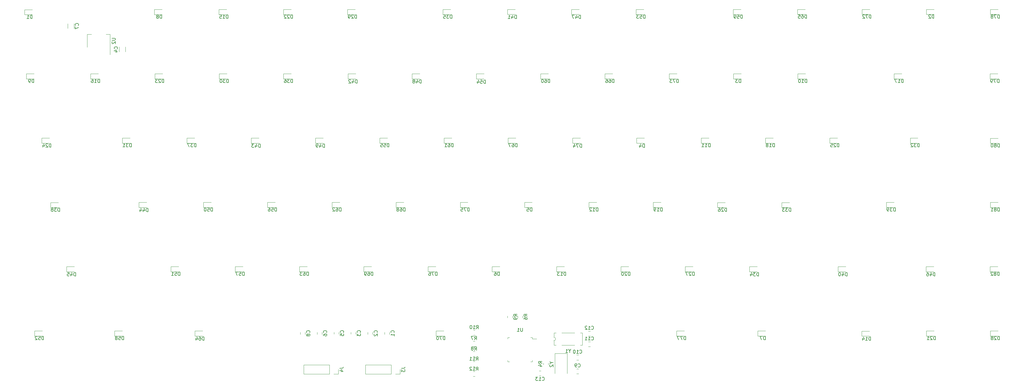
<source format=gbr>
%TF.GenerationSoftware,KiCad,Pcbnew,7.0.8-7.0.8~ubuntu22.04.1*%
%TF.CreationDate,2023-11-08T21:52:34+01:00*%
%TF.ProjectId,keyboard,6b657962-6f61-4726-942e-6b696361645f,rev?*%
%TF.SameCoordinates,Original*%
%TF.FileFunction,Legend,Bot*%
%TF.FilePolarity,Positive*%
%FSLAX46Y46*%
G04 Gerber Fmt 4.6, Leading zero omitted, Abs format (unit mm)*
G04 Created by KiCad (PCBNEW 7.0.8-7.0.8~ubuntu22.04.1) date 2023-11-08 21:52:34*
%MOMM*%
%LPD*%
G01*
G04 APERTURE LIST*
%ADD10C,0.150000*%
%ADD11C,0.120000*%
G04 APERTURE END LIST*
D10*
X165064285Y-94554819D02*
X165064285Y-93554819D01*
X165064285Y-93554819D02*
X164826190Y-93554819D01*
X164826190Y-93554819D02*
X164683333Y-93602438D01*
X164683333Y-93602438D02*
X164588095Y-93697676D01*
X164588095Y-93697676D02*
X164540476Y-93792914D01*
X164540476Y-93792914D02*
X164492857Y-93983390D01*
X164492857Y-93983390D02*
X164492857Y-94126247D01*
X164492857Y-94126247D02*
X164540476Y-94316723D01*
X164540476Y-94316723D02*
X164588095Y-94411961D01*
X164588095Y-94411961D02*
X164683333Y-94507200D01*
X164683333Y-94507200D02*
X164826190Y-94554819D01*
X164826190Y-94554819D02*
X165064285Y-94554819D01*
X163635714Y-93888152D02*
X163635714Y-94554819D01*
X163873809Y-93507200D02*
X164111904Y-94221485D01*
X164111904Y-94221485D02*
X163492857Y-94221485D01*
X163159523Y-93650057D02*
X163111904Y-93602438D01*
X163111904Y-93602438D02*
X163016666Y-93554819D01*
X163016666Y-93554819D02*
X162778571Y-93554819D01*
X162778571Y-93554819D02*
X162683333Y-93602438D01*
X162683333Y-93602438D02*
X162635714Y-93650057D01*
X162635714Y-93650057D02*
X162588095Y-93745295D01*
X162588095Y-93745295D02*
X162588095Y-93840533D01*
X162588095Y-93840533D02*
X162635714Y-93983390D01*
X162635714Y-93983390D02*
X163207142Y-94554819D01*
X163207142Y-94554819D02*
X162588095Y-94554819D01*
X231614285Y-113604819D02*
X231614285Y-112604819D01*
X231614285Y-112604819D02*
X231376190Y-112604819D01*
X231376190Y-112604819D02*
X231233333Y-112652438D01*
X231233333Y-112652438D02*
X231138095Y-112747676D01*
X231138095Y-112747676D02*
X231090476Y-112842914D01*
X231090476Y-112842914D02*
X231042857Y-113033390D01*
X231042857Y-113033390D02*
X231042857Y-113176247D01*
X231042857Y-113176247D02*
X231090476Y-113366723D01*
X231090476Y-113366723D02*
X231138095Y-113461961D01*
X231138095Y-113461961D02*
X231233333Y-113557200D01*
X231233333Y-113557200D02*
X231376190Y-113604819D01*
X231376190Y-113604819D02*
X231614285Y-113604819D01*
X230709523Y-112604819D02*
X230042857Y-112604819D01*
X230042857Y-112604819D02*
X230471428Y-113604819D01*
X229233333Y-112938152D02*
X229233333Y-113604819D01*
X229471428Y-112557200D02*
X229709523Y-113271485D01*
X229709523Y-113271485D02*
X229090476Y-113271485D01*
X119714285Y-170754819D02*
X119714285Y-169754819D01*
X119714285Y-169754819D02*
X119476190Y-169754819D01*
X119476190Y-169754819D02*
X119333333Y-169802438D01*
X119333333Y-169802438D02*
X119238095Y-169897676D01*
X119238095Y-169897676D02*
X119190476Y-169992914D01*
X119190476Y-169992914D02*
X119142857Y-170183390D01*
X119142857Y-170183390D02*
X119142857Y-170326247D01*
X119142857Y-170326247D02*
X119190476Y-170516723D01*
X119190476Y-170516723D02*
X119238095Y-170611961D01*
X119238095Y-170611961D02*
X119333333Y-170707200D01*
X119333333Y-170707200D02*
X119476190Y-170754819D01*
X119476190Y-170754819D02*
X119714285Y-170754819D01*
X118285714Y-169754819D02*
X118476190Y-169754819D01*
X118476190Y-169754819D02*
X118571428Y-169802438D01*
X118571428Y-169802438D02*
X118619047Y-169850057D01*
X118619047Y-169850057D02*
X118714285Y-169992914D01*
X118714285Y-169992914D02*
X118761904Y-170183390D01*
X118761904Y-170183390D02*
X118761904Y-170564342D01*
X118761904Y-170564342D02*
X118714285Y-170659580D01*
X118714285Y-170659580D02*
X118666666Y-170707200D01*
X118666666Y-170707200D02*
X118571428Y-170754819D01*
X118571428Y-170754819D02*
X118380952Y-170754819D01*
X118380952Y-170754819D02*
X118285714Y-170707200D01*
X118285714Y-170707200D02*
X118238095Y-170659580D01*
X118238095Y-170659580D02*
X118190476Y-170564342D01*
X118190476Y-170564342D02*
X118190476Y-170326247D01*
X118190476Y-170326247D02*
X118238095Y-170231009D01*
X118238095Y-170231009D02*
X118285714Y-170183390D01*
X118285714Y-170183390D02*
X118380952Y-170135771D01*
X118380952Y-170135771D02*
X118571428Y-170135771D01*
X118571428Y-170135771D02*
X118666666Y-170183390D01*
X118666666Y-170183390D02*
X118714285Y-170231009D01*
X118714285Y-170231009D02*
X118761904Y-170326247D01*
X117333333Y-170088152D02*
X117333333Y-170754819D01*
X117571428Y-169707200D02*
X117809523Y-170421485D01*
X117809523Y-170421485D02*
X117190476Y-170421485D01*
X103114285Y-132654819D02*
X103114285Y-131654819D01*
X103114285Y-131654819D02*
X102876190Y-131654819D01*
X102876190Y-131654819D02*
X102733333Y-131702438D01*
X102733333Y-131702438D02*
X102638095Y-131797676D01*
X102638095Y-131797676D02*
X102590476Y-131892914D01*
X102590476Y-131892914D02*
X102542857Y-132083390D01*
X102542857Y-132083390D02*
X102542857Y-132226247D01*
X102542857Y-132226247D02*
X102590476Y-132416723D01*
X102590476Y-132416723D02*
X102638095Y-132511961D01*
X102638095Y-132511961D02*
X102733333Y-132607200D01*
X102733333Y-132607200D02*
X102876190Y-132654819D01*
X102876190Y-132654819D02*
X103114285Y-132654819D01*
X101685714Y-131988152D02*
X101685714Y-132654819D01*
X101923809Y-131607200D02*
X102161904Y-132321485D01*
X102161904Y-132321485D02*
X101542857Y-132321485D01*
X100733333Y-131988152D02*
X100733333Y-132654819D01*
X100971428Y-131607200D02*
X101209523Y-132321485D01*
X101209523Y-132321485D02*
X100590476Y-132321485D01*
X160314285Y-132534819D02*
X160314285Y-131534819D01*
X160314285Y-131534819D02*
X160076190Y-131534819D01*
X160076190Y-131534819D02*
X159933333Y-131582438D01*
X159933333Y-131582438D02*
X159838095Y-131677676D01*
X159838095Y-131677676D02*
X159790476Y-131772914D01*
X159790476Y-131772914D02*
X159742857Y-131963390D01*
X159742857Y-131963390D02*
X159742857Y-132106247D01*
X159742857Y-132106247D02*
X159790476Y-132296723D01*
X159790476Y-132296723D02*
X159838095Y-132391961D01*
X159838095Y-132391961D02*
X159933333Y-132487200D01*
X159933333Y-132487200D02*
X160076190Y-132534819D01*
X160076190Y-132534819D02*
X160314285Y-132534819D01*
X158885714Y-131534819D02*
X159076190Y-131534819D01*
X159076190Y-131534819D02*
X159171428Y-131582438D01*
X159171428Y-131582438D02*
X159219047Y-131630057D01*
X159219047Y-131630057D02*
X159314285Y-131772914D01*
X159314285Y-131772914D02*
X159361904Y-131963390D01*
X159361904Y-131963390D02*
X159361904Y-132344342D01*
X159361904Y-132344342D02*
X159314285Y-132439580D01*
X159314285Y-132439580D02*
X159266666Y-132487200D01*
X159266666Y-132487200D02*
X159171428Y-132534819D01*
X159171428Y-132534819D02*
X158980952Y-132534819D01*
X158980952Y-132534819D02*
X158885714Y-132487200D01*
X158885714Y-132487200D02*
X158838095Y-132439580D01*
X158838095Y-132439580D02*
X158790476Y-132344342D01*
X158790476Y-132344342D02*
X158790476Y-132106247D01*
X158790476Y-132106247D02*
X158838095Y-132011009D01*
X158838095Y-132011009D02*
X158885714Y-131963390D01*
X158885714Y-131963390D02*
X158980952Y-131915771D01*
X158980952Y-131915771D02*
X159171428Y-131915771D01*
X159171428Y-131915771D02*
X159266666Y-131963390D01*
X159266666Y-131963390D02*
X159314285Y-132011009D01*
X159314285Y-132011009D02*
X159361904Y-132106247D01*
X158409523Y-131630057D02*
X158361904Y-131582438D01*
X158361904Y-131582438D02*
X158266666Y-131534819D01*
X158266666Y-131534819D02*
X158028571Y-131534819D01*
X158028571Y-131534819D02*
X157933333Y-131582438D01*
X157933333Y-131582438D02*
X157885714Y-131630057D01*
X157885714Y-131630057D02*
X157838095Y-131725295D01*
X157838095Y-131725295D02*
X157838095Y-131820533D01*
X157838095Y-131820533D02*
X157885714Y-131963390D01*
X157885714Y-131963390D02*
X158457142Y-132534819D01*
X158457142Y-132534819D02*
X157838095Y-132534819D01*
X81664285Y-151704819D02*
X81664285Y-150704819D01*
X81664285Y-150704819D02*
X81426190Y-150704819D01*
X81426190Y-150704819D02*
X81283333Y-150752438D01*
X81283333Y-150752438D02*
X81188095Y-150847676D01*
X81188095Y-150847676D02*
X81140476Y-150942914D01*
X81140476Y-150942914D02*
X81092857Y-151133390D01*
X81092857Y-151133390D02*
X81092857Y-151276247D01*
X81092857Y-151276247D02*
X81140476Y-151466723D01*
X81140476Y-151466723D02*
X81188095Y-151561961D01*
X81188095Y-151561961D02*
X81283333Y-151657200D01*
X81283333Y-151657200D02*
X81426190Y-151704819D01*
X81426190Y-151704819D02*
X81664285Y-151704819D01*
X80235714Y-151038152D02*
X80235714Y-151704819D01*
X80473809Y-150657200D02*
X80711904Y-151371485D01*
X80711904Y-151371485D02*
X80092857Y-151371485D01*
X79235714Y-150704819D02*
X79711904Y-150704819D01*
X79711904Y-150704819D02*
X79759523Y-151181009D01*
X79759523Y-151181009D02*
X79711904Y-151133390D01*
X79711904Y-151133390D02*
X79616666Y-151085771D01*
X79616666Y-151085771D02*
X79378571Y-151085771D01*
X79378571Y-151085771D02*
X79283333Y-151133390D01*
X79283333Y-151133390D02*
X79235714Y-151181009D01*
X79235714Y-151181009D02*
X79188095Y-151276247D01*
X79188095Y-151276247D02*
X79188095Y-151514342D01*
X79188095Y-151514342D02*
X79235714Y-151609580D01*
X79235714Y-151609580D02*
X79283333Y-151657200D01*
X79283333Y-151657200D02*
X79378571Y-151704819D01*
X79378571Y-151704819D02*
X79616666Y-151704819D01*
X79616666Y-151704819D02*
X79711904Y-151657200D01*
X79711904Y-151657200D02*
X79759523Y-151609580D01*
X222661128Y-177423809D02*
X223137319Y-177423809D01*
X222137319Y-177090476D02*
X222661128Y-177423809D01*
X222661128Y-177423809D02*
X222137319Y-177757142D01*
X222232557Y-178042857D02*
X222184938Y-178090476D01*
X222184938Y-178090476D02*
X222137319Y-178185714D01*
X222137319Y-178185714D02*
X222137319Y-178423809D01*
X222137319Y-178423809D02*
X222184938Y-178519047D01*
X222184938Y-178519047D02*
X222232557Y-178566666D01*
X222232557Y-178566666D02*
X222327795Y-178614285D01*
X222327795Y-178614285D02*
X222423033Y-178614285D01*
X222423033Y-178614285D02*
X222565890Y-178566666D01*
X222565890Y-178566666D02*
X223137319Y-177995238D01*
X223137319Y-177995238D02*
X223137319Y-178614285D01*
X317364285Y-75334819D02*
X317364285Y-74334819D01*
X317364285Y-74334819D02*
X317126190Y-74334819D01*
X317126190Y-74334819D02*
X316983333Y-74382438D01*
X316983333Y-74382438D02*
X316888095Y-74477676D01*
X316888095Y-74477676D02*
X316840476Y-74572914D01*
X316840476Y-74572914D02*
X316792857Y-74763390D01*
X316792857Y-74763390D02*
X316792857Y-74906247D01*
X316792857Y-74906247D02*
X316840476Y-75096723D01*
X316840476Y-75096723D02*
X316888095Y-75191961D01*
X316888095Y-75191961D02*
X316983333Y-75287200D01*
X316983333Y-75287200D02*
X317126190Y-75334819D01*
X317126190Y-75334819D02*
X317364285Y-75334819D01*
X316459523Y-74334819D02*
X315792857Y-74334819D01*
X315792857Y-74334819D02*
X316221428Y-75334819D01*
X315459523Y-74430057D02*
X315411904Y-74382438D01*
X315411904Y-74382438D02*
X315316666Y-74334819D01*
X315316666Y-74334819D02*
X315078571Y-74334819D01*
X315078571Y-74334819D02*
X314983333Y-74382438D01*
X314983333Y-74382438D02*
X314935714Y-74430057D01*
X314935714Y-74430057D02*
X314888095Y-74525295D01*
X314888095Y-74525295D02*
X314888095Y-74620533D01*
X314888095Y-74620533D02*
X314935714Y-74763390D01*
X314935714Y-74763390D02*
X315507142Y-75334819D01*
X315507142Y-75334819D02*
X314888095Y-75334819D01*
X82459580Y-77483333D02*
X82507200Y-77435714D01*
X82507200Y-77435714D02*
X82554819Y-77292857D01*
X82554819Y-77292857D02*
X82554819Y-77197619D01*
X82554819Y-77197619D02*
X82507200Y-77054762D01*
X82507200Y-77054762D02*
X82411961Y-76959524D01*
X82411961Y-76959524D02*
X82316723Y-76911905D01*
X82316723Y-76911905D02*
X82126247Y-76864286D01*
X82126247Y-76864286D02*
X81983390Y-76864286D01*
X81983390Y-76864286D02*
X81792914Y-76911905D01*
X81792914Y-76911905D02*
X81697676Y-76959524D01*
X81697676Y-76959524D02*
X81602438Y-77054762D01*
X81602438Y-77054762D02*
X81554819Y-77197619D01*
X81554819Y-77197619D02*
X81554819Y-77292857D01*
X81554819Y-77292857D02*
X81602438Y-77435714D01*
X81602438Y-77435714D02*
X81650057Y-77483333D01*
X81554819Y-77816667D02*
X81554819Y-78483333D01*
X81554819Y-78483333D02*
X82554819Y-78054762D01*
X298284285Y-75334819D02*
X298284285Y-74334819D01*
X298284285Y-74334819D02*
X298046190Y-74334819D01*
X298046190Y-74334819D02*
X297903333Y-74382438D01*
X297903333Y-74382438D02*
X297808095Y-74477676D01*
X297808095Y-74477676D02*
X297760476Y-74572914D01*
X297760476Y-74572914D02*
X297712857Y-74763390D01*
X297712857Y-74763390D02*
X297712857Y-74906247D01*
X297712857Y-74906247D02*
X297760476Y-75096723D01*
X297760476Y-75096723D02*
X297808095Y-75191961D01*
X297808095Y-75191961D02*
X297903333Y-75287200D01*
X297903333Y-75287200D02*
X298046190Y-75334819D01*
X298046190Y-75334819D02*
X298284285Y-75334819D01*
X296855714Y-74334819D02*
X297046190Y-74334819D01*
X297046190Y-74334819D02*
X297141428Y-74382438D01*
X297141428Y-74382438D02*
X297189047Y-74430057D01*
X297189047Y-74430057D02*
X297284285Y-74572914D01*
X297284285Y-74572914D02*
X297331904Y-74763390D01*
X297331904Y-74763390D02*
X297331904Y-75144342D01*
X297331904Y-75144342D02*
X297284285Y-75239580D01*
X297284285Y-75239580D02*
X297236666Y-75287200D01*
X297236666Y-75287200D02*
X297141428Y-75334819D01*
X297141428Y-75334819D02*
X296950952Y-75334819D01*
X296950952Y-75334819D02*
X296855714Y-75287200D01*
X296855714Y-75287200D02*
X296808095Y-75239580D01*
X296808095Y-75239580D02*
X296760476Y-75144342D01*
X296760476Y-75144342D02*
X296760476Y-74906247D01*
X296760476Y-74906247D02*
X296808095Y-74811009D01*
X296808095Y-74811009D02*
X296855714Y-74763390D01*
X296855714Y-74763390D02*
X296950952Y-74715771D01*
X296950952Y-74715771D02*
X297141428Y-74715771D01*
X297141428Y-74715771D02*
X297236666Y-74763390D01*
X297236666Y-74763390D02*
X297284285Y-74811009D01*
X297284285Y-74811009D02*
X297331904Y-74906247D01*
X295855714Y-74334819D02*
X296331904Y-74334819D01*
X296331904Y-74334819D02*
X296379523Y-74811009D01*
X296379523Y-74811009D02*
X296331904Y-74763390D01*
X296331904Y-74763390D02*
X296236666Y-74715771D01*
X296236666Y-74715771D02*
X295998571Y-74715771D01*
X295998571Y-74715771D02*
X295903333Y-74763390D01*
X295903333Y-74763390D02*
X295855714Y-74811009D01*
X295855714Y-74811009D02*
X295808095Y-74906247D01*
X295808095Y-74906247D02*
X295808095Y-75144342D01*
X295808095Y-75144342D02*
X295855714Y-75239580D01*
X295855714Y-75239580D02*
X295903333Y-75287200D01*
X295903333Y-75287200D02*
X295998571Y-75334819D01*
X295998571Y-75334819D02*
X296236666Y-75334819D01*
X296236666Y-75334819D02*
X296331904Y-75287200D01*
X296331904Y-75287200D02*
X296379523Y-75239580D01*
X250238094Y-113604819D02*
X250238094Y-112604819D01*
X250238094Y-112604819D02*
X249999999Y-112604819D01*
X249999999Y-112604819D02*
X249857142Y-112652438D01*
X249857142Y-112652438D02*
X249761904Y-112747676D01*
X249761904Y-112747676D02*
X249714285Y-112842914D01*
X249714285Y-112842914D02*
X249666666Y-113033390D01*
X249666666Y-113033390D02*
X249666666Y-113176247D01*
X249666666Y-113176247D02*
X249714285Y-113366723D01*
X249714285Y-113366723D02*
X249761904Y-113461961D01*
X249761904Y-113461961D02*
X249857142Y-113557200D01*
X249857142Y-113557200D02*
X249999999Y-113604819D01*
X249999999Y-113604819D02*
X250238094Y-113604819D01*
X248809523Y-112938152D02*
X248809523Y-113604819D01*
X249047618Y-112557200D02*
X249285713Y-113271485D01*
X249285713Y-113271485D02*
X248666666Y-113271485D01*
X200425357Y-167354819D02*
X200758690Y-166878628D01*
X200996785Y-167354819D02*
X200996785Y-166354819D01*
X200996785Y-166354819D02*
X200615833Y-166354819D01*
X200615833Y-166354819D02*
X200520595Y-166402438D01*
X200520595Y-166402438D02*
X200472976Y-166450057D01*
X200472976Y-166450057D02*
X200425357Y-166545295D01*
X200425357Y-166545295D02*
X200425357Y-166688152D01*
X200425357Y-166688152D02*
X200472976Y-166783390D01*
X200472976Y-166783390D02*
X200520595Y-166831009D01*
X200520595Y-166831009D02*
X200615833Y-166878628D01*
X200615833Y-166878628D02*
X200996785Y-166878628D01*
X199472976Y-167354819D02*
X200044404Y-167354819D01*
X199758690Y-167354819D02*
X199758690Y-166354819D01*
X199758690Y-166354819D02*
X199853928Y-166497676D01*
X199853928Y-166497676D02*
X199949166Y-166592914D01*
X199949166Y-166592914D02*
X200044404Y-166640533D01*
X198853928Y-166354819D02*
X198758690Y-166354819D01*
X198758690Y-166354819D02*
X198663452Y-166402438D01*
X198663452Y-166402438D02*
X198615833Y-166450057D01*
X198615833Y-166450057D02*
X198568214Y-166545295D01*
X198568214Y-166545295D02*
X198520595Y-166735771D01*
X198520595Y-166735771D02*
X198520595Y-166973866D01*
X198520595Y-166973866D02*
X198568214Y-167164342D01*
X198568214Y-167164342D02*
X198615833Y-167259580D01*
X198615833Y-167259580D02*
X198663452Y-167307200D01*
X198663452Y-167307200D02*
X198758690Y-167354819D01*
X198758690Y-167354819D02*
X198853928Y-167354819D01*
X198853928Y-167354819D02*
X198949166Y-167307200D01*
X198949166Y-167307200D02*
X198996785Y-167259580D01*
X198996785Y-167259580D02*
X199044404Y-167164342D01*
X199044404Y-167164342D02*
X199092023Y-166973866D01*
X199092023Y-166973866D02*
X199092023Y-166735771D01*
X199092023Y-166735771D02*
X199044404Y-166545295D01*
X199044404Y-166545295D02*
X198996785Y-166450057D01*
X198996785Y-166450057D02*
X198949166Y-166402438D01*
X198949166Y-166402438D02*
X198853928Y-166354819D01*
X298364285Y-94434819D02*
X298364285Y-93434819D01*
X298364285Y-93434819D02*
X298126190Y-93434819D01*
X298126190Y-93434819D02*
X297983333Y-93482438D01*
X297983333Y-93482438D02*
X297888095Y-93577676D01*
X297888095Y-93577676D02*
X297840476Y-93672914D01*
X297840476Y-93672914D02*
X297792857Y-93863390D01*
X297792857Y-93863390D02*
X297792857Y-94006247D01*
X297792857Y-94006247D02*
X297840476Y-94196723D01*
X297840476Y-94196723D02*
X297888095Y-94291961D01*
X297888095Y-94291961D02*
X297983333Y-94387200D01*
X297983333Y-94387200D02*
X298126190Y-94434819D01*
X298126190Y-94434819D02*
X298364285Y-94434819D01*
X296840476Y-94434819D02*
X297411904Y-94434819D01*
X297126190Y-94434819D02*
X297126190Y-93434819D01*
X297126190Y-93434819D02*
X297221428Y-93577676D01*
X297221428Y-93577676D02*
X297316666Y-93672914D01*
X297316666Y-93672914D02*
X297411904Y-93720533D01*
X296221428Y-93434819D02*
X296126190Y-93434819D01*
X296126190Y-93434819D02*
X296030952Y-93482438D01*
X296030952Y-93482438D02*
X295983333Y-93530057D01*
X295983333Y-93530057D02*
X295935714Y-93625295D01*
X295935714Y-93625295D02*
X295888095Y-93815771D01*
X295888095Y-93815771D02*
X295888095Y-94053866D01*
X295888095Y-94053866D02*
X295935714Y-94244342D01*
X295935714Y-94244342D02*
X295983333Y-94339580D01*
X295983333Y-94339580D02*
X296030952Y-94387200D01*
X296030952Y-94387200D02*
X296126190Y-94434819D01*
X296126190Y-94434819D02*
X296221428Y-94434819D01*
X296221428Y-94434819D02*
X296316666Y-94387200D01*
X296316666Y-94387200D02*
X296364285Y-94339580D01*
X296364285Y-94339580D02*
X296411904Y-94244342D01*
X296411904Y-94244342D02*
X296459523Y-94053866D01*
X296459523Y-94053866D02*
X296459523Y-93815771D01*
X296459523Y-93815771D02*
X296411904Y-93625295D01*
X296411904Y-93625295D02*
X296364285Y-93530057D01*
X296364285Y-93530057D02*
X296316666Y-93482438D01*
X296316666Y-93482438D02*
X296221428Y-93434819D01*
X126914285Y-94434819D02*
X126914285Y-93434819D01*
X126914285Y-93434819D02*
X126676190Y-93434819D01*
X126676190Y-93434819D02*
X126533333Y-93482438D01*
X126533333Y-93482438D02*
X126438095Y-93577676D01*
X126438095Y-93577676D02*
X126390476Y-93672914D01*
X126390476Y-93672914D02*
X126342857Y-93863390D01*
X126342857Y-93863390D02*
X126342857Y-94006247D01*
X126342857Y-94006247D02*
X126390476Y-94196723D01*
X126390476Y-94196723D02*
X126438095Y-94291961D01*
X126438095Y-94291961D02*
X126533333Y-94387200D01*
X126533333Y-94387200D02*
X126676190Y-94434819D01*
X126676190Y-94434819D02*
X126914285Y-94434819D01*
X126009523Y-93434819D02*
X125390476Y-93434819D01*
X125390476Y-93434819D02*
X125723809Y-93815771D01*
X125723809Y-93815771D02*
X125580952Y-93815771D01*
X125580952Y-93815771D02*
X125485714Y-93863390D01*
X125485714Y-93863390D02*
X125438095Y-93911009D01*
X125438095Y-93911009D02*
X125390476Y-94006247D01*
X125390476Y-94006247D02*
X125390476Y-94244342D01*
X125390476Y-94244342D02*
X125438095Y-94339580D01*
X125438095Y-94339580D02*
X125485714Y-94387200D01*
X125485714Y-94387200D02*
X125580952Y-94434819D01*
X125580952Y-94434819D02*
X125866666Y-94434819D01*
X125866666Y-94434819D02*
X125961904Y-94387200D01*
X125961904Y-94387200D02*
X126009523Y-94339580D01*
X124771428Y-93434819D02*
X124676190Y-93434819D01*
X124676190Y-93434819D02*
X124580952Y-93482438D01*
X124580952Y-93482438D02*
X124533333Y-93530057D01*
X124533333Y-93530057D02*
X124485714Y-93625295D01*
X124485714Y-93625295D02*
X124438095Y-93815771D01*
X124438095Y-93815771D02*
X124438095Y-94053866D01*
X124438095Y-94053866D02*
X124485714Y-94244342D01*
X124485714Y-94244342D02*
X124533333Y-94339580D01*
X124533333Y-94339580D02*
X124580952Y-94387200D01*
X124580952Y-94387200D02*
X124676190Y-94434819D01*
X124676190Y-94434819D02*
X124771428Y-94434819D01*
X124771428Y-94434819D02*
X124866666Y-94387200D01*
X124866666Y-94387200D02*
X124914285Y-94339580D01*
X124914285Y-94339580D02*
X124961904Y-94244342D01*
X124961904Y-94244342D02*
X125009523Y-94053866D01*
X125009523Y-94053866D02*
X125009523Y-93815771D01*
X125009523Y-93815771D02*
X124961904Y-93625295D01*
X124961904Y-93625295D02*
X124914285Y-93530057D01*
X124914285Y-93530057D02*
X124866666Y-93482438D01*
X124866666Y-93482438D02*
X124771428Y-93434819D01*
X117364285Y-113484819D02*
X117364285Y-112484819D01*
X117364285Y-112484819D02*
X117126190Y-112484819D01*
X117126190Y-112484819D02*
X116983333Y-112532438D01*
X116983333Y-112532438D02*
X116888095Y-112627676D01*
X116888095Y-112627676D02*
X116840476Y-112722914D01*
X116840476Y-112722914D02*
X116792857Y-112913390D01*
X116792857Y-112913390D02*
X116792857Y-113056247D01*
X116792857Y-113056247D02*
X116840476Y-113246723D01*
X116840476Y-113246723D02*
X116888095Y-113341961D01*
X116888095Y-113341961D02*
X116983333Y-113437200D01*
X116983333Y-113437200D02*
X117126190Y-113484819D01*
X117126190Y-113484819D02*
X117364285Y-113484819D01*
X116459523Y-112484819D02*
X115840476Y-112484819D01*
X115840476Y-112484819D02*
X116173809Y-112865771D01*
X116173809Y-112865771D02*
X116030952Y-112865771D01*
X116030952Y-112865771D02*
X115935714Y-112913390D01*
X115935714Y-112913390D02*
X115888095Y-112961009D01*
X115888095Y-112961009D02*
X115840476Y-113056247D01*
X115840476Y-113056247D02*
X115840476Y-113294342D01*
X115840476Y-113294342D02*
X115888095Y-113389580D01*
X115888095Y-113389580D02*
X115935714Y-113437200D01*
X115935714Y-113437200D02*
X116030952Y-113484819D01*
X116030952Y-113484819D02*
X116316666Y-113484819D01*
X116316666Y-113484819D02*
X116411904Y-113437200D01*
X116411904Y-113437200D02*
X116459523Y-113389580D01*
X115507142Y-112484819D02*
X114840476Y-112484819D01*
X114840476Y-112484819D02*
X115269047Y-113484819D01*
X231057857Y-174542080D02*
X231105476Y-174589700D01*
X231105476Y-174589700D02*
X231248333Y-174637319D01*
X231248333Y-174637319D02*
X231343571Y-174637319D01*
X231343571Y-174637319D02*
X231486428Y-174589700D01*
X231486428Y-174589700D02*
X231581666Y-174494461D01*
X231581666Y-174494461D02*
X231629285Y-174399223D01*
X231629285Y-174399223D02*
X231676904Y-174208747D01*
X231676904Y-174208747D02*
X231676904Y-174065890D01*
X231676904Y-174065890D02*
X231629285Y-173875414D01*
X231629285Y-173875414D02*
X231581666Y-173780176D01*
X231581666Y-173780176D02*
X231486428Y-173684938D01*
X231486428Y-173684938D02*
X231343571Y-173637319D01*
X231343571Y-173637319D02*
X231248333Y-173637319D01*
X231248333Y-173637319D02*
X231105476Y-173684938D01*
X231105476Y-173684938D02*
X231057857Y-173732557D01*
X230105476Y-174637319D02*
X230676904Y-174637319D01*
X230391190Y-174637319D02*
X230391190Y-173637319D01*
X230391190Y-173637319D02*
X230486428Y-173780176D01*
X230486428Y-173780176D02*
X230581666Y-173875414D01*
X230581666Y-173875414D02*
X230676904Y-173923033D01*
X229486428Y-173637319D02*
X229391190Y-173637319D01*
X229391190Y-173637319D02*
X229295952Y-173684938D01*
X229295952Y-173684938D02*
X229248333Y-173732557D01*
X229248333Y-173732557D02*
X229200714Y-173827795D01*
X229200714Y-173827795D02*
X229153095Y-174018271D01*
X229153095Y-174018271D02*
X229153095Y-174256366D01*
X229153095Y-174256366D02*
X229200714Y-174446842D01*
X229200714Y-174446842D02*
X229248333Y-174542080D01*
X229248333Y-174542080D02*
X229295952Y-174589700D01*
X229295952Y-174589700D02*
X229391190Y-174637319D01*
X229391190Y-174637319D02*
X229486428Y-174637319D01*
X229486428Y-174637319D02*
X229581666Y-174589700D01*
X229581666Y-174589700D02*
X229629285Y-174542080D01*
X229629285Y-174542080D02*
X229676904Y-174446842D01*
X229676904Y-174446842D02*
X229724523Y-174256366D01*
X229724523Y-174256366D02*
X229724523Y-174018271D01*
X229724523Y-174018271D02*
X229676904Y-173827795D01*
X229676904Y-173827795D02*
X229629285Y-173732557D01*
X229629285Y-173732557D02*
X229581666Y-173684938D01*
X229581666Y-173684938D02*
X229486428Y-173637319D01*
X200355357Y-179704819D02*
X200688690Y-179228628D01*
X200926785Y-179704819D02*
X200926785Y-178704819D01*
X200926785Y-178704819D02*
X200545833Y-178704819D01*
X200545833Y-178704819D02*
X200450595Y-178752438D01*
X200450595Y-178752438D02*
X200402976Y-178800057D01*
X200402976Y-178800057D02*
X200355357Y-178895295D01*
X200355357Y-178895295D02*
X200355357Y-179038152D01*
X200355357Y-179038152D02*
X200402976Y-179133390D01*
X200402976Y-179133390D02*
X200450595Y-179181009D01*
X200450595Y-179181009D02*
X200545833Y-179228628D01*
X200545833Y-179228628D02*
X200926785Y-179228628D01*
X199402976Y-179704819D02*
X199974404Y-179704819D01*
X199688690Y-179704819D02*
X199688690Y-178704819D01*
X199688690Y-178704819D02*
X199783928Y-178847676D01*
X199783928Y-178847676D02*
X199879166Y-178942914D01*
X199879166Y-178942914D02*
X199974404Y-178990533D01*
X199022023Y-178800057D02*
X198974404Y-178752438D01*
X198974404Y-178752438D02*
X198879166Y-178704819D01*
X198879166Y-178704819D02*
X198641071Y-178704819D01*
X198641071Y-178704819D02*
X198545833Y-178752438D01*
X198545833Y-178752438D02*
X198498214Y-178800057D01*
X198498214Y-178800057D02*
X198450595Y-178895295D01*
X198450595Y-178895295D02*
X198450595Y-178990533D01*
X198450595Y-178990533D02*
X198498214Y-179133390D01*
X198498214Y-179133390D02*
X199069642Y-179704819D01*
X199069642Y-179704819D02*
X198450595Y-179704819D01*
X107180594Y-75384819D02*
X107180594Y-74384819D01*
X107180594Y-74384819D02*
X106942499Y-74384819D01*
X106942499Y-74384819D02*
X106799642Y-74432438D01*
X106799642Y-74432438D02*
X106704404Y-74527676D01*
X106704404Y-74527676D02*
X106656785Y-74622914D01*
X106656785Y-74622914D02*
X106609166Y-74813390D01*
X106609166Y-74813390D02*
X106609166Y-74956247D01*
X106609166Y-74956247D02*
X106656785Y-75146723D01*
X106656785Y-75146723D02*
X106704404Y-75241961D01*
X106704404Y-75241961D02*
X106799642Y-75337200D01*
X106799642Y-75337200D02*
X106942499Y-75384819D01*
X106942499Y-75384819D02*
X107180594Y-75384819D01*
X106037737Y-74813390D02*
X106132975Y-74765771D01*
X106132975Y-74765771D02*
X106180594Y-74718152D01*
X106180594Y-74718152D02*
X106228213Y-74622914D01*
X106228213Y-74622914D02*
X106228213Y-74575295D01*
X106228213Y-74575295D02*
X106180594Y-74480057D01*
X106180594Y-74480057D02*
X106132975Y-74432438D01*
X106132975Y-74432438D02*
X106037737Y-74384819D01*
X106037737Y-74384819D02*
X105847261Y-74384819D01*
X105847261Y-74384819D02*
X105752023Y-74432438D01*
X105752023Y-74432438D02*
X105704404Y-74480057D01*
X105704404Y-74480057D02*
X105656785Y-74575295D01*
X105656785Y-74575295D02*
X105656785Y-74622914D01*
X105656785Y-74622914D02*
X105704404Y-74718152D01*
X105704404Y-74718152D02*
X105752023Y-74765771D01*
X105752023Y-74765771D02*
X105847261Y-74813390D01*
X105847261Y-74813390D02*
X106037737Y-74813390D01*
X106037737Y-74813390D02*
X106132975Y-74861009D01*
X106132975Y-74861009D02*
X106180594Y-74908628D01*
X106180594Y-74908628D02*
X106228213Y-75003866D01*
X106228213Y-75003866D02*
X106228213Y-75194342D01*
X106228213Y-75194342D02*
X106180594Y-75289580D01*
X106180594Y-75289580D02*
X106132975Y-75337200D01*
X106132975Y-75337200D02*
X106037737Y-75384819D01*
X106037737Y-75384819D02*
X105847261Y-75384819D01*
X105847261Y-75384819D02*
X105752023Y-75337200D01*
X105752023Y-75337200D02*
X105704404Y-75289580D01*
X105704404Y-75289580D02*
X105656785Y-75194342D01*
X105656785Y-75194342D02*
X105656785Y-75003866D01*
X105656785Y-75003866D02*
X105704404Y-74908628D01*
X105704404Y-74908628D02*
X105752023Y-74861009D01*
X105752023Y-74861009D02*
X105847261Y-74813390D01*
X336464285Y-170634819D02*
X336464285Y-169634819D01*
X336464285Y-169634819D02*
X336226190Y-169634819D01*
X336226190Y-169634819D02*
X336083333Y-169682438D01*
X336083333Y-169682438D02*
X335988095Y-169777676D01*
X335988095Y-169777676D02*
X335940476Y-169872914D01*
X335940476Y-169872914D02*
X335892857Y-170063390D01*
X335892857Y-170063390D02*
X335892857Y-170206247D01*
X335892857Y-170206247D02*
X335940476Y-170396723D01*
X335940476Y-170396723D02*
X335988095Y-170491961D01*
X335988095Y-170491961D02*
X336083333Y-170587200D01*
X336083333Y-170587200D02*
X336226190Y-170634819D01*
X336226190Y-170634819D02*
X336464285Y-170634819D01*
X335511904Y-169730057D02*
X335464285Y-169682438D01*
X335464285Y-169682438D02*
X335369047Y-169634819D01*
X335369047Y-169634819D02*
X335130952Y-169634819D01*
X335130952Y-169634819D02*
X335035714Y-169682438D01*
X335035714Y-169682438D02*
X334988095Y-169730057D01*
X334988095Y-169730057D02*
X334940476Y-169825295D01*
X334940476Y-169825295D02*
X334940476Y-169920533D01*
X334940476Y-169920533D02*
X334988095Y-170063390D01*
X334988095Y-170063390D02*
X335559523Y-170634819D01*
X335559523Y-170634819D02*
X334940476Y-170634819D01*
X333988095Y-170634819D02*
X334559523Y-170634819D01*
X334273809Y-170634819D02*
X334273809Y-169634819D01*
X334273809Y-169634819D02*
X334369047Y-169777676D01*
X334369047Y-169777676D02*
X334464285Y-169872914D01*
X334464285Y-169872914D02*
X334559523Y-169920533D01*
X214111904Y-167154819D02*
X214111904Y-167964342D01*
X214111904Y-167964342D02*
X214064285Y-168059580D01*
X214064285Y-168059580D02*
X214016666Y-168107200D01*
X214016666Y-168107200D02*
X213921428Y-168154819D01*
X213921428Y-168154819D02*
X213730952Y-168154819D01*
X213730952Y-168154819D02*
X213635714Y-168107200D01*
X213635714Y-168107200D02*
X213588095Y-168059580D01*
X213588095Y-168059580D02*
X213540476Y-167964342D01*
X213540476Y-167964342D02*
X213540476Y-167154819D01*
X212540476Y-168154819D02*
X213111904Y-168154819D01*
X212826190Y-168154819D02*
X212826190Y-167154819D01*
X212826190Y-167154819D02*
X212921428Y-167297676D01*
X212921428Y-167297676D02*
X213016666Y-167392914D01*
X213016666Y-167392914D02*
X213111904Y-167440533D01*
X198314285Y-132534819D02*
X198314285Y-131534819D01*
X198314285Y-131534819D02*
X198076190Y-131534819D01*
X198076190Y-131534819D02*
X197933333Y-131582438D01*
X197933333Y-131582438D02*
X197838095Y-131677676D01*
X197838095Y-131677676D02*
X197790476Y-131772914D01*
X197790476Y-131772914D02*
X197742857Y-131963390D01*
X197742857Y-131963390D02*
X197742857Y-132106247D01*
X197742857Y-132106247D02*
X197790476Y-132296723D01*
X197790476Y-132296723D02*
X197838095Y-132391961D01*
X197838095Y-132391961D02*
X197933333Y-132487200D01*
X197933333Y-132487200D02*
X198076190Y-132534819D01*
X198076190Y-132534819D02*
X198314285Y-132534819D01*
X197409523Y-131534819D02*
X196742857Y-131534819D01*
X196742857Y-131534819D02*
X197171428Y-132534819D01*
X195885714Y-131534819D02*
X196361904Y-131534819D01*
X196361904Y-131534819D02*
X196409523Y-132011009D01*
X196409523Y-132011009D02*
X196361904Y-131963390D01*
X196361904Y-131963390D02*
X196266666Y-131915771D01*
X196266666Y-131915771D02*
X196028571Y-131915771D01*
X196028571Y-131915771D02*
X195933333Y-131963390D01*
X195933333Y-131963390D02*
X195885714Y-132011009D01*
X195885714Y-132011009D02*
X195838095Y-132106247D01*
X195838095Y-132106247D02*
X195838095Y-132344342D01*
X195838095Y-132344342D02*
X195885714Y-132439580D01*
X195885714Y-132439580D02*
X195933333Y-132487200D01*
X195933333Y-132487200D02*
X196028571Y-132534819D01*
X196028571Y-132534819D02*
X196266666Y-132534819D01*
X196266666Y-132534819D02*
X196361904Y-132487200D01*
X196361904Y-132487200D02*
X196409523Y-132439580D01*
X69280594Y-94434819D02*
X69280594Y-93434819D01*
X69280594Y-93434819D02*
X69042499Y-93434819D01*
X69042499Y-93434819D02*
X68899642Y-93482438D01*
X68899642Y-93482438D02*
X68804404Y-93577676D01*
X68804404Y-93577676D02*
X68756785Y-93672914D01*
X68756785Y-93672914D02*
X68709166Y-93863390D01*
X68709166Y-93863390D02*
X68709166Y-94006247D01*
X68709166Y-94006247D02*
X68756785Y-94196723D01*
X68756785Y-94196723D02*
X68804404Y-94291961D01*
X68804404Y-94291961D02*
X68899642Y-94387200D01*
X68899642Y-94387200D02*
X69042499Y-94434819D01*
X69042499Y-94434819D02*
X69280594Y-94434819D01*
X68232975Y-94434819D02*
X68042499Y-94434819D01*
X68042499Y-94434819D02*
X67947261Y-94387200D01*
X67947261Y-94387200D02*
X67899642Y-94339580D01*
X67899642Y-94339580D02*
X67804404Y-94196723D01*
X67804404Y-94196723D02*
X67756785Y-94006247D01*
X67756785Y-94006247D02*
X67756785Y-93625295D01*
X67756785Y-93625295D02*
X67804404Y-93530057D01*
X67804404Y-93530057D02*
X67852023Y-93482438D01*
X67852023Y-93482438D02*
X67947261Y-93434819D01*
X67947261Y-93434819D02*
X68137737Y-93434819D01*
X68137737Y-93434819D02*
X68232975Y-93482438D01*
X68232975Y-93482438D02*
X68280594Y-93530057D01*
X68280594Y-93530057D02*
X68328213Y-93625295D01*
X68328213Y-93625295D02*
X68328213Y-93863390D01*
X68328213Y-93863390D02*
X68280594Y-93958628D01*
X68280594Y-93958628D02*
X68232975Y-94006247D01*
X68232975Y-94006247D02*
X68137737Y-94053866D01*
X68137737Y-94053866D02*
X67947261Y-94053866D01*
X67947261Y-94053866D02*
X67852023Y-94006247D01*
X67852023Y-94006247D02*
X67804404Y-93958628D01*
X67804404Y-93958628D02*
X67756785Y-93863390D01*
X160989580Y-168483333D02*
X161037200Y-168435714D01*
X161037200Y-168435714D02*
X161084819Y-168292857D01*
X161084819Y-168292857D02*
X161084819Y-168197619D01*
X161084819Y-168197619D02*
X161037200Y-168054762D01*
X161037200Y-168054762D02*
X160941961Y-167959524D01*
X160941961Y-167959524D02*
X160846723Y-167911905D01*
X160846723Y-167911905D02*
X160656247Y-167864286D01*
X160656247Y-167864286D02*
X160513390Y-167864286D01*
X160513390Y-167864286D02*
X160322914Y-167911905D01*
X160322914Y-167911905D02*
X160227676Y-167959524D01*
X160227676Y-167959524D02*
X160132438Y-168054762D01*
X160132438Y-168054762D02*
X160084819Y-168197619D01*
X160084819Y-168197619D02*
X160084819Y-168292857D01*
X160084819Y-168292857D02*
X160132438Y-168435714D01*
X160132438Y-168435714D02*
X160180057Y-168483333D01*
X160084819Y-169388095D02*
X160084819Y-168911905D01*
X160084819Y-168911905D02*
X160561009Y-168864286D01*
X160561009Y-168864286D02*
X160513390Y-168911905D01*
X160513390Y-168911905D02*
X160465771Y-169007143D01*
X160465771Y-169007143D02*
X160465771Y-169245238D01*
X160465771Y-169245238D02*
X160513390Y-169340476D01*
X160513390Y-169340476D02*
X160561009Y-169388095D01*
X160561009Y-169388095D02*
X160656247Y-169435714D01*
X160656247Y-169435714D02*
X160894342Y-169435714D01*
X160894342Y-169435714D02*
X160989580Y-169388095D01*
X160989580Y-169388095D02*
X161037200Y-169340476D01*
X161037200Y-169340476D02*
X161084819Y-169245238D01*
X161084819Y-169245238D02*
X161084819Y-169007143D01*
X161084819Y-169007143D02*
X161037200Y-168911905D01*
X161037200Y-168911905D02*
X160989580Y-168864286D01*
X215504819Y-163683333D02*
X215028628Y-163350000D01*
X215504819Y-163111905D02*
X214504819Y-163111905D01*
X214504819Y-163111905D02*
X214504819Y-163492857D01*
X214504819Y-163492857D02*
X214552438Y-163588095D01*
X214552438Y-163588095D02*
X214600057Y-163635714D01*
X214600057Y-163635714D02*
X214695295Y-163683333D01*
X214695295Y-163683333D02*
X214838152Y-163683333D01*
X214838152Y-163683333D02*
X214933390Y-163635714D01*
X214933390Y-163635714D02*
X214981009Y-163588095D01*
X214981009Y-163588095D02*
X215028628Y-163492857D01*
X215028628Y-163492857D02*
X215028628Y-163111905D01*
X214504819Y-164540476D02*
X214504819Y-164350000D01*
X214504819Y-164350000D02*
X214552438Y-164254762D01*
X214552438Y-164254762D02*
X214600057Y-164207143D01*
X214600057Y-164207143D02*
X214742914Y-164111905D01*
X214742914Y-164111905D02*
X214933390Y-164064286D01*
X214933390Y-164064286D02*
X215314342Y-164064286D01*
X215314342Y-164064286D02*
X215409580Y-164111905D01*
X215409580Y-164111905D02*
X215457200Y-164159524D01*
X215457200Y-164159524D02*
X215504819Y-164254762D01*
X215504819Y-164254762D02*
X215504819Y-164445238D01*
X215504819Y-164445238D02*
X215457200Y-164540476D01*
X215457200Y-164540476D02*
X215409580Y-164588095D01*
X215409580Y-164588095D02*
X215314342Y-164635714D01*
X215314342Y-164635714D02*
X215076247Y-164635714D01*
X215076247Y-164635714D02*
X214981009Y-164588095D01*
X214981009Y-164588095D02*
X214933390Y-164540476D01*
X214933390Y-164540476D02*
X214885771Y-164445238D01*
X214885771Y-164445238D02*
X214885771Y-164254762D01*
X214885771Y-164254762D02*
X214933390Y-164159524D01*
X214933390Y-164159524D02*
X214981009Y-164111905D01*
X214981009Y-164111905D02*
X215076247Y-164064286D01*
X203114285Y-94654819D02*
X203114285Y-93654819D01*
X203114285Y-93654819D02*
X202876190Y-93654819D01*
X202876190Y-93654819D02*
X202733333Y-93702438D01*
X202733333Y-93702438D02*
X202638095Y-93797676D01*
X202638095Y-93797676D02*
X202590476Y-93892914D01*
X202590476Y-93892914D02*
X202542857Y-94083390D01*
X202542857Y-94083390D02*
X202542857Y-94226247D01*
X202542857Y-94226247D02*
X202590476Y-94416723D01*
X202590476Y-94416723D02*
X202638095Y-94511961D01*
X202638095Y-94511961D02*
X202733333Y-94607200D01*
X202733333Y-94607200D02*
X202876190Y-94654819D01*
X202876190Y-94654819D02*
X203114285Y-94654819D01*
X201638095Y-93654819D02*
X202114285Y-93654819D01*
X202114285Y-93654819D02*
X202161904Y-94131009D01*
X202161904Y-94131009D02*
X202114285Y-94083390D01*
X202114285Y-94083390D02*
X202019047Y-94035771D01*
X202019047Y-94035771D02*
X201780952Y-94035771D01*
X201780952Y-94035771D02*
X201685714Y-94083390D01*
X201685714Y-94083390D02*
X201638095Y-94131009D01*
X201638095Y-94131009D02*
X201590476Y-94226247D01*
X201590476Y-94226247D02*
X201590476Y-94464342D01*
X201590476Y-94464342D02*
X201638095Y-94559580D01*
X201638095Y-94559580D02*
X201685714Y-94607200D01*
X201685714Y-94607200D02*
X201780952Y-94654819D01*
X201780952Y-94654819D02*
X202019047Y-94654819D01*
X202019047Y-94654819D02*
X202114285Y-94607200D01*
X202114285Y-94607200D02*
X202161904Y-94559580D01*
X200733333Y-93988152D02*
X200733333Y-94654819D01*
X200971428Y-93607200D02*
X201209523Y-94321485D01*
X201209523Y-94321485D02*
X200590476Y-94321485D01*
X145964285Y-94434819D02*
X145964285Y-93434819D01*
X145964285Y-93434819D02*
X145726190Y-93434819D01*
X145726190Y-93434819D02*
X145583333Y-93482438D01*
X145583333Y-93482438D02*
X145488095Y-93577676D01*
X145488095Y-93577676D02*
X145440476Y-93672914D01*
X145440476Y-93672914D02*
X145392857Y-93863390D01*
X145392857Y-93863390D02*
X145392857Y-94006247D01*
X145392857Y-94006247D02*
X145440476Y-94196723D01*
X145440476Y-94196723D02*
X145488095Y-94291961D01*
X145488095Y-94291961D02*
X145583333Y-94387200D01*
X145583333Y-94387200D02*
X145726190Y-94434819D01*
X145726190Y-94434819D02*
X145964285Y-94434819D01*
X145059523Y-93434819D02*
X144440476Y-93434819D01*
X144440476Y-93434819D02*
X144773809Y-93815771D01*
X144773809Y-93815771D02*
X144630952Y-93815771D01*
X144630952Y-93815771D02*
X144535714Y-93863390D01*
X144535714Y-93863390D02*
X144488095Y-93911009D01*
X144488095Y-93911009D02*
X144440476Y-94006247D01*
X144440476Y-94006247D02*
X144440476Y-94244342D01*
X144440476Y-94244342D02*
X144488095Y-94339580D01*
X144488095Y-94339580D02*
X144535714Y-94387200D01*
X144535714Y-94387200D02*
X144630952Y-94434819D01*
X144630952Y-94434819D02*
X144916666Y-94434819D01*
X144916666Y-94434819D02*
X145011904Y-94387200D01*
X145011904Y-94387200D02*
X145059523Y-94339580D01*
X143583333Y-93434819D02*
X143773809Y-93434819D01*
X143773809Y-93434819D02*
X143869047Y-93482438D01*
X143869047Y-93482438D02*
X143916666Y-93530057D01*
X143916666Y-93530057D02*
X144011904Y-93672914D01*
X144011904Y-93672914D02*
X144059523Y-93863390D01*
X144059523Y-93863390D02*
X144059523Y-94244342D01*
X144059523Y-94244342D02*
X144011904Y-94339580D01*
X144011904Y-94339580D02*
X143964285Y-94387200D01*
X143964285Y-94387200D02*
X143869047Y-94434819D01*
X143869047Y-94434819D02*
X143678571Y-94434819D01*
X143678571Y-94434819D02*
X143583333Y-94387200D01*
X143583333Y-94387200D02*
X143535714Y-94339580D01*
X143535714Y-94339580D02*
X143488095Y-94244342D01*
X143488095Y-94244342D02*
X143488095Y-94006247D01*
X143488095Y-94006247D02*
X143535714Y-93911009D01*
X143535714Y-93911009D02*
X143583333Y-93863390D01*
X143583333Y-93863390D02*
X143678571Y-93815771D01*
X143678571Y-93815771D02*
X143869047Y-93815771D01*
X143869047Y-93815771D02*
X143964285Y-93863390D01*
X143964285Y-93863390D02*
X144011904Y-93911009D01*
X144011904Y-93911009D02*
X144059523Y-94006247D01*
X188776785Y-151584819D02*
X188776785Y-150584819D01*
X188776785Y-150584819D02*
X188538690Y-150584819D01*
X188538690Y-150584819D02*
X188395833Y-150632438D01*
X188395833Y-150632438D02*
X188300595Y-150727676D01*
X188300595Y-150727676D02*
X188252976Y-150822914D01*
X188252976Y-150822914D02*
X188205357Y-151013390D01*
X188205357Y-151013390D02*
X188205357Y-151156247D01*
X188205357Y-151156247D02*
X188252976Y-151346723D01*
X188252976Y-151346723D02*
X188300595Y-151441961D01*
X188300595Y-151441961D02*
X188395833Y-151537200D01*
X188395833Y-151537200D02*
X188538690Y-151584819D01*
X188538690Y-151584819D02*
X188776785Y-151584819D01*
X187872023Y-150584819D02*
X187205357Y-150584819D01*
X187205357Y-150584819D02*
X187633928Y-151584819D01*
X186395833Y-150584819D02*
X186586309Y-150584819D01*
X186586309Y-150584819D02*
X186681547Y-150632438D01*
X186681547Y-150632438D02*
X186729166Y-150680057D01*
X186729166Y-150680057D02*
X186824404Y-150822914D01*
X186824404Y-150822914D02*
X186872023Y-151013390D01*
X186872023Y-151013390D02*
X186872023Y-151394342D01*
X186872023Y-151394342D02*
X186824404Y-151489580D01*
X186824404Y-151489580D02*
X186776785Y-151537200D01*
X186776785Y-151537200D02*
X186681547Y-151584819D01*
X186681547Y-151584819D02*
X186491071Y-151584819D01*
X186491071Y-151584819D02*
X186395833Y-151537200D01*
X186395833Y-151537200D02*
X186348214Y-151489580D01*
X186348214Y-151489580D02*
X186300595Y-151394342D01*
X186300595Y-151394342D02*
X186300595Y-151156247D01*
X186300595Y-151156247D02*
X186348214Y-151061009D01*
X186348214Y-151061009D02*
X186395833Y-151013390D01*
X186395833Y-151013390D02*
X186491071Y-150965771D01*
X186491071Y-150965771D02*
X186681547Y-150965771D01*
X186681547Y-150965771D02*
X186776785Y-151013390D01*
X186776785Y-151013390D02*
X186824404Y-151061009D01*
X186824404Y-151061009D02*
X186872023Y-151156247D01*
X193164285Y-75384819D02*
X193164285Y-74384819D01*
X193164285Y-74384819D02*
X192926190Y-74384819D01*
X192926190Y-74384819D02*
X192783333Y-74432438D01*
X192783333Y-74432438D02*
X192688095Y-74527676D01*
X192688095Y-74527676D02*
X192640476Y-74622914D01*
X192640476Y-74622914D02*
X192592857Y-74813390D01*
X192592857Y-74813390D02*
X192592857Y-74956247D01*
X192592857Y-74956247D02*
X192640476Y-75146723D01*
X192640476Y-75146723D02*
X192688095Y-75241961D01*
X192688095Y-75241961D02*
X192783333Y-75337200D01*
X192783333Y-75337200D02*
X192926190Y-75384819D01*
X192926190Y-75384819D02*
X193164285Y-75384819D01*
X192259523Y-74384819D02*
X191640476Y-74384819D01*
X191640476Y-74384819D02*
X191973809Y-74765771D01*
X191973809Y-74765771D02*
X191830952Y-74765771D01*
X191830952Y-74765771D02*
X191735714Y-74813390D01*
X191735714Y-74813390D02*
X191688095Y-74861009D01*
X191688095Y-74861009D02*
X191640476Y-74956247D01*
X191640476Y-74956247D02*
X191640476Y-75194342D01*
X191640476Y-75194342D02*
X191688095Y-75289580D01*
X191688095Y-75289580D02*
X191735714Y-75337200D01*
X191735714Y-75337200D02*
X191830952Y-75384819D01*
X191830952Y-75384819D02*
X192116666Y-75384819D01*
X192116666Y-75384819D02*
X192211904Y-75337200D01*
X192211904Y-75337200D02*
X192259523Y-75289580D01*
X190735714Y-74384819D02*
X191211904Y-74384819D01*
X191211904Y-74384819D02*
X191259523Y-74861009D01*
X191259523Y-74861009D02*
X191211904Y-74813390D01*
X191211904Y-74813390D02*
X191116666Y-74765771D01*
X191116666Y-74765771D02*
X190878571Y-74765771D01*
X190878571Y-74765771D02*
X190783333Y-74813390D01*
X190783333Y-74813390D02*
X190735714Y-74861009D01*
X190735714Y-74861009D02*
X190688095Y-74956247D01*
X190688095Y-74956247D02*
X190688095Y-75194342D01*
X190688095Y-75194342D02*
X190735714Y-75289580D01*
X190735714Y-75289580D02*
X190783333Y-75337200D01*
X190783333Y-75337200D02*
X190878571Y-75384819D01*
X190878571Y-75384819D02*
X191116666Y-75384819D01*
X191116666Y-75384819D02*
X191211904Y-75337200D01*
X191211904Y-75337200D02*
X191259523Y-75289580D01*
X236464285Y-132534819D02*
X236464285Y-131534819D01*
X236464285Y-131534819D02*
X236226190Y-131534819D01*
X236226190Y-131534819D02*
X236083333Y-131582438D01*
X236083333Y-131582438D02*
X235988095Y-131677676D01*
X235988095Y-131677676D02*
X235940476Y-131772914D01*
X235940476Y-131772914D02*
X235892857Y-131963390D01*
X235892857Y-131963390D02*
X235892857Y-132106247D01*
X235892857Y-132106247D02*
X235940476Y-132296723D01*
X235940476Y-132296723D02*
X235988095Y-132391961D01*
X235988095Y-132391961D02*
X236083333Y-132487200D01*
X236083333Y-132487200D02*
X236226190Y-132534819D01*
X236226190Y-132534819D02*
X236464285Y-132534819D01*
X234940476Y-132534819D02*
X235511904Y-132534819D01*
X235226190Y-132534819D02*
X235226190Y-131534819D01*
X235226190Y-131534819D02*
X235321428Y-131677676D01*
X235321428Y-131677676D02*
X235416666Y-131772914D01*
X235416666Y-131772914D02*
X235511904Y-131820533D01*
X234559523Y-131630057D02*
X234511904Y-131582438D01*
X234511904Y-131582438D02*
X234416666Y-131534819D01*
X234416666Y-131534819D02*
X234178571Y-131534819D01*
X234178571Y-131534819D02*
X234083333Y-131582438D01*
X234083333Y-131582438D02*
X234035714Y-131630057D01*
X234035714Y-131630057D02*
X233988095Y-131725295D01*
X233988095Y-131725295D02*
X233988095Y-131820533D01*
X233988095Y-131820533D02*
X234035714Y-131963390D01*
X234035714Y-131963390D02*
X234607142Y-132534819D01*
X234607142Y-132534819D02*
X233988095Y-132534819D01*
X72164285Y-170634819D02*
X72164285Y-169634819D01*
X72164285Y-169634819D02*
X71926190Y-169634819D01*
X71926190Y-169634819D02*
X71783333Y-169682438D01*
X71783333Y-169682438D02*
X71688095Y-169777676D01*
X71688095Y-169777676D02*
X71640476Y-169872914D01*
X71640476Y-169872914D02*
X71592857Y-170063390D01*
X71592857Y-170063390D02*
X71592857Y-170206247D01*
X71592857Y-170206247D02*
X71640476Y-170396723D01*
X71640476Y-170396723D02*
X71688095Y-170491961D01*
X71688095Y-170491961D02*
X71783333Y-170587200D01*
X71783333Y-170587200D02*
X71926190Y-170634819D01*
X71926190Y-170634819D02*
X72164285Y-170634819D01*
X70688095Y-169634819D02*
X71164285Y-169634819D01*
X71164285Y-169634819D02*
X71211904Y-170111009D01*
X71211904Y-170111009D02*
X71164285Y-170063390D01*
X71164285Y-170063390D02*
X71069047Y-170015771D01*
X71069047Y-170015771D02*
X70830952Y-170015771D01*
X70830952Y-170015771D02*
X70735714Y-170063390D01*
X70735714Y-170063390D02*
X70688095Y-170111009D01*
X70688095Y-170111009D02*
X70640476Y-170206247D01*
X70640476Y-170206247D02*
X70640476Y-170444342D01*
X70640476Y-170444342D02*
X70688095Y-170539580D01*
X70688095Y-170539580D02*
X70735714Y-170587200D01*
X70735714Y-170587200D02*
X70830952Y-170634819D01*
X70830952Y-170634819D02*
X71069047Y-170634819D01*
X71069047Y-170634819D02*
X71164285Y-170587200D01*
X71164285Y-170587200D02*
X71211904Y-170539580D01*
X70259523Y-169730057D02*
X70211904Y-169682438D01*
X70211904Y-169682438D02*
X70116666Y-169634819D01*
X70116666Y-169634819D02*
X69878571Y-169634819D01*
X69878571Y-169634819D02*
X69783333Y-169682438D01*
X69783333Y-169682438D02*
X69735714Y-169730057D01*
X69735714Y-169730057D02*
X69688095Y-169825295D01*
X69688095Y-169825295D02*
X69688095Y-169920533D01*
X69688095Y-169920533D02*
X69735714Y-170063390D01*
X69735714Y-170063390D02*
X70307142Y-170634819D01*
X70307142Y-170634819D02*
X69688095Y-170634819D01*
X264964285Y-151584819D02*
X264964285Y-150584819D01*
X264964285Y-150584819D02*
X264726190Y-150584819D01*
X264726190Y-150584819D02*
X264583333Y-150632438D01*
X264583333Y-150632438D02*
X264488095Y-150727676D01*
X264488095Y-150727676D02*
X264440476Y-150822914D01*
X264440476Y-150822914D02*
X264392857Y-151013390D01*
X264392857Y-151013390D02*
X264392857Y-151156247D01*
X264392857Y-151156247D02*
X264440476Y-151346723D01*
X264440476Y-151346723D02*
X264488095Y-151441961D01*
X264488095Y-151441961D02*
X264583333Y-151537200D01*
X264583333Y-151537200D02*
X264726190Y-151584819D01*
X264726190Y-151584819D02*
X264964285Y-151584819D01*
X264011904Y-150680057D02*
X263964285Y-150632438D01*
X263964285Y-150632438D02*
X263869047Y-150584819D01*
X263869047Y-150584819D02*
X263630952Y-150584819D01*
X263630952Y-150584819D02*
X263535714Y-150632438D01*
X263535714Y-150632438D02*
X263488095Y-150680057D01*
X263488095Y-150680057D02*
X263440476Y-150775295D01*
X263440476Y-150775295D02*
X263440476Y-150870533D01*
X263440476Y-150870533D02*
X263488095Y-151013390D01*
X263488095Y-151013390D02*
X264059523Y-151584819D01*
X264059523Y-151584819D02*
X263440476Y-151584819D01*
X263107142Y-150584819D02*
X262440476Y-150584819D01*
X262440476Y-150584819D02*
X262869047Y-151584819D01*
X174514285Y-113484819D02*
X174514285Y-112484819D01*
X174514285Y-112484819D02*
X174276190Y-112484819D01*
X174276190Y-112484819D02*
X174133333Y-112532438D01*
X174133333Y-112532438D02*
X174038095Y-112627676D01*
X174038095Y-112627676D02*
X173990476Y-112722914D01*
X173990476Y-112722914D02*
X173942857Y-112913390D01*
X173942857Y-112913390D02*
X173942857Y-113056247D01*
X173942857Y-113056247D02*
X173990476Y-113246723D01*
X173990476Y-113246723D02*
X174038095Y-113341961D01*
X174038095Y-113341961D02*
X174133333Y-113437200D01*
X174133333Y-113437200D02*
X174276190Y-113484819D01*
X174276190Y-113484819D02*
X174514285Y-113484819D01*
X173038095Y-112484819D02*
X173514285Y-112484819D01*
X173514285Y-112484819D02*
X173561904Y-112961009D01*
X173561904Y-112961009D02*
X173514285Y-112913390D01*
X173514285Y-112913390D02*
X173419047Y-112865771D01*
X173419047Y-112865771D02*
X173180952Y-112865771D01*
X173180952Y-112865771D02*
X173085714Y-112913390D01*
X173085714Y-112913390D02*
X173038095Y-112961009D01*
X173038095Y-112961009D02*
X172990476Y-113056247D01*
X172990476Y-113056247D02*
X172990476Y-113294342D01*
X172990476Y-113294342D02*
X173038095Y-113389580D01*
X173038095Y-113389580D02*
X173085714Y-113437200D01*
X173085714Y-113437200D02*
X173180952Y-113484819D01*
X173180952Y-113484819D02*
X173419047Y-113484819D01*
X173419047Y-113484819D02*
X173514285Y-113437200D01*
X173514285Y-113437200D02*
X173561904Y-113389580D01*
X172085714Y-112484819D02*
X172561904Y-112484819D01*
X172561904Y-112484819D02*
X172609523Y-112961009D01*
X172609523Y-112961009D02*
X172561904Y-112913390D01*
X172561904Y-112913390D02*
X172466666Y-112865771D01*
X172466666Y-112865771D02*
X172228571Y-112865771D01*
X172228571Y-112865771D02*
X172133333Y-112913390D01*
X172133333Y-112913390D02*
X172085714Y-112961009D01*
X172085714Y-112961009D02*
X172038095Y-113056247D01*
X172038095Y-113056247D02*
X172038095Y-113294342D01*
X172038095Y-113294342D02*
X172085714Y-113389580D01*
X172085714Y-113389580D02*
X172133333Y-113437200D01*
X172133333Y-113437200D02*
X172228571Y-113484819D01*
X172228571Y-113484819D02*
X172466666Y-113484819D01*
X172466666Y-113484819D02*
X172561904Y-113437200D01*
X172561904Y-113437200D02*
X172609523Y-113389580D01*
X279234285Y-75384819D02*
X279234285Y-74384819D01*
X279234285Y-74384819D02*
X278996190Y-74384819D01*
X278996190Y-74384819D02*
X278853333Y-74432438D01*
X278853333Y-74432438D02*
X278758095Y-74527676D01*
X278758095Y-74527676D02*
X278710476Y-74622914D01*
X278710476Y-74622914D02*
X278662857Y-74813390D01*
X278662857Y-74813390D02*
X278662857Y-74956247D01*
X278662857Y-74956247D02*
X278710476Y-75146723D01*
X278710476Y-75146723D02*
X278758095Y-75241961D01*
X278758095Y-75241961D02*
X278853333Y-75337200D01*
X278853333Y-75337200D02*
X278996190Y-75384819D01*
X278996190Y-75384819D02*
X279234285Y-75384819D01*
X277758095Y-74384819D02*
X278234285Y-74384819D01*
X278234285Y-74384819D02*
X278281904Y-74861009D01*
X278281904Y-74861009D02*
X278234285Y-74813390D01*
X278234285Y-74813390D02*
X278139047Y-74765771D01*
X278139047Y-74765771D02*
X277900952Y-74765771D01*
X277900952Y-74765771D02*
X277805714Y-74813390D01*
X277805714Y-74813390D02*
X277758095Y-74861009D01*
X277758095Y-74861009D02*
X277710476Y-74956247D01*
X277710476Y-74956247D02*
X277710476Y-75194342D01*
X277710476Y-75194342D02*
X277758095Y-75289580D01*
X277758095Y-75289580D02*
X277805714Y-75337200D01*
X277805714Y-75337200D02*
X277900952Y-75384819D01*
X277900952Y-75384819D02*
X278139047Y-75384819D01*
X278139047Y-75384819D02*
X278234285Y-75337200D01*
X278234285Y-75337200D02*
X278281904Y-75289580D01*
X277234285Y-75384819D02*
X277043809Y-75384819D01*
X277043809Y-75384819D02*
X276948571Y-75337200D01*
X276948571Y-75337200D02*
X276900952Y-75289580D01*
X276900952Y-75289580D02*
X276805714Y-75146723D01*
X276805714Y-75146723D02*
X276758095Y-74956247D01*
X276758095Y-74956247D02*
X276758095Y-74575295D01*
X276758095Y-74575295D02*
X276805714Y-74480057D01*
X276805714Y-74480057D02*
X276853333Y-74432438D01*
X276853333Y-74432438D02*
X276948571Y-74384819D01*
X276948571Y-74384819D02*
X277139047Y-74384819D01*
X277139047Y-74384819D02*
X277234285Y-74432438D01*
X277234285Y-74432438D02*
X277281904Y-74480057D01*
X277281904Y-74480057D02*
X277329523Y-74575295D01*
X277329523Y-74575295D02*
X277329523Y-74813390D01*
X277329523Y-74813390D02*
X277281904Y-74908628D01*
X277281904Y-74908628D02*
X277234285Y-74956247D01*
X277234285Y-74956247D02*
X277139047Y-75003866D01*
X277139047Y-75003866D02*
X276948571Y-75003866D01*
X276948571Y-75003866D02*
X276853333Y-74956247D01*
X276853333Y-74956247D02*
X276805714Y-74908628D01*
X276805714Y-74908628D02*
X276758095Y-74813390D01*
X92434819Y-81288095D02*
X93244342Y-81288095D01*
X93244342Y-81288095D02*
X93339580Y-81335714D01*
X93339580Y-81335714D02*
X93387200Y-81383333D01*
X93387200Y-81383333D02*
X93434819Y-81478571D01*
X93434819Y-81478571D02*
X93434819Y-81669047D01*
X93434819Y-81669047D02*
X93387200Y-81764285D01*
X93387200Y-81764285D02*
X93339580Y-81811904D01*
X93339580Y-81811904D02*
X93244342Y-81859523D01*
X93244342Y-81859523D02*
X92434819Y-81859523D01*
X92530057Y-82288095D02*
X92482438Y-82335714D01*
X92482438Y-82335714D02*
X92434819Y-82430952D01*
X92434819Y-82430952D02*
X92434819Y-82669047D01*
X92434819Y-82669047D02*
X92482438Y-82764285D01*
X92482438Y-82764285D02*
X92530057Y-82811904D01*
X92530057Y-82811904D02*
X92625295Y-82859523D01*
X92625295Y-82859523D02*
X92720533Y-82859523D01*
X92720533Y-82859523D02*
X92863390Y-82811904D01*
X92863390Y-82811904D02*
X93434819Y-82240476D01*
X93434819Y-82240476D02*
X93434819Y-82859523D01*
X200355357Y-176704819D02*
X200688690Y-176228628D01*
X200926785Y-176704819D02*
X200926785Y-175704819D01*
X200926785Y-175704819D02*
X200545833Y-175704819D01*
X200545833Y-175704819D02*
X200450595Y-175752438D01*
X200450595Y-175752438D02*
X200402976Y-175800057D01*
X200402976Y-175800057D02*
X200355357Y-175895295D01*
X200355357Y-175895295D02*
X200355357Y-176038152D01*
X200355357Y-176038152D02*
X200402976Y-176133390D01*
X200402976Y-176133390D02*
X200450595Y-176181009D01*
X200450595Y-176181009D02*
X200545833Y-176228628D01*
X200545833Y-176228628D02*
X200926785Y-176228628D01*
X199402976Y-176704819D02*
X199974404Y-176704819D01*
X199688690Y-176704819D02*
X199688690Y-175704819D01*
X199688690Y-175704819D02*
X199783928Y-175847676D01*
X199783928Y-175847676D02*
X199879166Y-175942914D01*
X199879166Y-175942914D02*
X199974404Y-175990533D01*
X198450595Y-176704819D02*
X199022023Y-176704819D01*
X198736309Y-176704819D02*
X198736309Y-175704819D01*
X198736309Y-175704819D02*
X198831547Y-175847676D01*
X198831547Y-175847676D02*
X198926785Y-175942914D01*
X198926785Y-175942914D02*
X199022023Y-175990533D01*
X175989580Y-168533333D02*
X176037200Y-168485714D01*
X176037200Y-168485714D02*
X176084819Y-168342857D01*
X176084819Y-168342857D02*
X176084819Y-168247619D01*
X176084819Y-168247619D02*
X176037200Y-168104762D01*
X176037200Y-168104762D02*
X175941961Y-168009524D01*
X175941961Y-168009524D02*
X175846723Y-167961905D01*
X175846723Y-167961905D02*
X175656247Y-167914286D01*
X175656247Y-167914286D02*
X175513390Y-167914286D01*
X175513390Y-167914286D02*
X175322914Y-167961905D01*
X175322914Y-167961905D02*
X175227676Y-168009524D01*
X175227676Y-168009524D02*
X175132438Y-168104762D01*
X175132438Y-168104762D02*
X175084819Y-168247619D01*
X175084819Y-168247619D02*
X175084819Y-168342857D01*
X175084819Y-168342857D02*
X175132438Y-168485714D01*
X175132438Y-168485714D02*
X175180057Y-168533333D01*
X176084819Y-169485714D02*
X176084819Y-168914286D01*
X176084819Y-169200000D02*
X175084819Y-169200000D01*
X175084819Y-169200000D02*
X175227676Y-169104762D01*
X175227676Y-169104762D02*
X175322914Y-169009524D01*
X175322914Y-169009524D02*
X175370533Y-168914286D01*
X278788094Y-94434819D02*
X278788094Y-93434819D01*
X278788094Y-93434819D02*
X278549999Y-93434819D01*
X278549999Y-93434819D02*
X278407142Y-93482438D01*
X278407142Y-93482438D02*
X278311904Y-93577676D01*
X278311904Y-93577676D02*
X278264285Y-93672914D01*
X278264285Y-93672914D02*
X278216666Y-93863390D01*
X278216666Y-93863390D02*
X278216666Y-94006247D01*
X278216666Y-94006247D02*
X278264285Y-94196723D01*
X278264285Y-94196723D02*
X278311904Y-94291961D01*
X278311904Y-94291961D02*
X278407142Y-94387200D01*
X278407142Y-94387200D02*
X278549999Y-94434819D01*
X278549999Y-94434819D02*
X278788094Y-94434819D01*
X277883332Y-93434819D02*
X277264285Y-93434819D01*
X277264285Y-93434819D02*
X277597618Y-93815771D01*
X277597618Y-93815771D02*
X277454761Y-93815771D01*
X277454761Y-93815771D02*
X277359523Y-93863390D01*
X277359523Y-93863390D02*
X277311904Y-93911009D01*
X277311904Y-93911009D02*
X277264285Y-94006247D01*
X277264285Y-94006247D02*
X277264285Y-94244342D01*
X277264285Y-94244342D02*
X277311904Y-94339580D01*
X277311904Y-94339580D02*
X277359523Y-94387200D01*
X277359523Y-94387200D02*
X277454761Y-94434819D01*
X277454761Y-94434819D02*
X277740475Y-94434819D01*
X277740475Y-94434819D02*
X277835713Y-94387200D01*
X277835713Y-94387200D02*
X277883332Y-94339580D01*
X122231785Y-132534819D02*
X122231785Y-131534819D01*
X122231785Y-131534819D02*
X121993690Y-131534819D01*
X121993690Y-131534819D02*
X121850833Y-131582438D01*
X121850833Y-131582438D02*
X121755595Y-131677676D01*
X121755595Y-131677676D02*
X121707976Y-131772914D01*
X121707976Y-131772914D02*
X121660357Y-131963390D01*
X121660357Y-131963390D02*
X121660357Y-132106247D01*
X121660357Y-132106247D02*
X121707976Y-132296723D01*
X121707976Y-132296723D02*
X121755595Y-132391961D01*
X121755595Y-132391961D02*
X121850833Y-132487200D01*
X121850833Y-132487200D02*
X121993690Y-132534819D01*
X121993690Y-132534819D02*
X122231785Y-132534819D01*
X120755595Y-131534819D02*
X121231785Y-131534819D01*
X121231785Y-131534819D02*
X121279404Y-132011009D01*
X121279404Y-132011009D02*
X121231785Y-131963390D01*
X121231785Y-131963390D02*
X121136547Y-131915771D01*
X121136547Y-131915771D02*
X120898452Y-131915771D01*
X120898452Y-131915771D02*
X120803214Y-131963390D01*
X120803214Y-131963390D02*
X120755595Y-132011009D01*
X120755595Y-132011009D02*
X120707976Y-132106247D01*
X120707976Y-132106247D02*
X120707976Y-132344342D01*
X120707976Y-132344342D02*
X120755595Y-132439580D01*
X120755595Y-132439580D02*
X120803214Y-132487200D01*
X120803214Y-132487200D02*
X120898452Y-132534819D01*
X120898452Y-132534819D02*
X121136547Y-132534819D01*
X121136547Y-132534819D02*
X121231785Y-132487200D01*
X121231785Y-132487200D02*
X121279404Y-132439580D01*
X120088928Y-131534819D02*
X119993690Y-131534819D01*
X119993690Y-131534819D02*
X119898452Y-131582438D01*
X119898452Y-131582438D02*
X119850833Y-131630057D01*
X119850833Y-131630057D02*
X119803214Y-131725295D01*
X119803214Y-131725295D02*
X119755595Y-131915771D01*
X119755595Y-131915771D02*
X119755595Y-132153866D01*
X119755595Y-132153866D02*
X119803214Y-132344342D01*
X119803214Y-132344342D02*
X119850833Y-132439580D01*
X119850833Y-132439580D02*
X119898452Y-132487200D01*
X119898452Y-132487200D02*
X119993690Y-132534819D01*
X119993690Y-132534819D02*
X120088928Y-132534819D01*
X120088928Y-132534819D02*
X120184166Y-132487200D01*
X120184166Y-132487200D02*
X120231785Y-132439580D01*
X120231785Y-132439580D02*
X120279404Y-132344342D01*
X120279404Y-132344342D02*
X120327023Y-132153866D01*
X120327023Y-132153866D02*
X120327023Y-131915771D01*
X120327023Y-131915771D02*
X120279404Y-131725295D01*
X120279404Y-131725295D02*
X120231785Y-131630057D01*
X120231785Y-131630057D02*
X120184166Y-131582438D01*
X120184166Y-131582438D02*
X120088928Y-131534819D01*
X324564285Y-132534819D02*
X324564285Y-131534819D01*
X324564285Y-131534819D02*
X324326190Y-131534819D01*
X324326190Y-131534819D02*
X324183333Y-131582438D01*
X324183333Y-131582438D02*
X324088095Y-131677676D01*
X324088095Y-131677676D02*
X324040476Y-131772914D01*
X324040476Y-131772914D02*
X323992857Y-131963390D01*
X323992857Y-131963390D02*
X323992857Y-132106247D01*
X323992857Y-132106247D02*
X324040476Y-132296723D01*
X324040476Y-132296723D02*
X324088095Y-132391961D01*
X324088095Y-132391961D02*
X324183333Y-132487200D01*
X324183333Y-132487200D02*
X324326190Y-132534819D01*
X324326190Y-132534819D02*
X324564285Y-132534819D01*
X323659523Y-131534819D02*
X323040476Y-131534819D01*
X323040476Y-131534819D02*
X323373809Y-131915771D01*
X323373809Y-131915771D02*
X323230952Y-131915771D01*
X323230952Y-131915771D02*
X323135714Y-131963390D01*
X323135714Y-131963390D02*
X323088095Y-132011009D01*
X323088095Y-132011009D02*
X323040476Y-132106247D01*
X323040476Y-132106247D02*
X323040476Y-132344342D01*
X323040476Y-132344342D02*
X323088095Y-132439580D01*
X323088095Y-132439580D02*
X323135714Y-132487200D01*
X323135714Y-132487200D02*
X323230952Y-132534819D01*
X323230952Y-132534819D02*
X323516666Y-132534819D01*
X323516666Y-132534819D02*
X323611904Y-132487200D01*
X323611904Y-132487200D02*
X323659523Y-132439580D01*
X322564285Y-132534819D02*
X322373809Y-132534819D01*
X322373809Y-132534819D02*
X322278571Y-132487200D01*
X322278571Y-132487200D02*
X322230952Y-132439580D01*
X322230952Y-132439580D02*
X322135714Y-132296723D01*
X322135714Y-132296723D02*
X322088095Y-132106247D01*
X322088095Y-132106247D02*
X322088095Y-131725295D01*
X322088095Y-131725295D02*
X322135714Y-131630057D01*
X322135714Y-131630057D02*
X322183333Y-131582438D01*
X322183333Y-131582438D02*
X322278571Y-131534819D01*
X322278571Y-131534819D02*
X322469047Y-131534819D01*
X322469047Y-131534819D02*
X322564285Y-131582438D01*
X322564285Y-131582438D02*
X322611904Y-131630057D01*
X322611904Y-131630057D02*
X322659523Y-131725295D01*
X322659523Y-131725295D02*
X322659523Y-131963390D01*
X322659523Y-131963390D02*
X322611904Y-132058628D01*
X322611904Y-132058628D02*
X322564285Y-132106247D01*
X322564285Y-132106247D02*
X322469047Y-132153866D01*
X322469047Y-132153866D02*
X322278571Y-132153866D01*
X322278571Y-132153866D02*
X322183333Y-132106247D01*
X322183333Y-132106247D02*
X322135714Y-132058628D01*
X322135714Y-132058628D02*
X322088095Y-131963390D01*
X191126785Y-170634819D02*
X191126785Y-169634819D01*
X191126785Y-169634819D02*
X190888690Y-169634819D01*
X190888690Y-169634819D02*
X190745833Y-169682438D01*
X190745833Y-169682438D02*
X190650595Y-169777676D01*
X190650595Y-169777676D02*
X190602976Y-169872914D01*
X190602976Y-169872914D02*
X190555357Y-170063390D01*
X190555357Y-170063390D02*
X190555357Y-170206247D01*
X190555357Y-170206247D02*
X190602976Y-170396723D01*
X190602976Y-170396723D02*
X190650595Y-170491961D01*
X190650595Y-170491961D02*
X190745833Y-170587200D01*
X190745833Y-170587200D02*
X190888690Y-170634819D01*
X190888690Y-170634819D02*
X191126785Y-170634819D01*
X190222023Y-169634819D02*
X189555357Y-169634819D01*
X189555357Y-169634819D02*
X189983928Y-170634819D01*
X188983928Y-169634819D02*
X188888690Y-169634819D01*
X188888690Y-169634819D02*
X188793452Y-169682438D01*
X188793452Y-169682438D02*
X188745833Y-169730057D01*
X188745833Y-169730057D02*
X188698214Y-169825295D01*
X188698214Y-169825295D02*
X188650595Y-170015771D01*
X188650595Y-170015771D02*
X188650595Y-170253866D01*
X188650595Y-170253866D02*
X188698214Y-170444342D01*
X188698214Y-170444342D02*
X188745833Y-170539580D01*
X188745833Y-170539580D02*
X188793452Y-170587200D01*
X188793452Y-170587200D02*
X188888690Y-170634819D01*
X188888690Y-170634819D02*
X188983928Y-170634819D01*
X188983928Y-170634819D02*
X189079166Y-170587200D01*
X189079166Y-170587200D02*
X189126785Y-170539580D01*
X189126785Y-170539580D02*
X189174404Y-170444342D01*
X189174404Y-170444342D02*
X189222023Y-170253866D01*
X189222023Y-170253866D02*
X189222023Y-170015771D01*
X189222023Y-170015771D02*
X189174404Y-169825295D01*
X189174404Y-169825295D02*
X189126785Y-169730057D01*
X189126785Y-169730057D02*
X189079166Y-169682438D01*
X189079166Y-169682438D02*
X188983928Y-169634819D01*
X355364285Y-151584819D02*
X355364285Y-150584819D01*
X355364285Y-150584819D02*
X355126190Y-150584819D01*
X355126190Y-150584819D02*
X354983333Y-150632438D01*
X354983333Y-150632438D02*
X354888095Y-150727676D01*
X354888095Y-150727676D02*
X354840476Y-150822914D01*
X354840476Y-150822914D02*
X354792857Y-151013390D01*
X354792857Y-151013390D02*
X354792857Y-151156247D01*
X354792857Y-151156247D02*
X354840476Y-151346723D01*
X354840476Y-151346723D02*
X354888095Y-151441961D01*
X354888095Y-151441961D02*
X354983333Y-151537200D01*
X354983333Y-151537200D02*
X355126190Y-151584819D01*
X355126190Y-151584819D02*
X355364285Y-151584819D01*
X354221428Y-151013390D02*
X354316666Y-150965771D01*
X354316666Y-150965771D02*
X354364285Y-150918152D01*
X354364285Y-150918152D02*
X354411904Y-150822914D01*
X354411904Y-150822914D02*
X354411904Y-150775295D01*
X354411904Y-150775295D02*
X354364285Y-150680057D01*
X354364285Y-150680057D02*
X354316666Y-150632438D01*
X354316666Y-150632438D02*
X354221428Y-150584819D01*
X354221428Y-150584819D02*
X354030952Y-150584819D01*
X354030952Y-150584819D02*
X353935714Y-150632438D01*
X353935714Y-150632438D02*
X353888095Y-150680057D01*
X353888095Y-150680057D02*
X353840476Y-150775295D01*
X353840476Y-150775295D02*
X353840476Y-150822914D01*
X353840476Y-150822914D02*
X353888095Y-150918152D01*
X353888095Y-150918152D02*
X353935714Y-150965771D01*
X353935714Y-150965771D02*
X354030952Y-151013390D01*
X354030952Y-151013390D02*
X354221428Y-151013390D01*
X354221428Y-151013390D02*
X354316666Y-151061009D01*
X354316666Y-151061009D02*
X354364285Y-151108628D01*
X354364285Y-151108628D02*
X354411904Y-151203866D01*
X354411904Y-151203866D02*
X354411904Y-151394342D01*
X354411904Y-151394342D02*
X354364285Y-151489580D01*
X354364285Y-151489580D02*
X354316666Y-151537200D01*
X354316666Y-151537200D02*
X354221428Y-151584819D01*
X354221428Y-151584819D02*
X354030952Y-151584819D01*
X354030952Y-151584819D02*
X353935714Y-151537200D01*
X353935714Y-151537200D02*
X353888095Y-151489580D01*
X353888095Y-151489580D02*
X353840476Y-151394342D01*
X353840476Y-151394342D02*
X353840476Y-151203866D01*
X353840476Y-151203866D02*
X353888095Y-151108628D01*
X353888095Y-151108628D02*
X353935714Y-151061009D01*
X353935714Y-151061009D02*
X354030952Y-151013390D01*
X353459523Y-150680057D02*
X353411904Y-150632438D01*
X353411904Y-150632438D02*
X353316666Y-150584819D01*
X353316666Y-150584819D02*
X353078571Y-150584819D01*
X353078571Y-150584819D02*
X352983333Y-150632438D01*
X352983333Y-150632438D02*
X352935714Y-150680057D01*
X352935714Y-150680057D02*
X352888095Y-150775295D01*
X352888095Y-150775295D02*
X352888095Y-150870533D01*
X352888095Y-150870533D02*
X352935714Y-151013390D01*
X352935714Y-151013390D02*
X353507142Y-151584819D01*
X353507142Y-151584819D02*
X352888095Y-151584819D01*
X145944285Y-75384819D02*
X145944285Y-74384819D01*
X145944285Y-74384819D02*
X145706190Y-74384819D01*
X145706190Y-74384819D02*
X145563333Y-74432438D01*
X145563333Y-74432438D02*
X145468095Y-74527676D01*
X145468095Y-74527676D02*
X145420476Y-74622914D01*
X145420476Y-74622914D02*
X145372857Y-74813390D01*
X145372857Y-74813390D02*
X145372857Y-74956247D01*
X145372857Y-74956247D02*
X145420476Y-75146723D01*
X145420476Y-75146723D02*
X145468095Y-75241961D01*
X145468095Y-75241961D02*
X145563333Y-75337200D01*
X145563333Y-75337200D02*
X145706190Y-75384819D01*
X145706190Y-75384819D02*
X145944285Y-75384819D01*
X144991904Y-74480057D02*
X144944285Y-74432438D01*
X144944285Y-74432438D02*
X144849047Y-74384819D01*
X144849047Y-74384819D02*
X144610952Y-74384819D01*
X144610952Y-74384819D02*
X144515714Y-74432438D01*
X144515714Y-74432438D02*
X144468095Y-74480057D01*
X144468095Y-74480057D02*
X144420476Y-74575295D01*
X144420476Y-74575295D02*
X144420476Y-74670533D01*
X144420476Y-74670533D02*
X144468095Y-74813390D01*
X144468095Y-74813390D02*
X145039523Y-75384819D01*
X145039523Y-75384819D02*
X144420476Y-75384819D01*
X144039523Y-74480057D02*
X143991904Y-74432438D01*
X143991904Y-74432438D02*
X143896666Y-74384819D01*
X143896666Y-74384819D02*
X143658571Y-74384819D01*
X143658571Y-74384819D02*
X143563333Y-74432438D01*
X143563333Y-74432438D02*
X143515714Y-74480057D01*
X143515714Y-74480057D02*
X143468095Y-74575295D01*
X143468095Y-74575295D02*
X143468095Y-74670533D01*
X143468095Y-74670533D02*
X143515714Y-74813390D01*
X143515714Y-74813390D02*
X144087142Y-75384819D01*
X144087142Y-75384819D02*
X143468095Y-75384819D01*
X219925357Y-182589580D02*
X219972976Y-182637200D01*
X219972976Y-182637200D02*
X220115833Y-182684819D01*
X220115833Y-182684819D02*
X220211071Y-182684819D01*
X220211071Y-182684819D02*
X220353928Y-182637200D01*
X220353928Y-182637200D02*
X220449166Y-182541961D01*
X220449166Y-182541961D02*
X220496785Y-182446723D01*
X220496785Y-182446723D02*
X220544404Y-182256247D01*
X220544404Y-182256247D02*
X220544404Y-182113390D01*
X220544404Y-182113390D02*
X220496785Y-181922914D01*
X220496785Y-181922914D02*
X220449166Y-181827676D01*
X220449166Y-181827676D02*
X220353928Y-181732438D01*
X220353928Y-181732438D02*
X220211071Y-181684819D01*
X220211071Y-181684819D02*
X220115833Y-181684819D01*
X220115833Y-181684819D02*
X219972976Y-181732438D01*
X219972976Y-181732438D02*
X219925357Y-181780057D01*
X218972976Y-182684819D02*
X219544404Y-182684819D01*
X219258690Y-182684819D02*
X219258690Y-181684819D01*
X219258690Y-181684819D02*
X219353928Y-181827676D01*
X219353928Y-181827676D02*
X219449166Y-181922914D01*
X219449166Y-181922914D02*
X219544404Y-181970533D01*
X218639642Y-181684819D02*
X218020595Y-181684819D01*
X218020595Y-181684819D02*
X218353928Y-182065771D01*
X218353928Y-182065771D02*
X218211071Y-182065771D01*
X218211071Y-182065771D02*
X218115833Y-182113390D01*
X218115833Y-182113390D02*
X218068214Y-182161009D01*
X218068214Y-182161009D02*
X218020595Y-182256247D01*
X218020595Y-182256247D02*
X218020595Y-182494342D01*
X218020595Y-182494342D02*
X218068214Y-182589580D01*
X218068214Y-182589580D02*
X218115833Y-182637200D01*
X218115833Y-182637200D02*
X218211071Y-182684819D01*
X218211071Y-182684819D02*
X218496785Y-182684819D01*
X218496785Y-182684819D02*
X218592023Y-182637200D01*
X218592023Y-182637200D02*
X218639642Y-182589580D01*
X228076190Y-173916128D02*
X228076190Y-174392319D01*
X228409523Y-173392319D02*
X228076190Y-173916128D01*
X228076190Y-173916128D02*
X227742857Y-173392319D01*
X226885714Y-174392319D02*
X227457142Y-174392319D01*
X227171428Y-174392319D02*
X227171428Y-173392319D01*
X227171428Y-173392319D02*
X227266666Y-173535176D01*
X227266666Y-173535176D02*
X227361904Y-173630414D01*
X227361904Y-173630414D02*
X227457142Y-173678033D01*
X141214285Y-132534819D02*
X141214285Y-131534819D01*
X141214285Y-131534819D02*
X140976190Y-131534819D01*
X140976190Y-131534819D02*
X140833333Y-131582438D01*
X140833333Y-131582438D02*
X140738095Y-131677676D01*
X140738095Y-131677676D02*
X140690476Y-131772914D01*
X140690476Y-131772914D02*
X140642857Y-131963390D01*
X140642857Y-131963390D02*
X140642857Y-132106247D01*
X140642857Y-132106247D02*
X140690476Y-132296723D01*
X140690476Y-132296723D02*
X140738095Y-132391961D01*
X140738095Y-132391961D02*
X140833333Y-132487200D01*
X140833333Y-132487200D02*
X140976190Y-132534819D01*
X140976190Y-132534819D02*
X141214285Y-132534819D01*
X139738095Y-131534819D02*
X140214285Y-131534819D01*
X140214285Y-131534819D02*
X140261904Y-132011009D01*
X140261904Y-132011009D02*
X140214285Y-131963390D01*
X140214285Y-131963390D02*
X140119047Y-131915771D01*
X140119047Y-131915771D02*
X139880952Y-131915771D01*
X139880952Y-131915771D02*
X139785714Y-131963390D01*
X139785714Y-131963390D02*
X139738095Y-132011009D01*
X139738095Y-132011009D02*
X139690476Y-132106247D01*
X139690476Y-132106247D02*
X139690476Y-132344342D01*
X139690476Y-132344342D02*
X139738095Y-132439580D01*
X139738095Y-132439580D02*
X139785714Y-132487200D01*
X139785714Y-132487200D02*
X139880952Y-132534819D01*
X139880952Y-132534819D02*
X140119047Y-132534819D01*
X140119047Y-132534819D02*
X140214285Y-132487200D01*
X140214285Y-132487200D02*
X140261904Y-132439580D01*
X138833333Y-131534819D02*
X139023809Y-131534819D01*
X139023809Y-131534819D02*
X139119047Y-131582438D01*
X139119047Y-131582438D02*
X139166666Y-131630057D01*
X139166666Y-131630057D02*
X139261904Y-131772914D01*
X139261904Y-131772914D02*
X139309523Y-131963390D01*
X139309523Y-131963390D02*
X139309523Y-132344342D01*
X139309523Y-132344342D02*
X139261904Y-132439580D01*
X139261904Y-132439580D02*
X139214285Y-132487200D01*
X139214285Y-132487200D02*
X139119047Y-132534819D01*
X139119047Y-132534819D02*
X138928571Y-132534819D01*
X138928571Y-132534819D02*
X138833333Y-132487200D01*
X138833333Y-132487200D02*
X138785714Y-132439580D01*
X138785714Y-132439580D02*
X138738095Y-132344342D01*
X138738095Y-132344342D02*
X138738095Y-132106247D01*
X138738095Y-132106247D02*
X138785714Y-132011009D01*
X138785714Y-132011009D02*
X138833333Y-131963390D01*
X138833333Y-131963390D02*
X138928571Y-131915771D01*
X138928571Y-131915771D02*
X139119047Y-131915771D01*
X139119047Y-131915771D02*
X139214285Y-131963390D01*
X139214285Y-131963390D02*
X139261904Y-132011009D01*
X139261904Y-132011009D02*
X139309523Y-132106247D01*
X164931785Y-75384819D02*
X164931785Y-74384819D01*
X164931785Y-74384819D02*
X164693690Y-74384819D01*
X164693690Y-74384819D02*
X164550833Y-74432438D01*
X164550833Y-74432438D02*
X164455595Y-74527676D01*
X164455595Y-74527676D02*
X164407976Y-74622914D01*
X164407976Y-74622914D02*
X164360357Y-74813390D01*
X164360357Y-74813390D02*
X164360357Y-74956247D01*
X164360357Y-74956247D02*
X164407976Y-75146723D01*
X164407976Y-75146723D02*
X164455595Y-75241961D01*
X164455595Y-75241961D02*
X164550833Y-75337200D01*
X164550833Y-75337200D02*
X164693690Y-75384819D01*
X164693690Y-75384819D02*
X164931785Y-75384819D01*
X163979404Y-74480057D02*
X163931785Y-74432438D01*
X163931785Y-74432438D02*
X163836547Y-74384819D01*
X163836547Y-74384819D02*
X163598452Y-74384819D01*
X163598452Y-74384819D02*
X163503214Y-74432438D01*
X163503214Y-74432438D02*
X163455595Y-74480057D01*
X163455595Y-74480057D02*
X163407976Y-74575295D01*
X163407976Y-74575295D02*
X163407976Y-74670533D01*
X163407976Y-74670533D02*
X163455595Y-74813390D01*
X163455595Y-74813390D02*
X164027023Y-75384819D01*
X164027023Y-75384819D02*
X163407976Y-75384819D01*
X162931785Y-75384819D02*
X162741309Y-75384819D01*
X162741309Y-75384819D02*
X162646071Y-75337200D01*
X162646071Y-75337200D02*
X162598452Y-75289580D01*
X162598452Y-75289580D02*
X162503214Y-75146723D01*
X162503214Y-75146723D02*
X162455595Y-74956247D01*
X162455595Y-74956247D02*
X162455595Y-74575295D01*
X162455595Y-74575295D02*
X162503214Y-74480057D01*
X162503214Y-74480057D02*
X162550833Y-74432438D01*
X162550833Y-74432438D02*
X162646071Y-74384819D01*
X162646071Y-74384819D02*
X162836547Y-74384819D01*
X162836547Y-74384819D02*
X162931785Y-74432438D01*
X162931785Y-74432438D02*
X162979404Y-74480057D01*
X162979404Y-74480057D02*
X163027023Y-74575295D01*
X163027023Y-74575295D02*
X163027023Y-74813390D01*
X163027023Y-74813390D02*
X162979404Y-74908628D01*
X162979404Y-74908628D02*
X162931785Y-74956247D01*
X162931785Y-74956247D02*
X162836547Y-75003866D01*
X162836547Y-75003866D02*
X162646071Y-75003866D01*
X162646071Y-75003866D02*
X162550833Y-74956247D01*
X162550833Y-74956247D02*
X162503214Y-74908628D01*
X162503214Y-74908628D02*
X162455595Y-74813390D01*
X95914285Y-170634819D02*
X95914285Y-169634819D01*
X95914285Y-169634819D02*
X95676190Y-169634819D01*
X95676190Y-169634819D02*
X95533333Y-169682438D01*
X95533333Y-169682438D02*
X95438095Y-169777676D01*
X95438095Y-169777676D02*
X95390476Y-169872914D01*
X95390476Y-169872914D02*
X95342857Y-170063390D01*
X95342857Y-170063390D02*
X95342857Y-170206247D01*
X95342857Y-170206247D02*
X95390476Y-170396723D01*
X95390476Y-170396723D02*
X95438095Y-170491961D01*
X95438095Y-170491961D02*
X95533333Y-170587200D01*
X95533333Y-170587200D02*
X95676190Y-170634819D01*
X95676190Y-170634819D02*
X95914285Y-170634819D01*
X94438095Y-169634819D02*
X94914285Y-169634819D01*
X94914285Y-169634819D02*
X94961904Y-170111009D01*
X94961904Y-170111009D02*
X94914285Y-170063390D01*
X94914285Y-170063390D02*
X94819047Y-170015771D01*
X94819047Y-170015771D02*
X94580952Y-170015771D01*
X94580952Y-170015771D02*
X94485714Y-170063390D01*
X94485714Y-170063390D02*
X94438095Y-170111009D01*
X94438095Y-170111009D02*
X94390476Y-170206247D01*
X94390476Y-170206247D02*
X94390476Y-170444342D01*
X94390476Y-170444342D02*
X94438095Y-170539580D01*
X94438095Y-170539580D02*
X94485714Y-170587200D01*
X94485714Y-170587200D02*
X94580952Y-170634819D01*
X94580952Y-170634819D02*
X94819047Y-170634819D01*
X94819047Y-170634819D02*
X94914285Y-170587200D01*
X94914285Y-170587200D02*
X94961904Y-170539580D01*
X93819047Y-170063390D02*
X93914285Y-170015771D01*
X93914285Y-170015771D02*
X93961904Y-169968152D01*
X93961904Y-169968152D02*
X94009523Y-169872914D01*
X94009523Y-169872914D02*
X94009523Y-169825295D01*
X94009523Y-169825295D02*
X93961904Y-169730057D01*
X93961904Y-169730057D02*
X93914285Y-169682438D01*
X93914285Y-169682438D02*
X93819047Y-169634819D01*
X93819047Y-169634819D02*
X93628571Y-169634819D01*
X93628571Y-169634819D02*
X93533333Y-169682438D01*
X93533333Y-169682438D02*
X93485714Y-169730057D01*
X93485714Y-169730057D02*
X93438095Y-169825295D01*
X93438095Y-169825295D02*
X93438095Y-169872914D01*
X93438095Y-169872914D02*
X93485714Y-169968152D01*
X93485714Y-169968152D02*
X93533333Y-170015771D01*
X93533333Y-170015771D02*
X93628571Y-170063390D01*
X93628571Y-170063390D02*
X93819047Y-170063390D01*
X93819047Y-170063390D02*
X93914285Y-170111009D01*
X93914285Y-170111009D02*
X93961904Y-170158628D01*
X93961904Y-170158628D02*
X94009523Y-170253866D01*
X94009523Y-170253866D02*
X94009523Y-170444342D01*
X94009523Y-170444342D02*
X93961904Y-170539580D01*
X93961904Y-170539580D02*
X93914285Y-170587200D01*
X93914285Y-170587200D02*
X93819047Y-170634819D01*
X93819047Y-170634819D02*
X93628571Y-170634819D01*
X93628571Y-170634819D02*
X93533333Y-170587200D01*
X93533333Y-170587200D02*
X93485714Y-170539580D01*
X93485714Y-170539580D02*
X93438095Y-170444342D01*
X93438095Y-170444342D02*
X93438095Y-170253866D01*
X93438095Y-170253866D02*
X93485714Y-170158628D01*
X93485714Y-170158628D02*
X93533333Y-170111009D01*
X93533333Y-170111009D02*
X93628571Y-170063390D01*
X355401785Y-113534819D02*
X355401785Y-112534819D01*
X355401785Y-112534819D02*
X355163690Y-112534819D01*
X355163690Y-112534819D02*
X355020833Y-112582438D01*
X355020833Y-112582438D02*
X354925595Y-112677676D01*
X354925595Y-112677676D02*
X354877976Y-112772914D01*
X354877976Y-112772914D02*
X354830357Y-112963390D01*
X354830357Y-112963390D02*
X354830357Y-113106247D01*
X354830357Y-113106247D02*
X354877976Y-113296723D01*
X354877976Y-113296723D02*
X354925595Y-113391961D01*
X354925595Y-113391961D02*
X355020833Y-113487200D01*
X355020833Y-113487200D02*
X355163690Y-113534819D01*
X355163690Y-113534819D02*
X355401785Y-113534819D01*
X354258928Y-112963390D02*
X354354166Y-112915771D01*
X354354166Y-112915771D02*
X354401785Y-112868152D01*
X354401785Y-112868152D02*
X354449404Y-112772914D01*
X354449404Y-112772914D02*
X354449404Y-112725295D01*
X354449404Y-112725295D02*
X354401785Y-112630057D01*
X354401785Y-112630057D02*
X354354166Y-112582438D01*
X354354166Y-112582438D02*
X354258928Y-112534819D01*
X354258928Y-112534819D02*
X354068452Y-112534819D01*
X354068452Y-112534819D02*
X353973214Y-112582438D01*
X353973214Y-112582438D02*
X353925595Y-112630057D01*
X353925595Y-112630057D02*
X353877976Y-112725295D01*
X353877976Y-112725295D02*
X353877976Y-112772914D01*
X353877976Y-112772914D02*
X353925595Y-112868152D01*
X353925595Y-112868152D02*
X353973214Y-112915771D01*
X353973214Y-112915771D02*
X354068452Y-112963390D01*
X354068452Y-112963390D02*
X354258928Y-112963390D01*
X354258928Y-112963390D02*
X354354166Y-113011009D01*
X354354166Y-113011009D02*
X354401785Y-113058628D01*
X354401785Y-113058628D02*
X354449404Y-113153866D01*
X354449404Y-113153866D02*
X354449404Y-113344342D01*
X354449404Y-113344342D02*
X354401785Y-113439580D01*
X354401785Y-113439580D02*
X354354166Y-113487200D01*
X354354166Y-113487200D02*
X354258928Y-113534819D01*
X354258928Y-113534819D02*
X354068452Y-113534819D01*
X354068452Y-113534819D02*
X353973214Y-113487200D01*
X353973214Y-113487200D02*
X353925595Y-113439580D01*
X353925595Y-113439580D02*
X353877976Y-113344342D01*
X353877976Y-113344342D02*
X353877976Y-113153866D01*
X353877976Y-113153866D02*
X353925595Y-113058628D01*
X353925595Y-113058628D02*
X353973214Y-113011009D01*
X353973214Y-113011009D02*
X354068452Y-112963390D01*
X353258928Y-112534819D02*
X353163690Y-112534819D01*
X353163690Y-112534819D02*
X353068452Y-112582438D01*
X353068452Y-112582438D02*
X353020833Y-112630057D01*
X353020833Y-112630057D02*
X352973214Y-112725295D01*
X352973214Y-112725295D02*
X352925595Y-112915771D01*
X352925595Y-112915771D02*
X352925595Y-113153866D01*
X352925595Y-113153866D02*
X352973214Y-113344342D01*
X352973214Y-113344342D02*
X353020833Y-113439580D01*
X353020833Y-113439580D02*
X353068452Y-113487200D01*
X353068452Y-113487200D02*
X353163690Y-113534819D01*
X353163690Y-113534819D02*
X353258928Y-113534819D01*
X353258928Y-113534819D02*
X353354166Y-113487200D01*
X353354166Y-113487200D02*
X353401785Y-113439580D01*
X353401785Y-113439580D02*
X353449404Y-113344342D01*
X353449404Y-113344342D02*
X353497023Y-113153866D01*
X353497023Y-113153866D02*
X353497023Y-112915771D01*
X353497023Y-112915771D02*
X353449404Y-112725295D01*
X353449404Y-112725295D02*
X353401785Y-112630057D01*
X353401785Y-112630057D02*
X353354166Y-112582438D01*
X353354166Y-112582438D02*
X353258928Y-112534819D01*
X245926785Y-151584819D02*
X245926785Y-150584819D01*
X245926785Y-150584819D02*
X245688690Y-150584819D01*
X245688690Y-150584819D02*
X245545833Y-150632438D01*
X245545833Y-150632438D02*
X245450595Y-150727676D01*
X245450595Y-150727676D02*
X245402976Y-150822914D01*
X245402976Y-150822914D02*
X245355357Y-151013390D01*
X245355357Y-151013390D02*
X245355357Y-151156247D01*
X245355357Y-151156247D02*
X245402976Y-151346723D01*
X245402976Y-151346723D02*
X245450595Y-151441961D01*
X245450595Y-151441961D02*
X245545833Y-151537200D01*
X245545833Y-151537200D02*
X245688690Y-151584819D01*
X245688690Y-151584819D02*
X245926785Y-151584819D01*
X244974404Y-150680057D02*
X244926785Y-150632438D01*
X244926785Y-150632438D02*
X244831547Y-150584819D01*
X244831547Y-150584819D02*
X244593452Y-150584819D01*
X244593452Y-150584819D02*
X244498214Y-150632438D01*
X244498214Y-150632438D02*
X244450595Y-150680057D01*
X244450595Y-150680057D02*
X244402976Y-150775295D01*
X244402976Y-150775295D02*
X244402976Y-150870533D01*
X244402976Y-150870533D02*
X244450595Y-151013390D01*
X244450595Y-151013390D02*
X245022023Y-151584819D01*
X245022023Y-151584819D02*
X244402976Y-151584819D01*
X243783928Y-150584819D02*
X243688690Y-150584819D01*
X243688690Y-150584819D02*
X243593452Y-150632438D01*
X243593452Y-150632438D02*
X243545833Y-150680057D01*
X243545833Y-150680057D02*
X243498214Y-150775295D01*
X243498214Y-150775295D02*
X243450595Y-150965771D01*
X243450595Y-150965771D02*
X243450595Y-151203866D01*
X243450595Y-151203866D02*
X243498214Y-151394342D01*
X243498214Y-151394342D02*
X243545833Y-151489580D01*
X243545833Y-151489580D02*
X243593452Y-151537200D01*
X243593452Y-151537200D02*
X243688690Y-151584819D01*
X243688690Y-151584819D02*
X243783928Y-151584819D01*
X243783928Y-151584819D02*
X243879166Y-151537200D01*
X243879166Y-151537200D02*
X243926785Y-151489580D01*
X243926785Y-151489580D02*
X243974404Y-151394342D01*
X243974404Y-151394342D02*
X244022023Y-151203866D01*
X244022023Y-151203866D02*
X244022023Y-150965771D01*
X244022023Y-150965771D02*
X243974404Y-150775295D01*
X243974404Y-150775295D02*
X243926785Y-150680057D01*
X243926785Y-150680057D02*
X243879166Y-150632438D01*
X243879166Y-150632438D02*
X243783928Y-150584819D01*
X293606785Y-132584819D02*
X293606785Y-131584819D01*
X293606785Y-131584819D02*
X293368690Y-131584819D01*
X293368690Y-131584819D02*
X293225833Y-131632438D01*
X293225833Y-131632438D02*
X293130595Y-131727676D01*
X293130595Y-131727676D02*
X293082976Y-131822914D01*
X293082976Y-131822914D02*
X293035357Y-132013390D01*
X293035357Y-132013390D02*
X293035357Y-132156247D01*
X293035357Y-132156247D02*
X293082976Y-132346723D01*
X293082976Y-132346723D02*
X293130595Y-132441961D01*
X293130595Y-132441961D02*
X293225833Y-132537200D01*
X293225833Y-132537200D02*
X293368690Y-132584819D01*
X293368690Y-132584819D02*
X293606785Y-132584819D01*
X292702023Y-131584819D02*
X292082976Y-131584819D01*
X292082976Y-131584819D02*
X292416309Y-131965771D01*
X292416309Y-131965771D02*
X292273452Y-131965771D01*
X292273452Y-131965771D02*
X292178214Y-132013390D01*
X292178214Y-132013390D02*
X292130595Y-132061009D01*
X292130595Y-132061009D02*
X292082976Y-132156247D01*
X292082976Y-132156247D02*
X292082976Y-132394342D01*
X292082976Y-132394342D02*
X292130595Y-132489580D01*
X292130595Y-132489580D02*
X292178214Y-132537200D01*
X292178214Y-132537200D02*
X292273452Y-132584819D01*
X292273452Y-132584819D02*
X292559166Y-132584819D01*
X292559166Y-132584819D02*
X292654404Y-132537200D01*
X292654404Y-132537200D02*
X292702023Y-132489580D01*
X291749642Y-131584819D02*
X291130595Y-131584819D01*
X291130595Y-131584819D02*
X291463928Y-131965771D01*
X291463928Y-131965771D02*
X291321071Y-131965771D01*
X291321071Y-131965771D02*
X291225833Y-132013390D01*
X291225833Y-132013390D02*
X291178214Y-132061009D01*
X291178214Y-132061009D02*
X291130595Y-132156247D01*
X291130595Y-132156247D02*
X291130595Y-132394342D01*
X291130595Y-132394342D02*
X291178214Y-132489580D01*
X291178214Y-132489580D02*
X291225833Y-132537200D01*
X291225833Y-132537200D02*
X291321071Y-132584819D01*
X291321071Y-132584819D02*
X291606785Y-132584819D01*
X291606785Y-132584819D02*
X291702023Y-132537200D01*
X291702023Y-132537200D02*
X291749642Y-132489580D01*
X284064285Y-151704819D02*
X284064285Y-150704819D01*
X284064285Y-150704819D02*
X283826190Y-150704819D01*
X283826190Y-150704819D02*
X283683333Y-150752438D01*
X283683333Y-150752438D02*
X283588095Y-150847676D01*
X283588095Y-150847676D02*
X283540476Y-150942914D01*
X283540476Y-150942914D02*
X283492857Y-151133390D01*
X283492857Y-151133390D02*
X283492857Y-151276247D01*
X283492857Y-151276247D02*
X283540476Y-151466723D01*
X283540476Y-151466723D02*
X283588095Y-151561961D01*
X283588095Y-151561961D02*
X283683333Y-151657200D01*
X283683333Y-151657200D02*
X283826190Y-151704819D01*
X283826190Y-151704819D02*
X284064285Y-151704819D01*
X283159523Y-150704819D02*
X282540476Y-150704819D01*
X282540476Y-150704819D02*
X282873809Y-151085771D01*
X282873809Y-151085771D02*
X282730952Y-151085771D01*
X282730952Y-151085771D02*
X282635714Y-151133390D01*
X282635714Y-151133390D02*
X282588095Y-151181009D01*
X282588095Y-151181009D02*
X282540476Y-151276247D01*
X282540476Y-151276247D02*
X282540476Y-151514342D01*
X282540476Y-151514342D02*
X282588095Y-151609580D01*
X282588095Y-151609580D02*
X282635714Y-151657200D01*
X282635714Y-151657200D02*
X282730952Y-151704819D01*
X282730952Y-151704819D02*
X283016666Y-151704819D01*
X283016666Y-151704819D02*
X283111904Y-151657200D01*
X283111904Y-151657200D02*
X283159523Y-151609580D01*
X281683333Y-151038152D02*
X281683333Y-151704819D01*
X281921428Y-150657200D02*
X282159523Y-151371485D01*
X282159523Y-151371485D02*
X281540476Y-151371485D01*
X170989580Y-168533333D02*
X171037200Y-168485714D01*
X171037200Y-168485714D02*
X171084819Y-168342857D01*
X171084819Y-168342857D02*
X171084819Y-168247619D01*
X171084819Y-168247619D02*
X171037200Y-168104762D01*
X171037200Y-168104762D02*
X170941961Y-168009524D01*
X170941961Y-168009524D02*
X170846723Y-167961905D01*
X170846723Y-167961905D02*
X170656247Y-167914286D01*
X170656247Y-167914286D02*
X170513390Y-167914286D01*
X170513390Y-167914286D02*
X170322914Y-167961905D01*
X170322914Y-167961905D02*
X170227676Y-168009524D01*
X170227676Y-168009524D02*
X170132438Y-168104762D01*
X170132438Y-168104762D02*
X170084819Y-168247619D01*
X170084819Y-168247619D02*
X170084819Y-168342857D01*
X170084819Y-168342857D02*
X170132438Y-168485714D01*
X170132438Y-168485714D02*
X170180057Y-168533333D01*
X170180057Y-168914286D02*
X170132438Y-168961905D01*
X170132438Y-168961905D02*
X170084819Y-169057143D01*
X170084819Y-169057143D02*
X170084819Y-169295238D01*
X170084819Y-169295238D02*
X170132438Y-169390476D01*
X170132438Y-169390476D02*
X170180057Y-169438095D01*
X170180057Y-169438095D02*
X170275295Y-169485714D01*
X170275295Y-169485714D02*
X170370533Y-169485714D01*
X170370533Y-169485714D02*
X170513390Y-169438095D01*
X170513390Y-169438095D02*
X171084819Y-168866667D01*
X171084819Y-168866667D02*
X171084819Y-169485714D01*
X112564285Y-151584819D02*
X112564285Y-150584819D01*
X112564285Y-150584819D02*
X112326190Y-150584819D01*
X112326190Y-150584819D02*
X112183333Y-150632438D01*
X112183333Y-150632438D02*
X112088095Y-150727676D01*
X112088095Y-150727676D02*
X112040476Y-150822914D01*
X112040476Y-150822914D02*
X111992857Y-151013390D01*
X111992857Y-151013390D02*
X111992857Y-151156247D01*
X111992857Y-151156247D02*
X112040476Y-151346723D01*
X112040476Y-151346723D02*
X112088095Y-151441961D01*
X112088095Y-151441961D02*
X112183333Y-151537200D01*
X112183333Y-151537200D02*
X112326190Y-151584819D01*
X112326190Y-151584819D02*
X112564285Y-151584819D01*
X111088095Y-150584819D02*
X111564285Y-150584819D01*
X111564285Y-150584819D02*
X111611904Y-151061009D01*
X111611904Y-151061009D02*
X111564285Y-151013390D01*
X111564285Y-151013390D02*
X111469047Y-150965771D01*
X111469047Y-150965771D02*
X111230952Y-150965771D01*
X111230952Y-150965771D02*
X111135714Y-151013390D01*
X111135714Y-151013390D02*
X111088095Y-151061009D01*
X111088095Y-151061009D02*
X111040476Y-151156247D01*
X111040476Y-151156247D02*
X111040476Y-151394342D01*
X111040476Y-151394342D02*
X111088095Y-151489580D01*
X111088095Y-151489580D02*
X111135714Y-151537200D01*
X111135714Y-151537200D02*
X111230952Y-151584819D01*
X111230952Y-151584819D02*
X111469047Y-151584819D01*
X111469047Y-151584819D02*
X111564285Y-151537200D01*
X111564285Y-151537200D02*
X111611904Y-151489580D01*
X110088095Y-151584819D02*
X110659523Y-151584819D01*
X110373809Y-151584819D02*
X110373809Y-150584819D01*
X110373809Y-150584819D02*
X110469047Y-150727676D01*
X110469047Y-150727676D02*
X110564285Y-150822914D01*
X110564285Y-150822914D02*
X110659523Y-150870533D01*
X126806785Y-75384819D02*
X126806785Y-74384819D01*
X126806785Y-74384819D02*
X126568690Y-74384819D01*
X126568690Y-74384819D02*
X126425833Y-74432438D01*
X126425833Y-74432438D02*
X126330595Y-74527676D01*
X126330595Y-74527676D02*
X126282976Y-74622914D01*
X126282976Y-74622914D02*
X126235357Y-74813390D01*
X126235357Y-74813390D02*
X126235357Y-74956247D01*
X126235357Y-74956247D02*
X126282976Y-75146723D01*
X126282976Y-75146723D02*
X126330595Y-75241961D01*
X126330595Y-75241961D02*
X126425833Y-75337200D01*
X126425833Y-75337200D02*
X126568690Y-75384819D01*
X126568690Y-75384819D02*
X126806785Y-75384819D01*
X125282976Y-75384819D02*
X125854404Y-75384819D01*
X125568690Y-75384819D02*
X125568690Y-74384819D01*
X125568690Y-74384819D02*
X125663928Y-74527676D01*
X125663928Y-74527676D02*
X125759166Y-74622914D01*
X125759166Y-74622914D02*
X125854404Y-74670533D01*
X124378214Y-74384819D02*
X124854404Y-74384819D01*
X124854404Y-74384819D02*
X124902023Y-74861009D01*
X124902023Y-74861009D02*
X124854404Y-74813390D01*
X124854404Y-74813390D02*
X124759166Y-74765771D01*
X124759166Y-74765771D02*
X124521071Y-74765771D01*
X124521071Y-74765771D02*
X124425833Y-74813390D01*
X124425833Y-74813390D02*
X124378214Y-74861009D01*
X124378214Y-74861009D02*
X124330595Y-74956247D01*
X124330595Y-74956247D02*
X124330595Y-75194342D01*
X124330595Y-75194342D02*
X124378214Y-75289580D01*
X124378214Y-75289580D02*
X124425833Y-75337200D01*
X124425833Y-75337200D02*
X124521071Y-75384819D01*
X124521071Y-75384819D02*
X124759166Y-75384819D01*
X124759166Y-75384819D02*
X124854404Y-75337200D01*
X124854404Y-75337200D02*
X124902023Y-75289580D01*
X331664285Y-113484819D02*
X331664285Y-112484819D01*
X331664285Y-112484819D02*
X331426190Y-112484819D01*
X331426190Y-112484819D02*
X331283333Y-112532438D01*
X331283333Y-112532438D02*
X331188095Y-112627676D01*
X331188095Y-112627676D02*
X331140476Y-112722914D01*
X331140476Y-112722914D02*
X331092857Y-112913390D01*
X331092857Y-112913390D02*
X331092857Y-113056247D01*
X331092857Y-113056247D02*
X331140476Y-113246723D01*
X331140476Y-113246723D02*
X331188095Y-113341961D01*
X331188095Y-113341961D02*
X331283333Y-113437200D01*
X331283333Y-113437200D02*
X331426190Y-113484819D01*
X331426190Y-113484819D02*
X331664285Y-113484819D01*
X330759523Y-112484819D02*
X330140476Y-112484819D01*
X330140476Y-112484819D02*
X330473809Y-112865771D01*
X330473809Y-112865771D02*
X330330952Y-112865771D01*
X330330952Y-112865771D02*
X330235714Y-112913390D01*
X330235714Y-112913390D02*
X330188095Y-112961009D01*
X330188095Y-112961009D02*
X330140476Y-113056247D01*
X330140476Y-113056247D02*
X330140476Y-113294342D01*
X330140476Y-113294342D02*
X330188095Y-113389580D01*
X330188095Y-113389580D02*
X330235714Y-113437200D01*
X330235714Y-113437200D02*
X330330952Y-113484819D01*
X330330952Y-113484819D02*
X330616666Y-113484819D01*
X330616666Y-113484819D02*
X330711904Y-113437200D01*
X330711904Y-113437200D02*
X330759523Y-113389580D01*
X329759523Y-112580057D02*
X329711904Y-112532438D01*
X329711904Y-112532438D02*
X329616666Y-112484819D01*
X329616666Y-112484819D02*
X329378571Y-112484819D01*
X329378571Y-112484819D02*
X329283333Y-112532438D01*
X329283333Y-112532438D02*
X329235714Y-112580057D01*
X329235714Y-112580057D02*
X329188095Y-112675295D01*
X329188095Y-112675295D02*
X329188095Y-112770533D01*
X329188095Y-112770533D02*
X329235714Y-112913390D01*
X329235714Y-112913390D02*
X329807142Y-113484819D01*
X329807142Y-113484819D02*
X329188095Y-113484819D01*
X107814285Y-94434819D02*
X107814285Y-93434819D01*
X107814285Y-93434819D02*
X107576190Y-93434819D01*
X107576190Y-93434819D02*
X107433333Y-93482438D01*
X107433333Y-93482438D02*
X107338095Y-93577676D01*
X107338095Y-93577676D02*
X107290476Y-93672914D01*
X107290476Y-93672914D02*
X107242857Y-93863390D01*
X107242857Y-93863390D02*
X107242857Y-94006247D01*
X107242857Y-94006247D02*
X107290476Y-94196723D01*
X107290476Y-94196723D02*
X107338095Y-94291961D01*
X107338095Y-94291961D02*
X107433333Y-94387200D01*
X107433333Y-94387200D02*
X107576190Y-94434819D01*
X107576190Y-94434819D02*
X107814285Y-94434819D01*
X106861904Y-93530057D02*
X106814285Y-93482438D01*
X106814285Y-93482438D02*
X106719047Y-93434819D01*
X106719047Y-93434819D02*
X106480952Y-93434819D01*
X106480952Y-93434819D02*
X106385714Y-93482438D01*
X106385714Y-93482438D02*
X106338095Y-93530057D01*
X106338095Y-93530057D02*
X106290476Y-93625295D01*
X106290476Y-93625295D02*
X106290476Y-93720533D01*
X106290476Y-93720533D02*
X106338095Y-93863390D01*
X106338095Y-93863390D02*
X106909523Y-94434819D01*
X106909523Y-94434819D02*
X106290476Y-94434819D01*
X105957142Y-93434819D02*
X105338095Y-93434819D01*
X105338095Y-93434819D02*
X105671428Y-93815771D01*
X105671428Y-93815771D02*
X105528571Y-93815771D01*
X105528571Y-93815771D02*
X105433333Y-93863390D01*
X105433333Y-93863390D02*
X105385714Y-93911009D01*
X105385714Y-93911009D02*
X105338095Y-94006247D01*
X105338095Y-94006247D02*
X105338095Y-94244342D01*
X105338095Y-94244342D02*
X105385714Y-94339580D01*
X105385714Y-94339580D02*
X105433333Y-94387200D01*
X105433333Y-94387200D02*
X105528571Y-94434819D01*
X105528571Y-94434819D02*
X105814285Y-94434819D01*
X105814285Y-94434819D02*
X105909523Y-94387200D01*
X105909523Y-94387200D02*
X105957142Y-94339580D01*
X274581785Y-132584819D02*
X274581785Y-131584819D01*
X274581785Y-131584819D02*
X274343690Y-131584819D01*
X274343690Y-131584819D02*
X274200833Y-131632438D01*
X274200833Y-131632438D02*
X274105595Y-131727676D01*
X274105595Y-131727676D02*
X274057976Y-131822914D01*
X274057976Y-131822914D02*
X274010357Y-132013390D01*
X274010357Y-132013390D02*
X274010357Y-132156247D01*
X274010357Y-132156247D02*
X274057976Y-132346723D01*
X274057976Y-132346723D02*
X274105595Y-132441961D01*
X274105595Y-132441961D02*
X274200833Y-132537200D01*
X274200833Y-132537200D02*
X274343690Y-132584819D01*
X274343690Y-132584819D02*
X274581785Y-132584819D01*
X273629404Y-131680057D02*
X273581785Y-131632438D01*
X273581785Y-131632438D02*
X273486547Y-131584819D01*
X273486547Y-131584819D02*
X273248452Y-131584819D01*
X273248452Y-131584819D02*
X273153214Y-131632438D01*
X273153214Y-131632438D02*
X273105595Y-131680057D01*
X273105595Y-131680057D02*
X273057976Y-131775295D01*
X273057976Y-131775295D02*
X273057976Y-131870533D01*
X273057976Y-131870533D02*
X273105595Y-132013390D01*
X273105595Y-132013390D02*
X273677023Y-132584819D01*
X273677023Y-132584819D02*
X273057976Y-132584819D01*
X272200833Y-131584819D02*
X272391309Y-131584819D01*
X272391309Y-131584819D02*
X272486547Y-131632438D01*
X272486547Y-131632438D02*
X272534166Y-131680057D01*
X272534166Y-131680057D02*
X272629404Y-131822914D01*
X272629404Y-131822914D02*
X272677023Y-132013390D01*
X272677023Y-132013390D02*
X272677023Y-132394342D01*
X272677023Y-132394342D02*
X272629404Y-132489580D01*
X272629404Y-132489580D02*
X272581785Y-132537200D01*
X272581785Y-132537200D02*
X272486547Y-132584819D01*
X272486547Y-132584819D02*
X272296071Y-132584819D01*
X272296071Y-132584819D02*
X272200833Y-132537200D01*
X272200833Y-132537200D02*
X272153214Y-132489580D01*
X272153214Y-132489580D02*
X272105595Y-132394342D01*
X272105595Y-132394342D02*
X272105595Y-132156247D01*
X272105595Y-132156247D02*
X272153214Y-132061009D01*
X272153214Y-132061009D02*
X272200833Y-132013390D01*
X272200833Y-132013390D02*
X272296071Y-131965771D01*
X272296071Y-131965771D02*
X272486547Y-131965771D01*
X272486547Y-131965771D02*
X272581785Y-132013390D01*
X272581785Y-132013390D02*
X272629404Y-132061009D01*
X272629404Y-132061009D02*
X272677023Y-132156247D01*
X355426785Y-170634819D02*
X355426785Y-169634819D01*
X355426785Y-169634819D02*
X355188690Y-169634819D01*
X355188690Y-169634819D02*
X355045833Y-169682438D01*
X355045833Y-169682438D02*
X354950595Y-169777676D01*
X354950595Y-169777676D02*
X354902976Y-169872914D01*
X354902976Y-169872914D02*
X354855357Y-170063390D01*
X354855357Y-170063390D02*
X354855357Y-170206247D01*
X354855357Y-170206247D02*
X354902976Y-170396723D01*
X354902976Y-170396723D02*
X354950595Y-170491961D01*
X354950595Y-170491961D02*
X355045833Y-170587200D01*
X355045833Y-170587200D02*
X355188690Y-170634819D01*
X355188690Y-170634819D02*
X355426785Y-170634819D01*
X354474404Y-169730057D02*
X354426785Y-169682438D01*
X354426785Y-169682438D02*
X354331547Y-169634819D01*
X354331547Y-169634819D02*
X354093452Y-169634819D01*
X354093452Y-169634819D02*
X353998214Y-169682438D01*
X353998214Y-169682438D02*
X353950595Y-169730057D01*
X353950595Y-169730057D02*
X353902976Y-169825295D01*
X353902976Y-169825295D02*
X353902976Y-169920533D01*
X353902976Y-169920533D02*
X353950595Y-170063390D01*
X353950595Y-170063390D02*
X354522023Y-170634819D01*
X354522023Y-170634819D02*
X353902976Y-170634819D01*
X353331547Y-170063390D02*
X353426785Y-170015771D01*
X353426785Y-170015771D02*
X353474404Y-169968152D01*
X353474404Y-169968152D02*
X353522023Y-169872914D01*
X353522023Y-169872914D02*
X353522023Y-169825295D01*
X353522023Y-169825295D02*
X353474404Y-169730057D01*
X353474404Y-169730057D02*
X353426785Y-169682438D01*
X353426785Y-169682438D02*
X353331547Y-169634819D01*
X353331547Y-169634819D02*
X353141071Y-169634819D01*
X353141071Y-169634819D02*
X353045833Y-169682438D01*
X353045833Y-169682438D02*
X352998214Y-169730057D01*
X352998214Y-169730057D02*
X352950595Y-169825295D01*
X352950595Y-169825295D02*
X352950595Y-169872914D01*
X352950595Y-169872914D02*
X352998214Y-169968152D01*
X352998214Y-169968152D02*
X353045833Y-170015771D01*
X353045833Y-170015771D02*
X353141071Y-170063390D01*
X353141071Y-170063390D02*
X353331547Y-170063390D01*
X353331547Y-170063390D02*
X353426785Y-170111009D01*
X353426785Y-170111009D02*
X353474404Y-170158628D01*
X353474404Y-170158628D02*
X353522023Y-170253866D01*
X353522023Y-170253866D02*
X353522023Y-170444342D01*
X353522023Y-170444342D02*
X353474404Y-170539580D01*
X353474404Y-170539580D02*
X353426785Y-170587200D01*
X353426785Y-170587200D02*
X353331547Y-170634819D01*
X353331547Y-170634819D02*
X353141071Y-170634819D01*
X353141071Y-170634819D02*
X353045833Y-170587200D01*
X353045833Y-170587200D02*
X352998214Y-170539580D01*
X352998214Y-170539580D02*
X352950595Y-170444342D01*
X352950595Y-170444342D02*
X352950595Y-170253866D01*
X352950595Y-170253866D02*
X352998214Y-170158628D01*
X352998214Y-170158628D02*
X353045833Y-170111009D01*
X353045833Y-170111009D02*
X353141071Y-170063390D01*
X310254285Y-151704819D02*
X310254285Y-150704819D01*
X310254285Y-150704819D02*
X310016190Y-150704819D01*
X310016190Y-150704819D02*
X309873333Y-150752438D01*
X309873333Y-150752438D02*
X309778095Y-150847676D01*
X309778095Y-150847676D02*
X309730476Y-150942914D01*
X309730476Y-150942914D02*
X309682857Y-151133390D01*
X309682857Y-151133390D02*
X309682857Y-151276247D01*
X309682857Y-151276247D02*
X309730476Y-151466723D01*
X309730476Y-151466723D02*
X309778095Y-151561961D01*
X309778095Y-151561961D02*
X309873333Y-151657200D01*
X309873333Y-151657200D02*
X310016190Y-151704819D01*
X310016190Y-151704819D02*
X310254285Y-151704819D01*
X308825714Y-151038152D02*
X308825714Y-151704819D01*
X309063809Y-150657200D02*
X309301904Y-151371485D01*
X309301904Y-151371485D02*
X308682857Y-151371485D01*
X308111428Y-150704819D02*
X308016190Y-150704819D01*
X308016190Y-150704819D02*
X307920952Y-150752438D01*
X307920952Y-150752438D02*
X307873333Y-150800057D01*
X307873333Y-150800057D02*
X307825714Y-150895295D01*
X307825714Y-150895295D02*
X307778095Y-151085771D01*
X307778095Y-151085771D02*
X307778095Y-151323866D01*
X307778095Y-151323866D02*
X307825714Y-151514342D01*
X307825714Y-151514342D02*
X307873333Y-151609580D01*
X307873333Y-151609580D02*
X307920952Y-151657200D01*
X307920952Y-151657200D02*
X308016190Y-151704819D01*
X308016190Y-151704819D02*
X308111428Y-151704819D01*
X308111428Y-151704819D02*
X308206666Y-151657200D01*
X308206666Y-151657200D02*
X308254285Y-151609580D01*
X308254285Y-151609580D02*
X308301904Y-151514342D01*
X308301904Y-151514342D02*
X308349523Y-151323866D01*
X308349523Y-151323866D02*
X308349523Y-151085771D01*
X308349523Y-151085771D02*
X308301904Y-150895295D01*
X308301904Y-150895295D02*
X308254285Y-150800057D01*
X308254285Y-150800057D02*
X308206666Y-150752438D01*
X308206666Y-150752438D02*
X308111428Y-150704819D01*
X150989580Y-168533333D02*
X151037200Y-168485714D01*
X151037200Y-168485714D02*
X151084819Y-168342857D01*
X151084819Y-168342857D02*
X151084819Y-168247619D01*
X151084819Y-168247619D02*
X151037200Y-168104762D01*
X151037200Y-168104762D02*
X150941961Y-168009524D01*
X150941961Y-168009524D02*
X150846723Y-167961905D01*
X150846723Y-167961905D02*
X150656247Y-167914286D01*
X150656247Y-167914286D02*
X150513390Y-167914286D01*
X150513390Y-167914286D02*
X150322914Y-167961905D01*
X150322914Y-167961905D02*
X150227676Y-168009524D01*
X150227676Y-168009524D02*
X150132438Y-168104762D01*
X150132438Y-168104762D02*
X150084819Y-168247619D01*
X150084819Y-168247619D02*
X150084819Y-168342857D01*
X150084819Y-168342857D02*
X150132438Y-168485714D01*
X150132438Y-168485714D02*
X150180057Y-168533333D01*
X150513390Y-169104762D02*
X150465771Y-169009524D01*
X150465771Y-169009524D02*
X150418152Y-168961905D01*
X150418152Y-168961905D02*
X150322914Y-168914286D01*
X150322914Y-168914286D02*
X150275295Y-168914286D01*
X150275295Y-168914286D02*
X150180057Y-168961905D01*
X150180057Y-168961905D02*
X150132438Y-169009524D01*
X150132438Y-169009524D02*
X150084819Y-169104762D01*
X150084819Y-169104762D02*
X150084819Y-169295238D01*
X150084819Y-169295238D02*
X150132438Y-169390476D01*
X150132438Y-169390476D02*
X150180057Y-169438095D01*
X150180057Y-169438095D02*
X150275295Y-169485714D01*
X150275295Y-169485714D02*
X150322914Y-169485714D01*
X150322914Y-169485714D02*
X150418152Y-169438095D01*
X150418152Y-169438095D02*
X150465771Y-169390476D01*
X150465771Y-169390476D02*
X150513390Y-169295238D01*
X150513390Y-169295238D02*
X150513390Y-169104762D01*
X150513390Y-169104762D02*
X150561009Y-169009524D01*
X150561009Y-169009524D02*
X150608628Y-168961905D01*
X150608628Y-168961905D02*
X150703866Y-168914286D01*
X150703866Y-168914286D02*
X150894342Y-168914286D01*
X150894342Y-168914286D02*
X150989580Y-168961905D01*
X150989580Y-168961905D02*
X151037200Y-169009524D01*
X151037200Y-169009524D02*
X151084819Y-169104762D01*
X151084819Y-169104762D02*
X151084819Y-169295238D01*
X151084819Y-169295238D02*
X151037200Y-169390476D01*
X151037200Y-169390476D02*
X150989580Y-169438095D01*
X150989580Y-169438095D02*
X150894342Y-169485714D01*
X150894342Y-169485714D02*
X150703866Y-169485714D01*
X150703866Y-169485714D02*
X150608628Y-169438095D01*
X150608628Y-169438095D02*
X150561009Y-169390476D01*
X150561009Y-169390476D02*
X150513390Y-169295238D01*
X317276785Y-170804819D02*
X317276785Y-169804819D01*
X317276785Y-169804819D02*
X317038690Y-169804819D01*
X317038690Y-169804819D02*
X316895833Y-169852438D01*
X316895833Y-169852438D02*
X316800595Y-169947676D01*
X316800595Y-169947676D02*
X316752976Y-170042914D01*
X316752976Y-170042914D02*
X316705357Y-170233390D01*
X316705357Y-170233390D02*
X316705357Y-170376247D01*
X316705357Y-170376247D02*
X316752976Y-170566723D01*
X316752976Y-170566723D02*
X316800595Y-170661961D01*
X316800595Y-170661961D02*
X316895833Y-170757200D01*
X316895833Y-170757200D02*
X317038690Y-170804819D01*
X317038690Y-170804819D02*
X317276785Y-170804819D01*
X315752976Y-170804819D02*
X316324404Y-170804819D01*
X316038690Y-170804819D02*
X316038690Y-169804819D01*
X316038690Y-169804819D02*
X316133928Y-169947676D01*
X316133928Y-169947676D02*
X316229166Y-170042914D01*
X316229166Y-170042914D02*
X316324404Y-170090533D01*
X314895833Y-170138152D02*
X314895833Y-170804819D01*
X315133928Y-169757200D02*
X315372023Y-170471485D01*
X315372023Y-170471485D02*
X314752976Y-170471485D01*
X355401785Y-75334819D02*
X355401785Y-74334819D01*
X355401785Y-74334819D02*
X355163690Y-74334819D01*
X355163690Y-74334819D02*
X355020833Y-74382438D01*
X355020833Y-74382438D02*
X354925595Y-74477676D01*
X354925595Y-74477676D02*
X354877976Y-74572914D01*
X354877976Y-74572914D02*
X354830357Y-74763390D01*
X354830357Y-74763390D02*
X354830357Y-74906247D01*
X354830357Y-74906247D02*
X354877976Y-75096723D01*
X354877976Y-75096723D02*
X354925595Y-75191961D01*
X354925595Y-75191961D02*
X355020833Y-75287200D01*
X355020833Y-75287200D02*
X355163690Y-75334819D01*
X355163690Y-75334819D02*
X355401785Y-75334819D01*
X354497023Y-74334819D02*
X353830357Y-74334819D01*
X353830357Y-74334819D02*
X354258928Y-75334819D01*
X353306547Y-74763390D02*
X353401785Y-74715771D01*
X353401785Y-74715771D02*
X353449404Y-74668152D01*
X353449404Y-74668152D02*
X353497023Y-74572914D01*
X353497023Y-74572914D02*
X353497023Y-74525295D01*
X353497023Y-74525295D02*
X353449404Y-74430057D01*
X353449404Y-74430057D02*
X353401785Y-74382438D01*
X353401785Y-74382438D02*
X353306547Y-74334819D01*
X353306547Y-74334819D02*
X353116071Y-74334819D01*
X353116071Y-74334819D02*
X353020833Y-74382438D01*
X353020833Y-74382438D02*
X352973214Y-74430057D01*
X352973214Y-74430057D02*
X352925595Y-74525295D01*
X352925595Y-74525295D02*
X352925595Y-74572914D01*
X352925595Y-74572914D02*
X352973214Y-74668152D01*
X352973214Y-74668152D02*
X353020833Y-74715771D01*
X353020833Y-74715771D02*
X353116071Y-74763390D01*
X353116071Y-74763390D02*
X353306547Y-74763390D01*
X353306547Y-74763390D02*
X353401785Y-74811009D01*
X353401785Y-74811009D02*
X353449404Y-74858628D01*
X353449404Y-74858628D02*
X353497023Y-74953866D01*
X353497023Y-74953866D02*
X353497023Y-75144342D01*
X353497023Y-75144342D02*
X353449404Y-75239580D01*
X353449404Y-75239580D02*
X353401785Y-75287200D01*
X353401785Y-75287200D02*
X353306547Y-75334819D01*
X353306547Y-75334819D02*
X353116071Y-75334819D01*
X353116071Y-75334819D02*
X353020833Y-75287200D01*
X353020833Y-75287200D02*
X352973214Y-75239580D01*
X352973214Y-75239580D02*
X352925595Y-75144342D01*
X352925595Y-75144342D02*
X352925595Y-74953866D01*
X352925595Y-74953866D02*
X352973214Y-74858628D01*
X352973214Y-74858628D02*
X353020833Y-74811009D01*
X353020833Y-74811009D02*
X353116071Y-74763390D01*
X336326785Y-151704819D02*
X336326785Y-150704819D01*
X336326785Y-150704819D02*
X336088690Y-150704819D01*
X336088690Y-150704819D02*
X335945833Y-150752438D01*
X335945833Y-150752438D02*
X335850595Y-150847676D01*
X335850595Y-150847676D02*
X335802976Y-150942914D01*
X335802976Y-150942914D02*
X335755357Y-151133390D01*
X335755357Y-151133390D02*
X335755357Y-151276247D01*
X335755357Y-151276247D02*
X335802976Y-151466723D01*
X335802976Y-151466723D02*
X335850595Y-151561961D01*
X335850595Y-151561961D02*
X335945833Y-151657200D01*
X335945833Y-151657200D02*
X336088690Y-151704819D01*
X336088690Y-151704819D02*
X336326785Y-151704819D01*
X334898214Y-151038152D02*
X334898214Y-151704819D01*
X335136309Y-150657200D02*
X335374404Y-151371485D01*
X335374404Y-151371485D02*
X334755357Y-151371485D01*
X333945833Y-150704819D02*
X334136309Y-150704819D01*
X334136309Y-150704819D02*
X334231547Y-150752438D01*
X334231547Y-150752438D02*
X334279166Y-150800057D01*
X334279166Y-150800057D02*
X334374404Y-150942914D01*
X334374404Y-150942914D02*
X334422023Y-151133390D01*
X334422023Y-151133390D02*
X334422023Y-151514342D01*
X334422023Y-151514342D02*
X334374404Y-151609580D01*
X334374404Y-151609580D02*
X334326785Y-151657200D01*
X334326785Y-151657200D02*
X334231547Y-151704819D01*
X334231547Y-151704819D02*
X334041071Y-151704819D01*
X334041071Y-151704819D02*
X333945833Y-151657200D01*
X333945833Y-151657200D02*
X333898214Y-151609580D01*
X333898214Y-151609580D02*
X333850595Y-151514342D01*
X333850595Y-151514342D02*
X333850595Y-151276247D01*
X333850595Y-151276247D02*
X333898214Y-151181009D01*
X333898214Y-151181009D02*
X333945833Y-151133390D01*
X333945833Y-151133390D02*
X334041071Y-151085771D01*
X334041071Y-151085771D02*
X334231547Y-151085771D01*
X334231547Y-151085771D02*
X334326785Y-151133390D01*
X334326785Y-151133390D02*
X334374404Y-151181009D01*
X334374404Y-151181009D02*
X334422023Y-151276247D01*
X76914285Y-132584819D02*
X76914285Y-131584819D01*
X76914285Y-131584819D02*
X76676190Y-131584819D01*
X76676190Y-131584819D02*
X76533333Y-131632438D01*
X76533333Y-131632438D02*
X76438095Y-131727676D01*
X76438095Y-131727676D02*
X76390476Y-131822914D01*
X76390476Y-131822914D02*
X76342857Y-132013390D01*
X76342857Y-132013390D02*
X76342857Y-132156247D01*
X76342857Y-132156247D02*
X76390476Y-132346723D01*
X76390476Y-132346723D02*
X76438095Y-132441961D01*
X76438095Y-132441961D02*
X76533333Y-132537200D01*
X76533333Y-132537200D02*
X76676190Y-132584819D01*
X76676190Y-132584819D02*
X76914285Y-132584819D01*
X76009523Y-131584819D02*
X75390476Y-131584819D01*
X75390476Y-131584819D02*
X75723809Y-131965771D01*
X75723809Y-131965771D02*
X75580952Y-131965771D01*
X75580952Y-131965771D02*
X75485714Y-132013390D01*
X75485714Y-132013390D02*
X75438095Y-132061009D01*
X75438095Y-132061009D02*
X75390476Y-132156247D01*
X75390476Y-132156247D02*
X75390476Y-132394342D01*
X75390476Y-132394342D02*
X75438095Y-132489580D01*
X75438095Y-132489580D02*
X75485714Y-132537200D01*
X75485714Y-132537200D02*
X75580952Y-132584819D01*
X75580952Y-132584819D02*
X75866666Y-132584819D01*
X75866666Y-132584819D02*
X75961904Y-132537200D01*
X75961904Y-132537200D02*
X76009523Y-132489580D01*
X74819047Y-132013390D02*
X74914285Y-131965771D01*
X74914285Y-131965771D02*
X74961904Y-131918152D01*
X74961904Y-131918152D02*
X75009523Y-131822914D01*
X75009523Y-131822914D02*
X75009523Y-131775295D01*
X75009523Y-131775295D02*
X74961904Y-131680057D01*
X74961904Y-131680057D02*
X74914285Y-131632438D01*
X74914285Y-131632438D02*
X74819047Y-131584819D01*
X74819047Y-131584819D02*
X74628571Y-131584819D01*
X74628571Y-131584819D02*
X74533333Y-131632438D01*
X74533333Y-131632438D02*
X74485714Y-131680057D01*
X74485714Y-131680057D02*
X74438095Y-131775295D01*
X74438095Y-131775295D02*
X74438095Y-131822914D01*
X74438095Y-131822914D02*
X74485714Y-131918152D01*
X74485714Y-131918152D02*
X74533333Y-131965771D01*
X74533333Y-131965771D02*
X74628571Y-132013390D01*
X74628571Y-132013390D02*
X74819047Y-132013390D01*
X74819047Y-132013390D02*
X74914285Y-132061009D01*
X74914285Y-132061009D02*
X74961904Y-132108628D01*
X74961904Y-132108628D02*
X75009523Y-132203866D01*
X75009523Y-132203866D02*
X75009523Y-132394342D01*
X75009523Y-132394342D02*
X74961904Y-132489580D01*
X74961904Y-132489580D02*
X74914285Y-132537200D01*
X74914285Y-132537200D02*
X74819047Y-132584819D01*
X74819047Y-132584819D02*
X74628571Y-132584819D01*
X74628571Y-132584819D02*
X74533333Y-132537200D01*
X74533333Y-132537200D02*
X74485714Y-132489580D01*
X74485714Y-132489580D02*
X74438095Y-132394342D01*
X74438095Y-132394342D02*
X74438095Y-132203866D01*
X74438095Y-132203866D02*
X74485714Y-132108628D01*
X74485714Y-132108628D02*
X74533333Y-132061009D01*
X74533333Y-132061009D02*
X74628571Y-132013390D01*
X155414285Y-113604819D02*
X155414285Y-112604819D01*
X155414285Y-112604819D02*
X155176190Y-112604819D01*
X155176190Y-112604819D02*
X155033333Y-112652438D01*
X155033333Y-112652438D02*
X154938095Y-112747676D01*
X154938095Y-112747676D02*
X154890476Y-112842914D01*
X154890476Y-112842914D02*
X154842857Y-113033390D01*
X154842857Y-113033390D02*
X154842857Y-113176247D01*
X154842857Y-113176247D02*
X154890476Y-113366723D01*
X154890476Y-113366723D02*
X154938095Y-113461961D01*
X154938095Y-113461961D02*
X155033333Y-113557200D01*
X155033333Y-113557200D02*
X155176190Y-113604819D01*
X155176190Y-113604819D02*
X155414285Y-113604819D01*
X153985714Y-112938152D02*
X153985714Y-113604819D01*
X154223809Y-112557200D02*
X154461904Y-113271485D01*
X154461904Y-113271485D02*
X153842857Y-113271485D01*
X153414285Y-113604819D02*
X153223809Y-113604819D01*
X153223809Y-113604819D02*
X153128571Y-113557200D01*
X153128571Y-113557200D02*
X153080952Y-113509580D01*
X153080952Y-113509580D02*
X152985714Y-113366723D01*
X152985714Y-113366723D02*
X152938095Y-113176247D01*
X152938095Y-113176247D02*
X152938095Y-112795295D01*
X152938095Y-112795295D02*
X152985714Y-112700057D01*
X152985714Y-112700057D02*
X153033333Y-112652438D01*
X153033333Y-112652438D02*
X153128571Y-112604819D01*
X153128571Y-112604819D02*
X153319047Y-112604819D01*
X153319047Y-112604819D02*
X153414285Y-112652438D01*
X153414285Y-112652438D02*
X153461904Y-112700057D01*
X153461904Y-112700057D02*
X153509523Y-112795295D01*
X153509523Y-112795295D02*
X153509523Y-113033390D01*
X153509523Y-113033390D02*
X153461904Y-113128628D01*
X153461904Y-113128628D02*
X153414285Y-113176247D01*
X153414285Y-113176247D02*
X153319047Y-113223866D01*
X153319047Y-113223866D02*
X153128571Y-113223866D01*
X153128571Y-113223866D02*
X153033333Y-113176247D01*
X153033333Y-113176247D02*
X152985714Y-113128628D01*
X152985714Y-113128628D02*
X152938095Y-113033390D01*
X219837319Y-177610833D02*
X219361128Y-177277500D01*
X219837319Y-177039405D02*
X218837319Y-177039405D01*
X218837319Y-177039405D02*
X218837319Y-177420357D01*
X218837319Y-177420357D02*
X218884938Y-177515595D01*
X218884938Y-177515595D02*
X218932557Y-177563214D01*
X218932557Y-177563214D02*
X219027795Y-177610833D01*
X219027795Y-177610833D02*
X219170652Y-177610833D01*
X219170652Y-177610833D02*
X219265890Y-177563214D01*
X219265890Y-177563214D02*
X219313509Y-177515595D01*
X219313509Y-177515595D02*
X219361128Y-177420357D01*
X219361128Y-177420357D02*
X219361128Y-177039405D01*
X219170652Y-178467976D02*
X219837319Y-178467976D01*
X218789700Y-178229881D02*
X219503985Y-177991786D01*
X219503985Y-177991786D02*
X219503985Y-178610833D01*
X212301785Y-75454819D02*
X212301785Y-74454819D01*
X212301785Y-74454819D02*
X212063690Y-74454819D01*
X212063690Y-74454819D02*
X211920833Y-74502438D01*
X211920833Y-74502438D02*
X211825595Y-74597676D01*
X211825595Y-74597676D02*
X211777976Y-74692914D01*
X211777976Y-74692914D02*
X211730357Y-74883390D01*
X211730357Y-74883390D02*
X211730357Y-75026247D01*
X211730357Y-75026247D02*
X211777976Y-75216723D01*
X211777976Y-75216723D02*
X211825595Y-75311961D01*
X211825595Y-75311961D02*
X211920833Y-75407200D01*
X211920833Y-75407200D02*
X212063690Y-75454819D01*
X212063690Y-75454819D02*
X212301785Y-75454819D01*
X210873214Y-74788152D02*
X210873214Y-75454819D01*
X211111309Y-74407200D02*
X211349404Y-75121485D01*
X211349404Y-75121485D02*
X210730357Y-75121485D01*
X209825595Y-75454819D02*
X210397023Y-75454819D01*
X210111309Y-75454819D02*
X210111309Y-74454819D01*
X210111309Y-74454819D02*
X210206547Y-74597676D01*
X210206547Y-74597676D02*
X210301785Y-74692914D01*
X210301785Y-74692914D02*
X210397023Y-74740533D01*
X286050594Y-170634819D02*
X286050594Y-169634819D01*
X286050594Y-169634819D02*
X285812499Y-169634819D01*
X285812499Y-169634819D02*
X285669642Y-169682438D01*
X285669642Y-169682438D02*
X285574404Y-169777676D01*
X285574404Y-169777676D02*
X285526785Y-169872914D01*
X285526785Y-169872914D02*
X285479166Y-170063390D01*
X285479166Y-170063390D02*
X285479166Y-170206247D01*
X285479166Y-170206247D02*
X285526785Y-170396723D01*
X285526785Y-170396723D02*
X285574404Y-170491961D01*
X285574404Y-170491961D02*
X285669642Y-170587200D01*
X285669642Y-170587200D02*
X285812499Y-170634819D01*
X285812499Y-170634819D02*
X286050594Y-170634819D01*
X285145832Y-169634819D02*
X284479166Y-169634819D01*
X284479166Y-169634819D02*
X284907737Y-170634819D01*
X262464285Y-170634819D02*
X262464285Y-169634819D01*
X262464285Y-169634819D02*
X262226190Y-169634819D01*
X262226190Y-169634819D02*
X262083333Y-169682438D01*
X262083333Y-169682438D02*
X261988095Y-169777676D01*
X261988095Y-169777676D02*
X261940476Y-169872914D01*
X261940476Y-169872914D02*
X261892857Y-170063390D01*
X261892857Y-170063390D02*
X261892857Y-170206247D01*
X261892857Y-170206247D02*
X261940476Y-170396723D01*
X261940476Y-170396723D02*
X261988095Y-170491961D01*
X261988095Y-170491961D02*
X262083333Y-170587200D01*
X262083333Y-170587200D02*
X262226190Y-170634819D01*
X262226190Y-170634819D02*
X262464285Y-170634819D01*
X261559523Y-169634819D02*
X260892857Y-169634819D01*
X260892857Y-169634819D02*
X261321428Y-170634819D01*
X260607142Y-169634819D02*
X259940476Y-169634819D01*
X259940476Y-169634819D02*
X260369047Y-170634819D01*
X159964819Y-179066666D02*
X160679104Y-179066666D01*
X160679104Y-179066666D02*
X160821961Y-179019047D01*
X160821961Y-179019047D02*
X160917200Y-178923809D01*
X160917200Y-178923809D02*
X160964819Y-178780952D01*
X160964819Y-178780952D02*
X160964819Y-178685714D01*
X160298152Y-179971428D02*
X160964819Y-179971428D01*
X159917200Y-179733333D02*
X160631485Y-179495238D01*
X160631485Y-179495238D02*
X160631485Y-180114285D01*
X199879166Y-170604819D02*
X200212499Y-170128628D01*
X200450594Y-170604819D02*
X200450594Y-169604819D01*
X200450594Y-169604819D02*
X200069642Y-169604819D01*
X200069642Y-169604819D02*
X199974404Y-169652438D01*
X199974404Y-169652438D02*
X199926785Y-169700057D01*
X199926785Y-169700057D02*
X199879166Y-169795295D01*
X199879166Y-169795295D02*
X199879166Y-169938152D01*
X199879166Y-169938152D02*
X199926785Y-170033390D01*
X199926785Y-170033390D02*
X199974404Y-170081009D01*
X199974404Y-170081009D02*
X200069642Y-170128628D01*
X200069642Y-170128628D02*
X200450594Y-170128628D01*
X199545832Y-169604819D02*
X198879166Y-169604819D01*
X198879166Y-169604819D02*
X199307737Y-170604819D01*
X255514285Y-132534819D02*
X255514285Y-131534819D01*
X255514285Y-131534819D02*
X255276190Y-131534819D01*
X255276190Y-131534819D02*
X255133333Y-131582438D01*
X255133333Y-131582438D02*
X255038095Y-131677676D01*
X255038095Y-131677676D02*
X254990476Y-131772914D01*
X254990476Y-131772914D02*
X254942857Y-131963390D01*
X254942857Y-131963390D02*
X254942857Y-132106247D01*
X254942857Y-132106247D02*
X254990476Y-132296723D01*
X254990476Y-132296723D02*
X255038095Y-132391961D01*
X255038095Y-132391961D02*
X255133333Y-132487200D01*
X255133333Y-132487200D02*
X255276190Y-132534819D01*
X255276190Y-132534819D02*
X255514285Y-132534819D01*
X253990476Y-132534819D02*
X254561904Y-132534819D01*
X254276190Y-132534819D02*
X254276190Y-131534819D01*
X254276190Y-131534819D02*
X254371428Y-131677676D01*
X254371428Y-131677676D02*
X254466666Y-131772914D01*
X254466666Y-131772914D02*
X254561904Y-131820533D01*
X253514285Y-132534819D02*
X253323809Y-132534819D01*
X253323809Y-132534819D02*
X253228571Y-132487200D01*
X253228571Y-132487200D02*
X253180952Y-132439580D01*
X253180952Y-132439580D02*
X253085714Y-132296723D01*
X253085714Y-132296723D02*
X253038095Y-132106247D01*
X253038095Y-132106247D02*
X253038095Y-131725295D01*
X253038095Y-131725295D02*
X253085714Y-131630057D01*
X253085714Y-131630057D02*
X253133333Y-131582438D01*
X253133333Y-131582438D02*
X253228571Y-131534819D01*
X253228571Y-131534819D02*
X253419047Y-131534819D01*
X253419047Y-131534819D02*
X253514285Y-131582438D01*
X253514285Y-131582438D02*
X253561904Y-131630057D01*
X253561904Y-131630057D02*
X253609523Y-131725295D01*
X253609523Y-131725295D02*
X253609523Y-131963390D01*
X253609523Y-131963390D02*
X253561904Y-132058628D01*
X253561904Y-132058628D02*
X253514285Y-132106247D01*
X253514285Y-132106247D02*
X253419047Y-132153866D01*
X253419047Y-132153866D02*
X253228571Y-132153866D01*
X253228571Y-132153866D02*
X253133333Y-132106247D01*
X253133333Y-132106247D02*
X253085714Y-132058628D01*
X253085714Y-132058628D02*
X253038095Y-131963390D01*
X216888094Y-132534819D02*
X216888094Y-131534819D01*
X216888094Y-131534819D02*
X216649999Y-131534819D01*
X216649999Y-131534819D02*
X216507142Y-131582438D01*
X216507142Y-131582438D02*
X216411904Y-131677676D01*
X216411904Y-131677676D02*
X216364285Y-131772914D01*
X216364285Y-131772914D02*
X216316666Y-131963390D01*
X216316666Y-131963390D02*
X216316666Y-132106247D01*
X216316666Y-132106247D02*
X216364285Y-132296723D01*
X216364285Y-132296723D02*
X216411904Y-132391961D01*
X216411904Y-132391961D02*
X216507142Y-132487200D01*
X216507142Y-132487200D02*
X216649999Y-132534819D01*
X216649999Y-132534819D02*
X216888094Y-132534819D01*
X215411904Y-131534819D02*
X215888094Y-131534819D01*
X215888094Y-131534819D02*
X215935713Y-132011009D01*
X215935713Y-132011009D02*
X215888094Y-131963390D01*
X215888094Y-131963390D02*
X215792856Y-131915771D01*
X215792856Y-131915771D02*
X215554761Y-131915771D01*
X215554761Y-131915771D02*
X215459523Y-131963390D01*
X215459523Y-131963390D02*
X215411904Y-132011009D01*
X215411904Y-132011009D02*
X215364285Y-132106247D01*
X215364285Y-132106247D02*
X215364285Y-132344342D01*
X215364285Y-132344342D02*
X215411904Y-132439580D01*
X215411904Y-132439580D02*
X215459523Y-132487200D01*
X215459523Y-132487200D02*
X215554761Y-132534819D01*
X215554761Y-132534819D02*
X215792856Y-132534819D01*
X215792856Y-132534819D02*
X215888094Y-132487200D01*
X215888094Y-132487200D02*
X215935713Y-132439580D01*
X212514285Y-113484819D02*
X212514285Y-112484819D01*
X212514285Y-112484819D02*
X212276190Y-112484819D01*
X212276190Y-112484819D02*
X212133333Y-112532438D01*
X212133333Y-112532438D02*
X212038095Y-112627676D01*
X212038095Y-112627676D02*
X211990476Y-112722914D01*
X211990476Y-112722914D02*
X211942857Y-112913390D01*
X211942857Y-112913390D02*
X211942857Y-113056247D01*
X211942857Y-113056247D02*
X211990476Y-113246723D01*
X211990476Y-113246723D02*
X212038095Y-113341961D01*
X212038095Y-113341961D02*
X212133333Y-113437200D01*
X212133333Y-113437200D02*
X212276190Y-113484819D01*
X212276190Y-113484819D02*
X212514285Y-113484819D01*
X211085714Y-112484819D02*
X211276190Y-112484819D01*
X211276190Y-112484819D02*
X211371428Y-112532438D01*
X211371428Y-112532438D02*
X211419047Y-112580057D01*
X211419047Y-112580057D02*
X211514285Y-112722914D01*
X211514285Y-112722914D02*
X211561904Y-112913390D01*
X211561904Y-112913390D02*
X211561904Y-113294342D01*
X211561904Y-113294342D02*
X211514285Y-113389580D01*
X211514285Y-113389580D02*
X211466666Y-113437200D01*
X211466666Y-113437200D02*
X211371428Y-113484819D01*
X211371428Y-113484819D02*
X211180952Y-113484819D01*
X211180952Y-113484819D02*
X211085714Y-113437200D01*
X211085714Y-113437200D02*
X211038095Y-113389580D01*
X211038095Y-113389580D02*
X210990476Y-113294342D01*
X210990476Y-113294342D02*
X210990476Y-113056247D01*
X210990476Y-113056247D02*
X211038095Y-112961009D01*
X211038095Y-112961009D02*
X211085714Y-112913390D01*
X211085714Y-112913390D02*
X211180952Y-112865771D01*
X211180952Y-112865771D02*
X211371428Y-112865771D01*
X211371428Y-112865771D02*
X211466666Y-112913390D01*
X211466666Y-112913390D02*
X211514285Y-112961009D01*
X211514285Y-112961009D02*
X211561904Y-113056247D01*
X210657142Y-112484819D02*
X209990476Y-112484819D01*
X209990476Y-112484819D02*
X210419047Y-113484819D01*
X288776785Y-113484819D02*
X288776785Y-112484819D01*
X288776785Y-112484819D02*
X288538690Y-112484819D01*
X288538690Y-112484819D02*
X288395833Y-112532438D01*
X288395833Y-112532438D02*
X288300595Y-112627676D01*
X288300595Y-112627676D02*
X288252976Y-112722914D01*
X288252976Y-112722914D02*
X288205357Y-112913390D01*
X288205357Y-112913390D02*
X288205357Y-113056247D01*
X288205357Y-113056247D02*
X288252976Y-113246723D01*
X288252976Y-113246723D02*
X288300595Y-113341961D01*
X288300595Y-113341961D02*
X288395833Y-113437200D01*
X288395833Y-113437200D02*
X288538690Y-113484819D01*
X288538690Y-113484819D02*
X288776785Y-113484819D01*
X287252976Y-113484819D02*
X287824404Y-113484819D01*
X287538690Y-113484819D02*
X287538690Y-112484819D01*
X287538690Y-112484819D02*
X287633928Y-112627676D01*
X287633928Y-112627676D02*
X287729166Y-112722914D01*
X287729166Y-112722914D02*
X287824404Y-112770533D01*
X286681547Y-112913390D02*
X286776785Y-112865771D01*
X286776785Y-112865771D02*
X286824404Y-112818152D01*
X286824404Y-112818152D02*
X286872023Y-112722914D01*
X286872023Y-112722914D02*
X286872023Y-112675295D01*
X286872023Y-112675295D02*
X286824404Y-112580057D01*
X286824404Y-112580057D02*
X286776785Y-112532438D01*
X286776785Y-112532438D02*
X286681547Y-112484819D01*
X286681547Y-112484819D02*
X286491071Y-112484819D01*
X286491071Y-112484819D02*
X286395833Y-112532438D01*
X286395833Y-112532438D02*
X286348214Y-112580057D01*
X286348214Y-112580057D02*
X286300595Y-112675295D01*
X286300595Y-112675295D02*
X286300595Y-112722914D01*
X286300595Y-112722914D02*
X286348214Y-112818152D01*
X286348214Y-112818152D02*
X286395833Y-112865771D01*
X286395833Y-112865771D02*
X286491071Y-112913390D01*
X286491071Y-112913390D02*
X286681547Y-112913390D01*
X286681547Y-112913390D02*
X286776785Y-112961009D01*
X286776785Y-112961009D02*
X286824404Y-113008628D01*
X286824404Y-113008628D02*
X286872023Y-113103866D01*
X286872023Y-113103866D02*
X286872023Y-113294342D01*
X286872023Y-113294342D02*
X286824404Y-113389580D01*
X286824404Y-113389580D02*
X286776785Y-113437200D01*
X286776785Y-113437200D02*
X286681547Y-113484819D01*
X286681547Y-113484819D02*
X286491071Y-113484819D01*
X286491071Y-113484819D02*
X286395833Y-113437200D01*
X286395833Y-113437200D02*
X286348214Y-113389580D01*
X286348214Y-113389580D02*
X286300595Y-113294342D01*
X286300595Y-113294342D02*
X286300595Y-113103866D01*
X286300595Y-113103866D02*
X286348214Y-113008628D01*
X286348214Y-113008628D02*
X286395833Y-112961009D01*
X286395833Y-112961009D02*
X286491071Y-112913390D01*
X230581666Y-178629580D02*
X230629285Y-178677200D01*
X230629285Y-178677200D02*
X230772142Y-178724819D01*
X230772142Y-178724819D02*
X230867380Y-178724819D01*
X230867380Y-178724819D02*
X231010237Y-178677200D01*
X231010237Y-178677200D02*
X231105475Y-178581961D01*
X231105475Y-178581961D02*
X231153094Y-178486723D01*
X231153094Y-178486723D02*
X231200713Y-178296247D01*
X231200713Y-178296247D02*
X231200713Y-178153390D01*
X231200713Y-178153390D02*
X231153094Y-177962914D01*
X231153094Y-177962914D02*
X231105475Y-177867676D01*
X231105475Y-177867676D02*
X231010237Y-177772438D01*
X231010237Y-177772438D02*
X230867380Y-177724819D01*
X230867380Y-177724819D02*
X230772142Y-177724819D01*
X230772142Y-177724819D02*
X230629285Y-177772438D01*
X230629285Y-177772438D02*
X230581666Y-177820057D01*
X230105475Y-178724819D02*
X229914999Y-178724819D01*
X229914999Y-178724819D02*
X229819761Y-178677200D01*
X229819761Y-178677200D02*
X229772142Y-178629580D01*
X229772142Y-178629580D02*
X229676904Y-178486723D01*
X229676904Y-178486723D02*
X229629285Y-178296247D01*
X229629285Y-178296247D02*
X229629285Y-177915295D01*
X229629285Y-177915295D02*
X229676904Y-177820057D01*
X229676904Y-177820057D02*
X229724523Y-177772438D01*
X229724523Y-177772438D02*
X229819761Y-177724819D01*
X229819761Y-177724819D02*
X230010237Y-177724819D01*
X230010237Y-177724819D02*
X230105475Y-177772438D01*
X230105475Y-177772438D02*
X230153094Y-177820057D01*
X230153094Y-177820057D02*
X230200713Y-177915295D01*
X230200713Y-177915295D02*
X230200713Y-178153390D01*
X230200713Y-178153390D02*
X230153094Y-178248628D01*
X230153094Y-178248628D02*
X230105475Y-178296247D01*
X230105475Y-178296247D02*
X230010237Y-178343866D01*
X230010237Y-178343866D02*
X229819761Y-178343866D01*
X229819761Y-178343866D02*
X229724523Y-178296247D01*
X229724523Y-178296247D02*
X229676904Y-178248628D01*
X229676904Y-178248628D02*
X229629285Y-178153390D01*
X269714285Y-113484819D02*
X269714285Y-112484819D01*
X269714285Y-112484819D02*
X269476190Y-112484819D01*
X269476190Y-112484819D02*
X269333333Y-112532438D01*
X269333333Y-112532438D02*
X269238095Y-112627676D01*
X269238095Y-112627676D02*
X269190476Y-112722914D01*
X269190476Y-112722914D02*
X269142857Y-112913390D01*
X269142857Y-112913390D02*
X269142857Y-113056247D01*
X269142857Y-113056247D02*
X269190476Y-113246723D01*
X269190476Y-113246723D02*
X269238095Y-113341961D01*
X269238095Y-113341961D02*
X269333333Y-113437200D01*
X269333333Y-113437200D02*
X269476190Y-113484819D01*
X269476190Y-113484819D02*
X269714285Y-113484819D01*
X268190476Y-113484819D02*
X268761904Y-113484819D01*
X268476190Y-113484819D02*
X268476190Y-112484819D01*
X268476190Y-112484819D02*
X268571428Y-112627676D01*
X268571428Y-112627676D02*
X268666666Y-112722914D01*
X268666666Y-112722914D02*
X268761904Y-112770533D01*
X267238095Y-113484819D02*
X267809523Y-113484819D01*
X267523809Y-113484819D02*
X267523809Y-112484819D01*
X267523809Y-112484819D02*
X267619047Y-112627676D01*
X267619047Y-112627676D02*
X267714285Y-112722914D01*
X267714285Y-112722914D02*
X267809523Y-112770533D01*
X260264285Y-94434819D02*
X260264285Y-93434819D01*
X260264285Y-93434819D02*
X260026190Y-93434819D01*
X260026190Y-93434819D02*
X259883333Y-93482438D01*
X259883333Y-93482438D02*
X259788095Y-93577676D01*
X259788095Y-93577676D02*
X259740476Y-93672914D01*
X259740476Y-93672914D02*
X259692857Y-93863390D01*
X259692857Y-93863390D02*
X259692857Y-94006247D01*
X259692857Y-94006247D02*
X259740476Y-94196723D01*
X259740476Y-94196723D02*
X259788095Y-94291961D01*
X259788095Y-94291961D02*
X259883333Y-94387200D01*
X259883333Y-94387200D02*
X260026190Y-94434819D01*
X260026190Y-94434819D02*
X260264285Y-94434819D01*
X259359523Y-93434819D02*
X258692857Y-93434819D01*
X258692857Y-93434819D02*
X259121428Y-94434819D01*
X258407142Y-93434819D02*
X257788095Y-93434819D01*
X257788095Y-93434819D02*
X258121428Y-93815771D01*
X258121428Y-93815771D02*
X257978571Y-93815771D01*
X257978571Y-93815771D02*
X257883333Y-93863390D01*
X257883333Y-93863390D02*
X257835714Y-93911009D01*
X257835714Y-93911009D02*
X257788095Y-94006247D01*
X257788095Y-94006247D02*
X257788095Y-94244342D01*
X257788095Y-94244342D02*
X257835714Y-94339580D01*
X257835714Y-94339580D02*
X257883333Y-94387200D01*
X257883333Y-94387200D02*
X257978571Y-94434819D01*
X257978571Y-94434819D02*
X258264285Y-94434819D01*
X258264285Y-94434819D02*
X258359523Y-94387200D01*
X258359523Y-94387200D02*
X258407142Y-94339580D01*
X307864285Y-113484819D02*
X307864285Y-112484819D01*
X307864285Y-112484819D02*
X307626190Y-112484819D01*
X307626190Y-112484819D02*
X307483333Y-112532438D01*
X307483333Y-112532438D02*
X307388095Y-112627676D01*
X307388095Y-112627676D02*
X307340476Y-112722914D01*
X307340476Y-112722914D02*
X307292857Y-112913390D01*
X307292857Y-112913390D02*
X307292857Y-113056247D01*
X307292857Y-113056247D02*
X307340476Y-113246723D01*
X307340476Y-113246723D02*
X307388095Y-113341961D01*
X307388095Y-113341961D02*
X307483333Y-113437200D01*
X307483333Y-113437200D02*
X307626190Y-113484819D01*
X307626190Y-113484819D02*
X307864285Y-113484819D01*
X306911904Y-112580057D02*
X306864285Y-112532438D01*
X306864285Y-112532438D02*
X306769047Y-112484819D01*
X306769047Y-112484819D02*
X306530952Y-112484819D01*
X306530952Y-112484819D02*
X306435714Y-112532438D01*
X306435714Y-112532438D02*
X306388095Y-112580057D01*
X306388095Y-112580057D02*
X306340476Y-112675295D01*
X306340476Y-112675295D02*
X306340476Y-112770533D01*
X306340476Y-112770533D02*
X306388095Y-112913390D01*
X306388095Y-112913390D02*
X306959523Y-113484819D01*
X306959523Y-113484819D02*
X306340476Y-113484819D01*
X305435714Y-112484819D02*
X305911904Y-112484819D01*
X305911904Y-112484819D02*
X305959523Y-112961009D01*
X305959523Y-112961009D02*
X305911904Y-112913390D01*
X305911904Y-112913390D02*
X305816666Y-112865771D01*
X305816666Y-112865771D02*
X305578571Y-112865771D01*
X305578571Y-112865771D02*
X305483333Y-112913390D01*
X305483333Y-112913390D02*
X305435714Y-112961009D01*
X305435714Y-112961009D02*
X305388095Y-113056247D01*
X305388095Y-113056247D02*
X305388095Y-113294342D01*
X305388095Y-113294342D02*
X305435714Y-113389580D01*
X305435714Y-113389580D02*
X305483333Y-113437200D01*
X305483333Y-113437200D02*
X305578571Y-113484819D01*
X305578571Y-113484819D02*
X305816666Y-113484819D01*
X305816666Y-113484819D02*
X305911904Y-113437200D01*
X305911904Y-113437200D02*
X305959523Y-113389580D01*
X234525357Y-170629580D02*
X234572976Y-170677200D01*
X234572976Y-170677200D02*
X234715833Y-170724819D01*
X234715833Y-170724819D02*
X234811071Y-170724819D01*
X234811071Y-170724819D02*
X234953928Y-170677200D01*
X234953928Y-170677200D02*
X235049166Y-170581961D01*
X235049166Y-170581961D02*
X235096785Y-170486723D01*
X235096785Y-170486723D02*
X235144404Y-170296247D01*
X235144404Y-170296247D02*
X235144404Y-170153390D01*
X235144404Y-170153390D02*
X235096785Y-169962914D01*
X235096785Y-169962914D02*
X235049166Y-169867676D01*
X235049166Y-169867676D02*
X234953928Y-169772438D01*
X234953928Y-169772438D02*
X234811071Y-169724819D01*
X234811071Y-169724819D02*
X234715833Y-169724819D01*
X234715833Y-169724819D02*
X234572976Y-169772438D01*
X234572976Y-169772438D02*
X234525357Y-169820057D01*
X233572976Y-170724819D02*
X234144404Y-170724819D01*
X233858690Y-170724819D02*
X233858690Y-169724819D01*
X233858690Y-169724819D02*
X233953928Y-169867676D01*
X233953928Y-169867676D02*
X234049166Y-169962914D01*
X234049166Y-169962914D02*
X234144404Y-170010533D01*
X232620595Y-170724819D02*
X233192023Y-170724819D01*
X232906309Y-170724819D02*
X232906309Y-169724819D01*
X232906309Y-169724819D02*
X233001547Y-169867676D01*
X233001547Y-169867676D02*
X233096785Y-169962914D01*
X233096785Y-169962914D02*
X233192023Y-170010533D01*
X326914285Y-94434819D02*
X326914285Y-93434819D01*
X326914285Y-93434819D02*
X326676190Y-93434819D01*
X326676190Y-93434819D02*
X326533333Y-93482438D01*
X326533333Y-93482438D02*
X326438095Y-93577676D01*
X326438095Y-93577676D02*
X326390476Y-93672914D01*
X326390476Y-93672914D02*
X326342857Y-93863390D01*
X326342857Y-93863390D02*
X326342857Y-94006247D01*
X326342857Y-94006247D02*
X326390476Y-94196723D01*
X326390476Y-94196723D02*
X326438095Y-94291961D01*
X326438095Y-94291961D02*
X326533333Y-94387200D01*
X326533333Y-94387200D02*
X326676190Y-94434819D01*
X326676190Y-94434819D02*
X326914285Y-94434819D01*
X325390476Y-94434819D02*
X325961904Y-94434819D01*
X325676190Y-94434819D02*
X325676190Y-93434819D01*
X325676190Y-93434819D02*
X325771428Y-93577676D01*
X325771428Y-93577676D02*
X325866666Y-93672914D01*
X325866666Y-93672914D02*
X325961904Y-93720533D01*
X325057142Y-93434819D02*
X324390476Y-93434819D01*
X324390476Y-93434819D02*
X324819047Y-94434819D01*
X74356785Y-113554819D02*
X74356785Y-112554819D01*
X74356785Y-112554819D02*
X74118690Y-112554819D01*
X74118690Y-112554819D02*
X73975833Y-112602438D01*
X73975833Y-112602438D02*
X73880595Y-112697676D01*
X73880595Y-112697676D02*
X73832976Y-112792914D01*
X73832976Y-112792914D02*
X73785357Y-112983390D01*
X73785357Y-112983390D02*
X73785357Y-113126247D01*
X73785357Y-113126247D02*
X73832976Y-113316723D01*
X73832976Y-113316723D02*
X73880595Y-113411961D01*
X73880595Y-113411961D02*
X73975833Y-113507200D01*
X73975833Y-113507200D02*
X74118690Y-113554819D01*
X74118690Y-113554819D02*
X74356785Y-113554819D01*
X73404404Y-112650057D02*
X73356785Y-112602438D01*
X73356785Y-112602438D02*
X73261547Y-112554819D01*
X73261547Y-112554819D02*
X73023452Y-112554819D01*
X73023452Y-112554819D02*
X72928214Y-112602438D01*
X72928214Y-112602438D02*
X72880595Y-112650057D01*
X72880595Y-112650057D02*
X72832976Y-112745295D01*
X72832976Y-112745295D02*
X72832976Y-112840533D01*
X72832976Y-112840533D02*
X72880595Y-112983390D01*
X72880595Y-112983390D02*
X73452023Y-113554819D01*
X73452023Y-113554819D02*
X72832976Y-113554819D01*
X71975833Y-112888152D02*
X71975833Y-113554819D01*
X72213928Y-112507200D02*
X72452023Y-113221485D01*
X72452023Y-113221485D02*
X71832976Y-113221485D01*
X184064285Y-94554819D02*
X184064285Y-93554819D01*
X184064285Y-93554819D02*
X183826190Y-93554819D01*
X183826190Y-93554819D02*
X183683333Y-93602438D01*
X183683333Y-93602438D02*
X183588095Y-93697676D01*
X183588095Y-93697676D02*
X183540476Y-93792914D01*
X183540476Y-93792914D02*
X183492857Y-93983390D01*
X183492857Y-93983390D02*
X183492857Y-94126247D01*
X183492857Y-94126247D02*
X183540476Y-94316723D01*
X183540476Y-94316723D02*
X183588095Y-94411961D01*
X183588095Y-94411961D02*
X183683333Y-94507200D01*
X183683333Y-94507200D02*
X183826190Y-94554819D01*
X183826190Y-94554819D02*
X184064285Y-94554819D01*
X182635714Y-93888152D02*
X182635714Y-94554819D01*
X182873809Y-93507200D02*
X183111904Y-94221485D01*
X183111904Y-94221485D02*
X182492857Y-94221485D01*
X181969047Y-93983390D02*
X182064285Y-93935771D01*
X182064285Y-93935771D02*
X182111904Y-93888152D01*
X182111904Y-93888152D02*
X182159523Y-93792914D01*
X182159523Y-93792914D02*
X182159523Y-93745295D01*
X182159523Y-93745295D02*
X182111904Y-93650057D01*
X182111904Y-93650057D02*
X182064285Y-93602438D01*
X182064285Y-93602438D02*
X181969047Y-93554819D01*
X181969047Y-93554819D02*
X181778571Y-93554819D01*
X181778571Y-93554819D02*
X181683333Y-93602438D01*
X181683333Y-93602438D02*
X181635714Y-93650057D01*
X181635714Y-93650057D02*
X181588095Y-93745295D01*
X181588095Y-93745295D02*
X181588095Y-93792914D01*
X181588095Y-93792914D02*
X181635714Y-93888152D01*
X181635714Y-93888152D02*
X181683333Y-93935771D01*
X181683333Y-93935771D02*
X181778571Y-93983390D01*
X181778571Y-93983390D02*
X181969047Y-93983390D01*
X181969047Y-93983390D02*
X182064285Y-94031009D01*
X182064285Y-94031009D02*
X182111904Y-94078628D01*
X182111904Y-94078628D02*
X182159523Y-94173866D01*
X182159523Y-94173866D02*
X182159523Y-94364342D01*
X182159523Y-94364342D02*
X182111904Y-94459580D01*
X182111904Y-94459580D02*
X182064285Y-94507200D01*
X182064285Y-94507200D02*
X181969047Y-94554819D01*
X181969047Y-94554819D02*
X181778571Y-94554819D01*
X181778571Y-94554819D02*
X181683333Y-94507200D01*
X181683333Y-94507200D02*
X181635714Y-94459580D01*
X181635714Y-94459580D02*
X181588095Y-94364342D01*
X181588095Y-94364342D02*
X181588095Y-94173866D01*
X181588095Y-94173866D02*
X181635714Y-94078628D01*
X181635714Y-94078628D02*
X181683333Y-94031009D01*
X181683333Y-94031009D02*
X181778571Y-93983390D01*
X131614285Y-151584819D02*
X131614285Y-150584819D01*
X131614285Y-150584819D02*
X131376190Y-150584819D01*
X131376190Y-150584819D02*
X131233333Y-150632438D01*
X131233333Y-150632438D02*
X131138095Y-150727676D01*
X131138095Y-150727676D02*
X131090476Y-150822914D01*
X131090476Y-150822914D02*
X131042857Y-151013390D01*
X131042857Y-151013390D02*
X131042857Y-151156247D01*
X131042857Y-151156247D02*
X131090476Y-151346723D01*
X131090476Y-151346723D02*
X131138095Y-151441961D01*
X131138095Y-151441961D02*
X131233333Y-151537200D01*
X131233333Y-151537200D02*
X131376190Y-151584819D01*
X131376190Y-151584819D02*
X131614285Y-151584819D01*
X130138095Y-150584819D02*
X130614285Y-150584819D01*
X130614285Y-150584819D02*
X130661904Y-151061009D01*
X130661904Y-151061009D02*
X130614285Y-151013390D01*
X130614285Y-151013390D02*
X130519047Y-150965771D01*
X130519047Y-150965771D02*
X130280952Y-150965771D01*
X130280952Y-150965771D02*
X130185714Y-151013390D01*
X130185714Y-151013390D02*
X130138095Y-151061009D01*
X130138095Y-151061009D02*
X130090476Y-151156247D01*
X130090476Y-151156247D02*
X130090476Y-151394342D01*
X130090476Y-151394342D02*
X130138095Y-151489580D01*
X130138095Y-151489580D02*
X130185714Y-151537200D01*
X130185714Y-151537200D02*
X130280952Y-151584819D01*
X130280952Y-151584819D02*
X130519047Y-151584819D01*
X130519047Y-151584819D02*
X130614285Y-151537200D01*
X130614285Y-151537200D02*
X130661904Y-151489580D01*
X129757142Y-150584819D02*
X129090476Y-150584819D01*
X129090476Y-150584819D02*
X129519047Y-151584819D01*
X241214285Y-94434819D02*
X241214285Y-93434819D01*
X241214285Y-93434819D02*
X240976190Y-93434819D01*
X240976190Y-93434819D02*
X240833333Y-93482438D01*
X240833333Y-93482438D02*
X240738095Y-93577676D01*
X240738095Y-93577676D02*
X240690476Y-93672914D01*
X240690476Y-93672914D02*
X240642857Y-93863390D01*
X240642857Y-93863390D02*
X240642857Y-94006247D01*
X240642857Y-94006247D02*
X240690476Y-94196723D01*
X240690476Y-94196723D02*
X240738095Y-94291961D01*
X240738095Y-94291961D02*
X240833333Y-94387200D01*
X240833333Y-94387200D02*
X240976190Y-94434819D01*
X240976190Y-94434819D02*
X241214285Y-94434819D01*
X239785714Y-93434819D02*
X239976190Y-93434819D01*
X239976190Y-93434819D02*
X240071428Y-93482438D01*
X240071428Y-93482438D02*
X240119047Y-93530057D01*
X240119047Y-93530057D02*
X240214285Y-93672914D01*
X240214285Y-93672914D02*
X240261904Y-93863390D01*
X240261904Y-93863390D02*
X240261904Y-94244342D01*
X240261904Y-94244342D02*
X240214285Y-94339580D01*
X240214285Y-94339580D02*
X240166666Y-94387200D01*
X240166666Y-94387200D02*
X240071428Y-94434819D01*
X240071428Y-94434819D02*
X239880952Y-94434819D01*
X239880952Y-94434819D02*
X239785714Y-94387200D01*
X239785714Y-94387200D02*
X239738095Y-94339580D01*
X239738095Y-94339580D02*
X239690476Y-94244342D01*
X239690476Y-94244342D02*
X239690476Y-94006247D01*
X239690476Y-94006247D02*
X239738095Y-93911009D01*
X239738095Y-93911009D02*
X239785714Y-93863390D01*
X239785714Y-93863390D02*
X239880952Y-93815771D01*
X239880952Y-93815771D02*
X240071428Y-93815771D01*
X240071428Y-93815771D02*
X240166666Y-93863390D01*
X240166666Y-93863390D02*
X240214285Y-93911009D01*
X240214285Y-93911009D02*
X240261904Y-94006247D01*
X238833333Y-93434819D02*
X239023809Y-93434819D01*
X239023809Y-93434819D02*
X239119047Y-93482438D01*
X239119047Y-93482438D02*
X239166666Y-93530057D01*
X239166666Y-93530057D02*
X239261904Y-93672914D01*
X239261904Y-93672914D02*
X239309523Y-93863390D01*
X239309523Y-93863390D02*
X239309523Y-94244342D01*
X239309523Y-94244342D02*
X239261904Y-94339580D01*
X239261904Y-94339580D02*
X239214285Y-94387200D01*
X239214285Y-94387200D02*
X239119047Y-94434819D01*
X239119047Y-94434819D02*
X238928571Y-94434819D01*
X238928571Y-94434819D02*
X238833333Y-94387200D01*
X238833333Y-94387200D02*
X238785714Y-94339580D01*
X238785714Y-94339580D02*
X238738095Y-94244342D01*
X238738095Y-94244342D02*
X238738095Y-94006247D01*
X238738095Y-94006247D02*
X238785714Y-93911009D01*
X238785714Y-93911009D02*
X238833333Y-93863390D01*
X238833333Y-93863390D02*
X238928571Y-93815771D01*
X238928571Y-93815771D02*
X239119047Y-93815771D01*
X239119047Y-93815771D02*
X239214285Y-93863390D01*
X239214285Y-93863390D02*
X239261904Y-93911009D01*
X239261904Y-93911009D02*
X239309523Y-94006247D01*
X250414285Y-75384819D02*
X250414285Y-74384819D01*
X250414285Y-74384819D02*
X250176190Y-74384819D01*
X250176190Y-74384819D02*
X250033333Y-74432438D01*
X250033333Y-74432438D02*
X249938095Y-74527676D01*
X249938095Y-74527676D02*
X249890476Y-74622914D01*
X249890476Y-74622914D02*
X249842857Y-74813390D01*
X249842857Y-74813390D02*
X249842857Y-74956247D01*
X249842857Y-74956247D02*
X249890476Y-75146723D01*
X249890476Y-75146723D02*
X249938095Y-75241961D01*
X249938095Y-75241961D02*
X250033333Y-75337200D01*
X250033333Y-75337200D02*
X250176190Y-75384819D01*
X250176190Y-75384819D02*
X250414285Y-75384819D01*
X248938095Y-74384819D02*
X249414285Y-74384819D01*
X249414285Y-74384819D02*
X249461904Y-74861009D01*
X249461904Y-74861009D02*
X249414285Y-74813390D01*
X249414285Y-74813390D02*
X249319047Y-74765771D01*
X249319047Y-74765771D02*
X249080952Y-74765771D01*
X249080952Y-74765771D02*
X248985714Y-74813390D01*
X248985714Y-74813390D02*
X248938095Y-74861009D01*
X248938095Y-74861009D02*
X248890476Y-74956247D01*
X248890476Y-74956247D02*
X248890476Y-75194342D01*
X248890476Y-75194342D02*
X248938095Y-75289580D01*
X248938095Y-75289580D02*
X248985714Y-75337200D01*
X248985714Y-75337200D02*
X249080952Y-75384819D01*
X249080952Y-75384819D02*
X249319047Y-75384819D01*
X249319047Y-75384819D02*
X249414285Y-75337200D01*
X249414285Y-75337200D02*
X249461904Y-75289580D01*
X248557142Y-74384819D02*
X247938095Y-74384819D01*
X247938095Y-74384819D02*
X248271428Y-74765771D01*
X248271428Y-74765771D02*
X248128571Y-74765771D01*
X248128571Y-74765771D02*
X248033333Y-74813390D01*
X248033333Y-74813390D02*
X247985714Y-74861009D01*
X247985714Y-74861009D02*
X247938095Y-74956247D01*
X247938095Y-74956247D02*
X247938095Y-75194342D01*
X247938095Y-75194342D02*
X247985714Y-75289580D01*
X247985714Y-75289580D02*
X248033333Y-75337200D01*
X248033333Y-75337200D02*
X248128571Y-75384819D01*
X248128571Y-75384819D02*
X248414285Y-75384819D01*
X248414285Y-75384819D02*
X248509523Y-75337200D01*
X248509523Y-75337200D02*
X248557142Y-75289580D01*
X150664285Y-151584819D02*
X150664285Y-150584819D01*
X150664285Y-150584819D02*
X150426190Y-150584819D01*
X150426190Y-150584819D02*
X150283333Y-150632438D01*
X150283333Y-150632438D02*
X150188095Y-150727676D01*
X150188095Y-150727676D02*
X150140476Y-150822914D01*
X150140476Y-150822914D02*
X150092857Y-151013390D01*
X150092857Y-151013390D02*
X150092857Y-151156247D01*
X150092857Y-151156247D02*
X150140476Y-151346723D01*
X150140476Y-151346723D02*
X150188095Y-151441961D01*
X150188095Y-151441961D02*
X150283333Y-151537200D01*
X150283333Y-151537200D02*
X150426190Y-151584819D01*
X150426190Y-151584819D02*
X150664285Y-151584819D01*
X149235714Y-150584819D02*
X149426190Y-150584819D01*
X149426190Y-150584819D02*
X149521428Y-150632438D01*
X149521428Y-150632438D02*
X149569047Y-150680057D01*
X149569047Y-150680057D02*
X149664285Y-150822914D01*
X149664285Y-150822914D02*
X149711904Y-151013390D01*
X149711904Y-151013390D02*
X149711904Y-151394342D01*
X149711904Y-151394342D02*
X149664285Y-151489580D01*
X149664285Y-151489580D02*
X149616666Y-151537200D01*
X149616666Y-151537200D02*
X149521428Y-151584819D01*
X149521428Y-151584819D02*
X149330952Y-151584819D01*
X149330952Y-151584819D02*
X149235714Y-151537200D01*
X149235714Y-151537200D02*
X149188095Y-151489580D01*
X149188095Y-151489580D02*
X149140476Y-151394342D01*
X149140476Y-151394342D02*
X149140476Y-151156247D01*
X149140476Y-151156247D02*
X149188095Y-151061009D01*
X149188095Y-151061009D02*
X149235714Y-151013390D01*
X149235714Y-151013390D02*
X149330952Y-150965771D01*
X149330952Y-150965771D02*
X149521428Y-150965771D01*
X149521428Y-150965771D02*
X149616666Y-151013390D01*
X149616666Y-151013390D02*
X149664285Y-151061009D01*
X149664285Y-151061009D02*
X149711904Y-151156247D01*
X148807142Y-150584819D02*
X148188095Y-150584819D01*
X148188095Y-150584819D02*
X148521428Y-150965771D01*
X148521428Y-150965771D02*
X148378571Y-150965771D01*
X148378571Y-150965771D02*
X148283333Y-151013390D01*
X148283333Y-151013390D02*
X148235714Y-151061009D01*
X148235714Y-151061009D02*
X148188095Y-151156247D01*
X148188095Y-151156247D02*
X148188095Y-151394342D01*
X148188095Y-151394342D02*
X148235714Y-151489580D01*
X148235714Y-151489580D02*
X148283333Y-151537200D01*
X148283333Y-151537200D02*
X148378571Y-151584819D01*
X148378571Y-151584819D02*
X148664285Y-151584819D01*
X148664285Y-151584819D02*
X148759523Y-151537200D01*
X148759523Y-151537200D02*
X148807142Y-151489580D01*
X355401785Y-132534819D02*
X355401785Y-131534819D01*
X355401785Y-131534819D02*
X355163690Y-131534819D01*
X355163690Y-131534819D02*
X355020833Y-131582438D01*
X355020833Y-131582438D02*
X354925595Y-131677676D01*
X354925595Y-131677676D02*
X354877976Y-131772914D01*
X354877976Y-131772914D02*
X354830357Y-131963390D01*
X354830357Y-131963390D02*
X354830357Y-132106247D01*
X354830357Y-132106247D02*
X354877976Y-132296723D01*
X354877976Y-132296723D02*
X354925595Y-132391961D01*
X354925595Y-132391961D02*
X355020833Y-132487200D01*
X355020833Y-132487200D02*
X355163690Y-132534819D01*
X355163690Y-132534819D02*
X355401785Y-132534819D01*
X354258928Y-131963390D02*
X354354166Y-131915771D01*
X354354166Y-131915771D02*
X354401785Y-131868152D01*
X354401785Y-131868152D02*
X354449404Y-131772914D01*
X354449404Y-131772914D02*
X354449404Y-131725295D01*
X354449404Y-131725295D02*
X354401785Y-131630057D01*
X354401785Y-131630057D02*
X354354166Y-131582438D01*
X354354166Y-131582438D02*
X354258928Y-131534819D01*
X354258928Y-131534819D02*
X354068452Y-131534819D01*
X354068452Y-131534819D02*
X353973214Y-131582438D01*
X353973214Y-131582438D02*
X353925595Y-131630057D01*
X353925595Y-131630057D02*
X353877976Y-131725295D01*
X353877976Y-131725295D02*
X353877976Y-131772914D01*
X353877976Y-131772914D02*
X353925595Y-131868152D01*
X353925595Y-131868152D02*
X353973214Y-131915771D01*
X353973214Y-131915771D02*
X354068452Y-131963390D01*
X354068452Y-131963390D02*
X354258928Y-131963390D01*
X354258928Y-131963390D02*
X354354166Y-132011009D01*
X354354166Y-132011009D02*
X354401785Y-132058628D01*
X354401785Y-132058628D02*
X354449404Y-132153866D01*
X354449404Y-132153866D02*
X354449404Y-132344342D01*
X354449404Y-132344342D02*
X354401785Y-132439580D01*
X354401785Y-132439580D02*
X354354166Y-132487200D01*
X354354166Y-132487200D02*
X354258928Y-132534819D01*
X354258928Y-132534819D02*
X354068452Y-132534819D01*
X354068452Y-132534819D02*
X353973214Y-132487200D01*
X353973214Y-132487200D02*
X353925595Y-132439580D01*
X353925595Y-132439580D02*
X353877976Y-132344342D01*
X353877976Y-132344342D02*
X353877976Y-132153866D01*
X353877976Y-132153866D02*
X353925595Y-132058628D01*
X353925595Y-132058628D02*
X353973214Y-132011009D01*
X353973214Y-132011009D02*
X354068452Y-131963390D01*
X352925595Y-132534819D02*
X353497023Y-132534819D01*
X353211309Y-132534819D02*
X353211309Y-131534819D01*
X353211309Y-131534819D02*
X353306547Y-131677676D01*
X353306547Y-131677676D02*
X353401785Y-131772914D01*
X353401785Y-131772914D02*
X353497023Y-131820533D01*
X165989580Y-168483333D02*
X166037200Y-168435714D01*
X166037200Y-168435714D02*
X166084819Y-168292857D01*
X166084819Y-168292857D02*
X166084819Y-168197619D01*
X166084819Y-168197619D02*
X166037200Y-168054762D01*
X166037200Y-168054762D02*
X165941961Y-167959524D01*
X165941961Y-167959524D02*
X165846723Y-167911905D01*
X165846723Y-167911905D02*
X165656247Y-167864286D01*
X165656247Y-167864286D02*
X165513390Y-167864286D01*
X165513390Y-167864286D02*
X165322914Y-167911905D01*
X165322914Y-167911905D02*
X165227676Y-167959524D01*
X165227676Y-167959524D02*
X165132438Y-168054762D01*
X165132438Y-168054762D02*
X165084819Y-168197619D01*
X165084819Y-168197619D02*
X165084819Y-168292857D01*
X165084819Y-168292857D02*
X165132438Y-168435714D01*
X165132438Y-168435714D02*
X165180057Y-168483333D01*
X165084819Y-168816667D02*
X165084819Y-169435714D01*
X165084819Y-169435714D02*
X165465771Y-169102381D01*
X165465771Y-169102381D02*
X165465771Y-169245238D01*
X165465771Y-169245238D02*
X165513390Y-169340476D01*
X165513390Y-169340476D02*
X165561009Y-169388095D01*
X165561009Y-169388095D02*
X165656247Y-169435714D01*
X165656247Y-169435714D02*
X165894342Y-169435714D01*
X165894342Y-169435714D02*
X165989580Y-169388095D01*
X165989580Y-169388095D02*
X166037200Y-169340476D01*
X166037200Y-169340476D02*
X166084819Y-169245238D01*
X166084819Y-169245238D02*
X166084819Y-168959524D01*
X166084819Y-168959524D02*
X166037200Y-168864286D01*
X166037200Y-168864286D02*
X165989580Y-168816667D01*
X226914285Y-151584819D02*
X226914285Y-150584819D01*
X226914285Y-150584819D02*
X226676190Y-150584819D01*
X226676190Y-150584819D02*
X226533333Y-150632438D01*
X226533333Y-150632438D02*
X226438095Y-150727676D01*
X226438095Y-150727676D02*
X226390476Y-150822914D01*
X226390476Y-150822914D02*
X226342857Y-151013390D01*
X226342857Y-151013390D02*
X226342857Y-151156247D01*
X226342857Y-151156247D02*
X226390476Y-151346723D01*
X226390476Y-151346723D02*
X226438095Y-151441961D01*
X226438095Y-151441961D02*
X226533333Y-151537200D01*
X226533333Y-151537200D02*
X226676190Y-151584819D01*
X226676190Y-151584819D02*
X226914285Y-151584819D01*
X225390476Y-151584819D02*
X225961904Y-151584819D01*
X225676190Y-151584819D02*
X225676190Y-150584819D01*
X225676190Y-150584819D02*
X225771428Y-150727676D01*
X225771428Y-150727676D02*
X225866666Y-150822914D01*
X225866666Y-150822914D02*
X225961904Y-150870533D01*
X225057142Y-150584819D02*
X224438095Y-150584819D01*
X224438095Y-150584819D02*
X224771428Y-150965771D01*
X224771428Y-150965771D02*
X224628571Y-150965771D01*
X224628571Y-150965771D02*
X224533333Y-151013390D01*
X224533333Y-151013390D02*
X224485714Y-151061009D01*
X224485714Y-151061009D02*
X224438095Y-151156247D01*
X224438095Y-151156247D02*
X224438095Y-151394342D01*
X224438095Y-151394342D02*
X224485714Y-151489580D01*
X224485714Y-151489580D02*
X224533333Y-151537200D01*
X224533333Y-151537200D02*
X224628571Y-151584819D01*
X224628571Y-151584819D02*
X224914285Y-151584819D01*
X224914285Y-151584819D02*
X225009523Y-151537200D01*
X225009523Y-151537200D02*
X225057142Y-151489580D01*
X231314285Y-75454819D02*
X231314285Y-74454819D01*
X231314285Y-74454819D02*
X231076190Y-74454819D01*
X231076190Y-74454819D02*
X230933333Y-74502438D01*
X230933333Y-74502438D02*
X230838095Y-74597676D01*
X230838095Y-74597676D02*
X230790476Y-74692914D01*
X230790476Y-74692914D02*
X230742857Y-74883390D01*
X230742857Y-74883390D02*
X230742857Y-75026247D01*
X230742857Y-75026247D02*
X230790476Y-75216723D01*
X230790476Y-75216723D02*
X230838095Y-75311961D01*
X230838095Y-75311961D02*
X230933333Y-75407200D01*
X230933333Y-75407200D02*
X231076190Y-75454819D01*
X231076190Y-75454819D02*
X231314285Y-75454819D01*
X229885714Y-74788152D02*
X229885714Y-75454819D01*
X230123809Y-74407200D02*
X230361904Y-75121485D01*
X230361904Y-75121485D02*
X229742857Y-75121485D01*
X229457142Y-74454819D02*
X228790476Y-74454819D01*
X228790476Y-74454819D02*
X229219047Y-75454819D01*
X93989580Y-84408333D02*
X94037200Y-84360714D01*
X94037200Y-84360714D02*
X94084819Y-84217857D01*
X94084819Y-84217857D02*
X94084819Y-84122619D01*
X94084819Y-84122619D02*
X94037200Y-83979762D01*
X94037200Y-83979762D02*
X93941961Y-83884524D01*
X93941961Y-83884524D02*
X93846723Y-83836905D01*
X93846723Y-83836905D02*
X93656247Y-83789286D01*
X93656247Y-83789286D02*
X93513390Y-83789286D01*
X93513390Y-83789286D02*
X93322914Y-83836905D01*
X93322914Y-83836905D02*
X93227676Y-83884524D01*
X93227676Y-83884524D02*
X93132438Y-83979762D01*
X93132438Y-83979762D02*
X93084819Y-84122619D01*
X93084819Y-84122619D02*
X93084819Y-84217857D01*
X93084819Y-84217857D02*
X93132438Y-84360714D01*
X93132438Y-84360714D02*
X93180057Y-84408333D01*
X93418152Y-85265476D02*
X94084819Y-85265476D01*
X93037200Y-85027381D02*
X93751485Y-84789286D01*
X93751485Y-84789286D02*
X93751485Y-85408333D01*
X155989580Y-168533333D02*
X156037200Y-168485714D01*
X156037200Y-168485714D02*
X156084819Y-168342857D01*
X156084819Y-168342857D02*
X156084819Y-168247619D01*
X156084819Y-168247619D02*
X156037200Y-168104762D01*
X156037200Y-168104762D02*
X155941961Y-168009524D01*
X155941961Y-168009524D02*
X155846723Y-167961905D01*
X155846723Y-167961905D02*
X155656247Y-167914286D01*
X155656247Y-167914286D02*
X155513390Y-167914286D01*
X155513390Y-167914286D02*
X155322914Y-167961905D01*
X155322914Y-167961905D02*
X155227676Y-168009524D01*
X155227676Y-168009524D02*
X155132438Y-168104762D01*
X155132438Y-168104762D02*
X155084819Y-168247619D01*
X155084819Y-168247619D02*
X155084819Y-168342857D01*
X155084819Y-168342857D02*
X155132438Y-168485714D01*
X155132438Y-168485714D02*
X155180057Y-168533333D01*
X155084819Y-169390476D02*
X155084819Y-169200000D01*
X155084819Y-169200000D02*
X155132438Y-169104762D01*
X155132438Y-169104762D02*
X155180057Y-169057143D01*
X155180057Y-169057143D02*
X155322914Y-168961905D01*
X155322914Y-168961905D02*
X155513390Y-168914286D01*
X155513390Y-168914286D02*
X155894342Y-168914286D01*
X155894342Y-168914286D02*
X155989580Y-168961905D01*
X155989580Y-168961905D02*
X156037200Y-169009524D01*
X156037200Y-169009524D02*
X156084819Y-169104762D01*
X156084819Y-169104762D02*
X156084819Y-169295238D01*
X156084819Y-169295238D02*
X156037200Y-169390476D01*
X156037200Y-169390476D02*
X155989580Y-169438095D01*
X155989580Y-169438095D02*
X155894342Y-169485714D01*
X155894342Y-169485714D02*
X155656247Y-169485714D01*
X155656247Y-169485714D02*
X155561009Y-169438095D01*
X155561009Y-169438095D02*
X155513390Y-169390476D01*
X155513390Y-169390476D02*
X155465771Y-169295238D01*
X155465771Y-169295238D02*
X155465771Y-169104762D01*
X155465771Y-169104762D02*
X155513390Y-169009524D01*
X155513390Y-169009524D02*
X155561009Y-168961905D01*
X155561009Y-168961905D02*
X155656247Y-168914286D01*
X207238094Y-151584819D02*
X207238094Y-150584819D01*
X207238094Y-150584819D02*
X206999999Y-150584819D01*
X206999999Y-150584819D02*
X206857142Y-150632438D01*
X206857142Y-150632438D02*
X206761904Y-150727676D01*
X206761904Y-150727676D02*
X206714285Y-150822914D01*
X206714285Y-150822914D02*
X206666666Y-151013390D01*
X206666666Y-151013390D02*
X206666666Y-151156247D01*
X206666666Y-151156247D02*
X206714285Y-151346723D01*
X206714285Y-151346723D02*
X206761904Y-151441961D01*
X206761904Y-151441961D02*
X206857142Y-151537200D01*
X206857142Y-151537200D02*
X206999999Y-151584819D01*
X206999999Y-151584819D02*
X207238094Y-151584819D01*
X205809523Y-150584819D02*
X205999999Y-150584819D01*
X205999999Y-150584819D02*
X206095237Y-150632438D01*
X206095237Y-150632438D02*
X206142856Y-150680057D01*
X206142856Y-150680057D02*
X206238094Y-150822914D01*
X206238094Y-150822914D02*
X206285713Y-151013390D01*
X206285713Y-151013390D02*
X206285713Y-151394342D01*
X206285713Y-151394342D02*
X206238094Y-151489580D01*
X206238094Y-151489580D02*
X206190475Y-151537200D01*
X206190475Y-151537200D02*
X206095237Y-151584819D01*
X206095237Y-151584819D02*
X205904761Y-151584819D01*
X205904761Y-151584819D02*
X205809523Y-151537200D01*
X205809523Y-151537200D02*
X205761904Y-151489580D01*
X205761904Y-151489580D02*
X205714285Y-151394342D01*
X205714285Y-151394342D02*
X205714285Y-151156247D01*
X205714285Y-151156247D02*
X205761904Y-151061009D01*
X205761904Y-151061009D02*
X205809523Y-151013390D01*
X205809523Y-151013390D02*
X205904761Y-150965771D01*
X205904761Y-150965771D02*
X206095237Y-150965771D01*
X206095237Y-150965771D02*
X206190475Y-151013390D01*
X206190475Y-151013390D02*
X206238094Y-151061009D01*
X206238094Y-151061009D02*
X206285713Y-151156247D01*
X355301785Y-94424819D02*
X355301785Y-93424819D01*
X355301785Y-93424819D02*
X355063690Y-93424819D01*
X355063690Y-93424819D02*
X354920833Y-93472438D01*
X354920833Y-93472438D02*
X354825595Y-93567676D01*
X354825595Y-93567676D02*
X354777976Y-93662914D01*
X354777976Y-93662914D02*
X354730357Y-93853390D01*
X354730357Y-93853390D02*
X354730357Y-93996247D01*
X354730357Y-93996247D02*
X354777976Y-94186723D01*
X354777976Y-94186723D02*
X354825595Y-94281961D01*
X354825595Y-94281961D02*
X354920833Y-94377200D01*
X354920833Y-94377200D02*
X355063690Y-94424819D01*
X355063690Y-94424819D02*
X355301785Y-94424819D01*
X354397023Y-93424819D02*
X353730357Y-93424819D01*
X353730357Y-93424819D02*
X354158928Y-94424819D01*
X353301785Y-94424819D02*
X353111309Y-94424819D01*
X353111309Y-94424819D02*
X353016071Y-94377200D01*
X353016071Y-94377200D02*
X352968452Y-94329580D01*
X352968452Y-94329580D02*
X352873214Y-94186723D01*
X352873214Y-94186723D02*
X352825595Y-93996247D01*
X352825595Y-93996247D02*
X352825595Y-93615295D01*
X352825595Y-93615295D02*
X352873214Y-93520057D01*
X352873214Y-93520057D02*
X352920833Y-93472438D01*
X352920833Y-93472438D02*
X353016071Y-93424819D01*
X353016071Y-93424819D02*
X353206547Y-93424819D01*
X353206547Y-93424819D02*
X353301785Y-93472438D01*
X353301785Y-93472438D02*
X353349404Y-93520057D01*
X353349404Y-93520057D02*
X353397023Y-93615295D01*
X353397023Y-93615295D02*
X353397023Y-93853390D01*
X353397023Y-93853390D02*
X353349404Y-93948628D01*
X353349404Y-93948628D02*
X353301785Y-93996247D01*
X353301785Y-93996247D02*
X353206547Y-94043866D01*
X353206547Y-94043866D02*
X353016071Y-94043866D01*
X353016071Y-94043866D02*
X352920833Y-93996247D01*
X352920833Y-93996247D02*
X352873214Y-93948628D01*
X352873214Y-93948628D02*
X352825595Y-93853390D01*
X335988094Y-75334819D02*
X335988094Y-74334819D01*
X335988094Y-74334819D02*
X335749999Y-74334819D01*
X335749999Y-74334819D02*
X335607142Y-74382438D01*
X335607142Y-74382438D02*
X335511904Y-74477676D01*
X335511904Y-74477676D02*
X335464285Y-74572914D01*
X335464285Y-74572914D02*
X335416666Y-74763390D01*
X335416666Y-74763390D02*
X335416666Y-74906247D01*
X335416666Y-74906247D02*
X335464285Y-75096723D01*
X335464285Y-75096723D02*
X335511904Y-75191961D01*
X335511904Y-75191961D02*
X335607142Y-75287200D01*
X335607142Y-75287200D02*
X335749999Y-75334819D01*
X335749999Y-75334819D02*
X335988094Y-75334819D01*
X335035713Y-74430057D02*
X334988094Y-74382438D01*
X334988094Y-74382438D02*
X334892856Y-74334819D01*
X334892856Y-74334819D02*
X334654761Y-74334819D01*
X334654761Y-74334819D02*
X334559523Y-74382438D01*
X334559523Y-74382438D02*
X334511904Y-74430057D01*
X334511904Y-74430057D02*
X334464285Y-74525295D01*
X334464285Y-74525295D02*
X334464285Y-74620533D01*
X334464285Y-74620533D02*
X334511904Y-74763390D01*
X334511904Y-74763390D02*
X335083332Y-75334819D01*
X335083332Y-75334819D02*
X334464285Y-75334819D01*
X98164285Y-113484819D02*
X98164285Y-112484819D01*
X98164285Y-112484819D02*
X97926190Y-112484819D01*
X97926190Y-112484819D02*
X97783333Y-112532438D01*
X97783333Y-112532438D02*
X97688095Y-112627676D01*
X97688095Y-112627676D02*
X97640476Y-112722914D01*
X97640476Y-112722914D02*
X97592857Y-112913390D01*
X97592857Y-112913390D02*
X97592857Y-113056247D01*
X97592857Y-113056247D02*
X97640476Y-113246723D01*
X97640476Y-113246723D02*
X97688095Y-113341961D01*
X97688095Y-113341961D02*
X97783333Y-113437200D01*
X97783333Y-113437200D02*
X97926190Y-113484819D01*
X97926190Y-113484819D02*
X98164285Y-113484819D01*
X97259523Y-112484819D02*
X96640476Y-112484819D01*
X96640476Y-112484819D02*
X96973809Y-112865771D01*
X96973809Y-112865771D02*
X96830952Y-112865771D01*
X96830952Y-112865771D02*
X96735714Y-112913390D01*
X96735714Y-112913390D02*
X96688095Y-112961009D01*
X96688095Y-112961009D02*
X96640476Y-113056247D01*
X96640476Y-113056247D02*
X96640476Y-113294342D01*
X96640476Y-113294342D02*
X96688095Y-113389580D01*
X96688095Y-113389580D02*
X96735714Y-113437200D01*
X96735714Y-113437200D02*
X96830952Y-113484819D01*
X96830952Y-113484819D02*
X97116666Y-113484819D01*
X97116666Y-113484819D02*
X97211904Y-113437200D01*
X97211904Y-113437200D02*
X97259523Y-113389580D01*
X95688095Y-113484819D02*
X96259523Y-113484819D01*
X95973809Y-113484819D02*
X95973809Y-112484819D01*
X95973809Y-112484819D02*
X96069047Y-112627676D01*
X96069047Y-112627676D02*
X96164285Y-112722914D01*
X96164285Y-112722914D02*
X96259523Y-112770533D01*
X68768094Y-75404819D02*
X68768094Y-74404819D01*
X68768094Y-74404819D02*
X68529999Y-74404819D01*
X68529999Y-74404819D02*
X68387142Y-74452438D01*
X68387142Y-74452438D02*
X68291904Y-74547676D01*
X68291904Y-74547676D02*
X68244285Y-74642914D01*
X68244285Y-74642914D02*
X68196666Y-74833390D01*
X68196666Y-74833390D02*
X68196666Y-74976247D01*
X68196666Y-74976247D02*
X68244285Y-75166723D01*
X68244285Y-75166723D02*
X68291904Y-75261961D01*
X68291904Y-75261961D02*
X68387142Y-75357200D01*
X68387142Y-75357200D02*
X68529999Y-75404819D01*
X68529999Y-75404819D02*
X68768094Y-75404819D01*
X67244285Y-75404819D02*
X67815713Y-75404819D01*
X67529999Y-75404819D02*
X67529999Y-74404819D01*
X67529999Y-74404819D02*
X67625237Y-74547676D01*
X67625237Y-74547676D02*
X67720475Y-74642914D01*
X67720475Y-74642914D02*
X67815713Y-74690533D01*
X193564285Y-113484819D02*
X193564285Y-112484819D01*
X193564285Y-112484819D02*
X193326190Y-112484819D01*
X193326190Y-112484819D02*
X193183333Y-112532438D01*
X193183333Y-112532438D02*
X193088095Y-112627676D01*
X193088095Y-112627676D02*
X193040476Y-112722914D01*
X193040476Y-112722914D02*
X192992857Y-112913390D01*
X192992857Y-112913390D02*
X192992857Y-113056247D01*
X192992857Y-113056247D02*
X193040476Y-113246723D01*
X193040476Y-113246723D02*
X193088095Y-113341961D01*
X193088095Y-113341961D02*
X193183333Y-113437200D01*
X193183333Y-113437200D02*
X193326190Y-113484819D01*
X193326190Y-113484819D02*
X193564285Y-113484819D01*
X192135714Y-112484819D02*
X192326190Y-112484819D01*
X192326190Y-112484819D02*
X192421428Y-112532438D01*
X192421428Y-112532438D02*
X192469047Y-112580057D01*
X192469047Y-112580057D02*
X192564285Y-112722914D01*
X192564285Y-112722914D02*
X192611904Y-112913390D01*
X192611904Y-112913390D02*
X192611904Y-113294342D01*
X192611904Y-113294342D02*
X192564285Y-113389580D01*
X192564285Y-113389580D02*
X192516666Y-113437200D01*
X192516666Y-113437200D02*
X192421428Y-113484819D01*
X192421428Y-113484819D02*
X192230952Y-113484819D01*
X192230952Y-113484819D02*
X192135714Y-113437200D01*
X192135714Y-113437200D02*
X192088095Y-113389580D01*
X192088095Y-113389580D02*
X192040476Y-113294342D01*
X192040476Y-113294342D02*
X192040476Y-113056247D01*
X192040476Y-113056247D02*
X192088095Y-112961009D01*
X192088095Y-112961009D02*
X192135714Y-112913390D01*
X192135714Y-112913390D02*
X192230952Y-112865771D01*
X192230952Y-112865771D02*
X192421428Y-112865771D01*
X192421428Y-112865771D02*
X192516666Y-112913390D01*
X192516666Y-112913390D02*
X192564285Y-112961009D01*
X192564285Y-112961009D02*
X192611904Y-113056247D01*
X191088095Y-113484819D02*
X191659523Y-113484819D01*
X191373809Y-113484819D02*
X191373809Y-112484819D01*
X191373809Y-112484819D02*
X191469047Y-112627676D01*
X191469047Y-112627676D02*
X191564285Y-112722914D01*
X191564285Y-112722914D02*
X191659523Y-112770533D01*
X169764285Y-151584819D02*
X169764285Y-150584819D01*
X169764285Y-150584819D02*
X169526190Y-150584819D01*
X169526190Y-150584819D02*
X169383333Y-150632438D01*
X169383333Y-150632438D02*
X169288095Y-150727676D01*
X169288095Y-150727676D02*
X169240476Y-150822914D01*
X169240476Y-150822914D02*
X169192857Y-151013390D01*
X169192857Y-151013390D02*
X169192857Y-151156247D01*
X169192857Y-151156247D02*
X169240476Y-151346723D01*
X169240476Y-151346723D02*
X169288095Y-151441961D01*
X169288095Y-151441961D02*
X169383333Y-151537200D01*
X169383333Y-151537200D02*
X169526190Y-151584819D01*
X169526190Y-151584819D02*
X169764285Y-151584819D01*
X168335714Y-150584819D02*
X168526190Y-150584819D01*
X168526190Y-150584819D02*
X168621428Y-150632438D01*
X168621428Y-150632438D02*
X168669047Y-150680057D01*
X168669047Y-150680057D02*
X168764285Y-150822914D01*
X168764285Y-150822914D02*
X168811904Y-151013390D01*
X168811904Y-151013390D02*
X168811904Y-151394342D01*
X168811904Y-151394342D02*
X168764285Y-151489580D01*
X168764285Y-151489580D02*
X168716666Y-151537200D01*
X168716666Y-151537200D02*
X168621428Y-151584819D01*
X168621428Y-151584819D02*
X168430952Y-151584819D01*
X168430952Y-151584819D02*
X168335714Y-151537200D01*
X168335714Y-151537200D02*
X168288095Y-151489580D01*
X168288095Y-151489580D02*
X168240476Y-151394342D01*
X168240476Y-151394342D02*
X168240476Y-151156247D01*
X168240476Y-151156247D02*
X168288095Y-151061009D01*
X168288095Y-151061009D02*
X168335714Y-151013390D01*
X168335714Y-151013390D02*
X168430952Y-150965771D01*
X168430952Y-150965771D02*
X168621428Y-150965771D01*
X168621428Y-150965771D02*
X168716666Y-151013390D01*
X168716666Y-151013390D02*
X168764285Y-151061009D01*
X168764285Y-151061009D02*
X168811904Y-151156247D01*
X167764285Y-151584819D02*
X167573809Y-151584819D01*
X167573809Y-151584819D02*
X167478571Y-151537200D01*
X167478571Y-151537200D02*
X167430952Y-151489580D01*
X167430952Y-151489580D02*
X167335714Y-151346723D01*
X167335714Y-151346723D02*
X167288095Y-151156247D01*
X167288095Y-151156247D02*
X167288095Y-150775295D01*
X167288095Y-150775295D02*
X167335714Y-150680057D01*
X167335714Y-150680057D02*
X167383333Y-150632438D01*
X167383333Y-150632438D02*
X167478571Y-150584819D01*
X167478571Y-150584819D02*
X167669047Y-150584819D01*
X167669047Y-150584819D02*
X167764285Y-150632438D01*
X167764285Y-150632438D02*
X167811904Y-150680057D01*
X167811904Y-150680057D02*
X167859523Y-150775295D01*
X167859523Y-150775295D02*
X167859523Y-151013390D01*
X167859523Y-151013390D02*
X167811904Y-151108628D01*
X167811904Y-151108628D02*
X167764285Y-151156247D01*
X167764285Y-151156247D02*
X167669047Y-151203866D01*
X167669047Y-151203866D02*
X167478571Y-151203866D01*
X167478571Y-151203866D02*
X167383333Y-151156247D01*
X167383333Y-151156247D02*
X167335714Y-151108628D01*
X167335714Y-151108628D02*
X167288095Y-151013390D01*
X212504819Y-163683333D02*
X212028628Y-163350000D01*
X212504819Y-163111905D02*
X211504819Y-163111905D01*
X211504819Y-163111905D02*
X211504819Y-163492857D01*
X211504819Y-163492857D02*
X211552438Y-163588095D01*
X211552438Y-163588095D02*
X211600057Y-163635714D01*
X211600057Y-163635714D02*
X211695295Y-163683333D01*
X211695295Y-163683333D02*
X211838152Y-163683333D01*
X211838152Y-163683333D02*
X211933390Y-163635714D01*
X211933390Y-163635714D02*
X211981009Y-163588095D01*
X211981009Y-163588095D02*
X212028628Y-163492857D01*
X212028628Y-163492857D02*
X212028628Y-163111905D01*
X212504819Y-164159524D02*
X212504819Y-164350000D01*
X212504819Y-164350000D02*
X212457200Y-164445238D01*
X212457200Y-164445238D02*
X212409580Y-164492857D01*
X212409580Y-164492857D02*
X212266723Y-164588095D01*
X212266723Y-164588095D02*
X212076247Y-164635714D01*
X212076247Y-164635714D02*
X211695295Y-164635714D01*
X211695295Y-164635714D02*
X211600057Y-164588095D01*
X211600057Y-164588095D02*
X211552438Y-164540476D01*
X211552438Y-164540476D02*
X211504819Y-164445238D01*
X211504819Y-164445238D02*
X211504819Y-164254762D01*
X211504819Y-164254762D02*
X211552438Y-164159524D01*
X211552438Y-164159524D02*
X211600057Y-164111905D01*
X211600057Y-164111905D02*
X211695295Y-164064286D01*
X211695295Y-164064286D02*
X211933390Y-164064286D01*
X211933390Y-164064286D02*
X212028628Y-164111905D01*
X212028628Y-164111905D02*
X212076247Y-164159524D01*
X212076247Y-164159524D02*
X212123866Y-164254762D01*
X212123866Y-164254762D02*
X212123866Y-164445238D01*
X212123866Y-164445238D02*
X212076247Y-164540476D01*
X212076247Y-164540476D02*
X212028628Y-164588095D01*
X212028628Y-164588095D02*
X211933390Y-164635714D01*
X199879166Y-173704819D02*
X200212499Y-173228628D01*
X200450594Y-173704819D02*
X200450594Y-172704819D01*
X200450594Y-172704819D02*
X200069642Y-172704819D01*
X200069642Y-172704819D02*
X199974404Y-172752438D01*
X199974404Y-172752438D02*
X199926785Y-172800057D01*
X199926785Y-172800057D02*
X199879166Y-172895295D01*
X199879166Y-172895295D02*
X199879166Y-173038152D01*
X199879166Y-173038152D02*
X199926785Y-173133390D01*
X199926785Y-173133390D02*
X199974404Y-173181009D01*
X199974404Y-173181009D02*
X200069642Y-173228628D01*
X200069642Y-173228628D02*
X200450594Y-173228628D01*
X199307737Y-173133390D02*
X199402975Y-173085771D01*
X199402975Y-173085771D02*
X199450594Y-173038152D01*
X199450594Y-173038152D02*
X199498213Y-172942914D01*
X199498213Y-172942914D02*
X199498213Y-172895295D01*
X199498213Y-172895295D02*
X199450594Y-172800057D01*
X199450594Y-172800057D02*
X199402975Y-172752438D01*
X199402975Y-172752438D02*
X199307737Y-172704819D01*
X199307737Y-172704819D02*
X199117261Y-172704819D01*
X199117261Y-172704819D02*
X199022023Y-172752438D01*
X199022023Y-172752438D02*
X198974404Y-172800057D01*
X198974404Y-172800057D02*
X198926785Y-172895295D01*
X198926785Y-172895295D02*
X198926785Y-172942914D01*
X198926785Y-172942914D02*
X198974404Y-173038152D01*
X198974404Y-173038152D02*
X199022023Y-173085771D01*
X199022023Y-173085771D02*
X199117261Y-173133390D01*
X199117261Y-173133390D02*
X199307737Y-173133390D01*
X199307737Y-173133390D02*
X199402975Y-173181009D01*
X199402975Y-173181009D02*
X199450594Y-173228628D01*
X199450594Y-173228628D02*
X199498213Y-173323866D01*
X199498213Y-173323866D02*
X199498213Y-173514342D01*
X199498213Y-173514342D02*
X199450594Y-173609580D01*
X199450594Y-173609580D02*
X199402975Y-173657200D01*
X199402975Y-173657200D02*
X199307737Y-173704819D01*
X199307737Y-173704819D02*
X199117261Y-173704819D01*
X199117261Y-173704819D02*
X199022023Y-173657200D01*
X199022023Y-173657200D02*
X198974404Y-173609580D01*
X198974404Y-173609580D02*
X198926785Y-173514342D01*
X198926785Y-173514342D02*
X198926785Y-173323866D01*
X198926785Y-173323866D02*
X198974404Y-173228628D01*
X198974404Y-173228628D02*
X199022023Y-173181009D01*
X199022023Y-173181009D02*
X199117261Y-173133390D01*
X88781785Y-94434819D02*
X88781785Y-93434819D01*
X88781785Y-93434819D02*
X88543690Y-93434819D01*
X88543690Y-93434819D02*
X88400833Y-93482438D01*
X88400833Y-93482438D02*
X88305595Y-93577676D01*
X88305595Y-93577676D02*
X88257976Y-93672914D01*
X88257976Y-93672914D02*
X88210357Y-93863390D01*
X88210357Y-93863390D02*
X88210357Y-94006247D01*
X88210357Y-94006247D02*
X88257976Y-94196723D01*
X88257976Y-94196723D02*
X88305595Y-94291961D01*
X88305595Y-94291961D02*
X88400833Y-94387200D01*
X88400833Y-94387200D02*
X88543690Y-94434819D01*
X88543690Y-94434819D02*
X88781785Y-94434819D01*
X87257976Y-94434819D02*
X87829404Y-94434819D01*
X87543690Y-94434819D02*
X87543690Y-93434819D01*
X87543690Y-93434819D02*
X87638928Y-93577676D01*
X87638928Y-93577676D02*
X87734166Y-93672914D01*
X87734166Y-93672914D02*
X87829404Y-93720533D01*
X86400833Y-93434819D02*
X86591309Y-93434819D01*
X86591309Y-93434819D02*
X86686547Y-93482438D01*
X86686547Y-93482438D02*
X86734166Y-93530057D01*
X86734166Y-93530057D02*
X86829404Y-93672914D01*
X86829404Y-93672914D02*
X86877023Y-93863390D01*
X86877023Y-93863390D02*
X86877023Y-94244342D01*
X86877023Y-94244342D02*
X86829404Y-94339580D01*
X86829404Y-94339580D02*
X86781785Y-94387200D01*
X86781785Y-94387200D02*
X86686547Y-94434819D01*
X86686547Y-94434819D02*
X86496071Y-94434819D01*
X86496071Y-94434819D02*
X86400833Y-94387200D01*
X86400833Y-94387200D02*
X86353214Y-94339580D01*
X86353214Y-94339580D02*
X86305595Y-94244342D01*
X86305595Y-94244342D02*
X86305595Y-94006247D01*
X86305595Y-94006247D02*
X86353214Y-93911009D01*
X86353214Y-93911009D02*
X86400833Y-93863390D01*
X86400833Y-93863390D02*
X86496071Y-93815771D01*
X86496071Y-93815771D02*
X86686547Y-93815771D01*
X86686547Y-93815771D02*
X86781785Y-93863390D01*
X86781785Y-93863390D02*
X86829404Y-93911009D01*
X86829404Y-93911009D02*
X86877023Y-94006247D01*
X234525357Y-167479580D02*
X234572976Y-167527200D01*
X234572976Y-167527200D02*
X234715833Y-167574819D01*
X234715833Y-167574819D02*
X234811071Y-167574819D01*
X234811071Y-167574819D02*
X234953928Y-167527200D01*
X234953928Y-167527200D02*
X235049166Y-167431961D01*
X235049166Y-167431961D02*
X235096785Y-167336723D01*
X235096785Y-167336723D02*
X235144404Y-167146247D01*
X235144404Y-167146247D02*
X235144404Y-167003390D01*
X235144404Y-167003390D02*
X235096785Y-166812914D01*
X235096785Y-166812914D02*
X235049166Y-166717676D01*
X235049166Y-166717676D02*
X234953928Y-166622438D01*
X234953928Y-166622438D02*
X234811071Y-166574819D01*
X234811071Y-166574819D02*
X234715833Y-166574819D01*
X234715833Y-166574819D02*
X234572976Y-166622438D01*
X234572976Y-166622438D02*
X234525357Y-166670057D01*
X233572976Y-167574819D02*
X234144404Y-167574819D01*
X233858690Y-167574819D02*
X233858690Y-166574819D01*
X233858690Y-166574819D02*
X233953928Y-166717676D01*
X233953928Y-166717676D02*
X234049166Y-166812914D01*
X234049166Y-166812914D02*
X234144404Y-166860533D01*
X233192023Y-166670057D02*
X233144404Y-166622438D01*
X233144404Y-166622438D02*
X233049166Y-166574819D01*
X233049166Y-166574819D02*
X232811071Y-166574819D01*
X232811071Y-166574819D02*
X232715833Y-166622438D01*
X232715833Y-166622438D02*
X232668214Y-166670057D01*
X232668214Y-166670057D02*
X232620595Y-166765295D01*
X232620595Y-166765295D02*
X232620595Y-166860533D01*
X232620595Y-166860533D02*
X232668214Y-167003390D01*
X232668214Y-167003390D02*
X233239642Y-167574819D01*
X233239642Y-167574819D02*
X232620595Y-167574819D01*
X136364285Y-113604819D02*
X136364285Y-112604819D01*
X136364285Y-112604819D02*
X136126190Y-112604819D01*
X136126190Y-112604819D02*
X135983333Y-112652438D01*
X135983333Y-112652438D02*
X135888095Y-112747676D01*
X135888095Y-112747676D02*
X135840476Y-112842914D01*
X135840476Y-112842914D02*
X135792857Y-113033390D01*
X135792857Y-113033390D02*
X135792857Y-113176247D01*
X135792857Y-113176247D02*
X135840476Y-113366723D01*
X135840476Y-113366723D02*
X135888095Y-113461961D01*
X135888095Y-113461961D02*
X135983333Y-113557200D01*
X135983333Y-113557200D02*
X136126190Y-113604819D01*
X136126190Y-113604819D02*
X136364285Y-113604819D01*
X134935714Y-112938152D02*
X134935714Y-113604819D01*
X135173809Y-112557200D02*
X135411904Y-113271485D01*
X135411904Y-113271485D02*
X134792857Y-113271485D01*
X134507142Y-112604819D02*
X133888095Y-112604819D01*
X133888095Y-112604819D02*
X134221428Y-112985771D01*
X134221428Y-112985771D02*
X134078571Y-112985771D01*
X134078571Y-112985771D02*
X133983333Y-113033390D01*
X133983333Y-113033390D02*
X133935714Y-113081009D01*
X133935714Y-113081009D02*
X133888095Y-113176247D01*
X133888095Y-113176247D02*
X133888095Y-113414342D01*
X133888095Y-113414342D02*
X133935714Y-113509580D01*
X133935714Y-113509580D02*
X133983333Y-113557200D01*
X133983333Y-113557200D02*
X134078571Y-113604819D01*
X134078571Y-113604819D02*
X134364285Y-113604819D01*
X134364285Y-113604819D02*
X134459523Y-113557200D01*
X134459523Y-113557200D02*
X134507142Y-113509580D01*
X179314285Y-132534819D02*
X179314285Y-131534819D01*
X179314285Y-131534819D02*
X179076190Y-131534819D01*
X179076190Y-131534819D02*
X178933333Y-131582438D01*
X178933333Y-131582438D02*
X178838095Y-131677676D01*
X178838095Y-131677676D02*
X178790476Y-131772914D01*
X178790476Y-131772914D02*
X178742857Y-131963390D01*
X178742857Y-131963390D02*
X178742857Y-132106247D01*
X178742857Y-132106247D02*
X178790476Y-132296723D01*
X178790476Y-132296723D02*
X178838095Y-132391961D01*
X178838095Y-132391961D02*
X178933333Y-132487200D01*
X178933333Y-132487200D02*
X179076190Y-132534819D01*
X179076190Y-132534819D02*
X179314285Y-132534819D01*
X177885714Y-131534819D02*
X178076190Y-131534819D01*
X178076190Y-131534819D02*
X178171428Y-131582438D01*
X178171428Y-131582438D02*
X178219047Y-131630057D01*
X178219047Y-131630057D02*
X178314285Y-131772914D01*
X178314285Y-131772914D02*
X178361904Y-131963390D01*
X178361904Y-131963390D02*
X178361904Y-132344342D01*
X178361904Y-132344342D02*
X178314285Y-132439580D01*
X178314285Y-132439580D02*
X178266666Y-132487200D01*
X178266666Y-132487200D02*
X178171428Y-132534819D01*
X178171428Y-132534819D02*
X177980952Y-132534819D01*
X177980952Y-132534819D02*
X177885714Y-132487200D01*
X177885714Y-132487200D02*
X177838095Y-132439580D01*
X177838095Y-132439580D02*
X177790476Y-132344342D01*
X177790476Y-132344342D02*
X177790476Y-132106247D01*
X177790476Y-132106247D02*
X177838095Y-132011009D01*
X177838095Y-132011009D02*
X177885714Y-131963390D01*
X177885714Y-131963390D02*
X177980952Y-131915771D01*
X177980952Y-131915771D02*
X178171428Y-131915771D01*
X178171428Y-131915771D02*
X178266666Y-131963390D01*
X178266666Y-131963390D02*
X178314285Y-132011009D01*
X178314285Y-132011009D02*
X178361904Y-132106247D01*
X177219047Y-131963390D02*
X177314285Y-131915771D01*
X177314285Y-131915771D02*
X177361904Y-131868152D01*
X177361904Y-131868152D02*
X177409523Y-131772914D01*
X177409523Y-131772914D02*
X177409523Y-131725295D01*
X177409523Y-131725295D02*
X177361904Y-131630057D01*
X177361904Y-131630057D02*
X177314285Y-131582438D01*
X177314285Y-131582438D02*
X177219047Y-131534819D01*
X177219047Y-131534819D02*
X177028571Y-131534819D01*
X177028571Y-131534819D02*
X176933333Y-131582438D01*
X176933333Y-131582438D02*
X176885714Y-131630057D01*
X176885714Y-131630057D02*
X176838095Y-131725295D01*
X176838095Y-131725295D02*
X176838095Y-131772914D01*
X176838095Y-131772914D02*
X176885714Y-131868152D01*
X176885714Y-131868152D02*
X176933333Y-131915771D01*
X176933333Y-131915771D02*
X177028571Y-131963390D01*
X177028571Y-131963390D02*
X177219047Y-131963390D01*
X177219047Y-131963390D02*
X177314285Y-132011009D01*
X177314285Y-132011009D02*
X177361904Y-132058628D01*
X177361904Y-132058628D02*
X177409523Y-132153866D01*
X177409523Y-132153866D02*
X177409523Y-132344342D01*
X177409523Y-132344342D02*
X177361904Y-132439580D01*
X177361904Y-132439580D02*
X177314285Y-132487200D01*
X177314285Y-132487200D02*
X177219047Y-132534819D01*
X177219047Y-132534819D02*
X177028571Y-132534819D01*
X177028571Y-132534819D02*
X176933333Y-132487200D01*
X176933333Y-132487200D02*
X176885714Y-132439580D01*
X176885714Y-132439580D02*
X176838095Y-132344342D01*
X176838095Y-132344342D02*
X176838095Y-132153866D01*
X176838095Y-132153866D02*
X176885714Y-132058628D01*
X176885714Y-132058628D02*
X176933333Y-132011009D01*
X176933333Y-132011009D02*
X177028571Y-131963390D01*
X178254819Y-179066666D02*
X178969104Y-179066666D01*
X178969104Y-179066666D02*
X179111961Y-179019047D01*
X179111961Y-179019047D02*
X179207200Y-178923809D01*
X179207200Y-178923809D02*
X179254819Y-178780952D01*
X179254819Y-178780952D02*
X179254819Y-178685714D01*
X178254819Y-179447619D02*
X178254819Y-180066666D01*
X178254819Y-180066666D02*
X178635771Y-179733333D01*
X178635771Y-179733333D02*
X178635771Y-179876190D01*
X178635771Y-179876190D02*
X178683390Y-179971428D01*
X178683390Y-179971428D02*
X178731009Y-180019047D01*
X178731009Y-180019047D02*
X178826247Y-180066666D01*
X178826247Y-180066666D02*
X179064342Y-180066666D01*
X179064342Y-180066666D02*
X179159580Y-180019047D01*
X179159580Y-180019047D02*
X179207200Y-179971428D01*
X179207200Y-179971428D02*
X179254819Y-179876190D01*
X179254819Y-179876190D02*
X179254819Y-179590476D01*
X179254819Y-179590476D02*
X179207200Y-179495238D01*
X179207200Y-179495238D02*
X179159580Y-179447619D01*
X222181785Y-94434819D02*
X222181785Y-93434819D01*
X222181785Y-93434819D02*
X221943690Y-93434819D01*
X221943690Y-93434819D02*
X221800833Y-93482438D01*
X221800833Y-93482438D02*
X221705595Y-93577676D01*
X221705595Y-93577676D02*
X221657976Y-93672914D01*
X221657976Y-93672914D02*
X221610357Y-93863390D01*
X221610357Y-93863390D02*
X221610357Y-94006247D01*
X221610357Y-94006247D02*
X221657976Y-94196723D01*
X221657976Y-94196723D02*
X221705595Y-94291961D01*
X221705595Y-94291961D02*
X221800833Y-94387200D01*
X221800833Y-94387200D02*
X221943690Y-94434819D01*
X221943690Y-94434819D02*
X222181785Y-94434819D01*
X220753214Y-93434819D02*
X220943690Y-93434819D01*
X220943690Y-93434819D02*
X221038928Y-93482438D01*
X221038928Y-93482438D02*
X221086547Y-93530057D01*
X221086547Y-93530057D02*
X221181785Y-93672914D01*
X221181785Y-93672914D02*
X221229404Y-93863390D01*
X221229404Y-93863390D02*
X221229404Y-94244342D01*
X221229404Y-94244342D02*
X221181785Y-94339580D01*
X221181785Y-94339580D02*
X221134166Y-94387200D01*
X221134166Y-94387200D02*
X221038928Y-94434819D01*
X221038928Y-94434819D02*
X220848452Y-94434819D01*
X220848452Y-94434819D02*
X220753214Y-94387200D01*
X220753214Y-94387200D02*
X220705595Y-94339580D01*
X220705595Y-94339580D02*
X220657976Y-94244342D01*
X220657976Y-94244342D02*
X220657976Y-94006247D01*
X220657976Y-94006247D02*
X220705595Y-93911009D01*
X220705595Y-93911009D02*
X220753214Y-93863390D01*
X220753214Y-93863390D02*
X220848452Y-93815771D01*
X220848452Y-93815771D02*
X221038928Y-93815771D01*
X221038928Y-93815771D02*
X221134166Y-93863390D01*
X221134166Y-93863390D02*
X221181785Y-93911009D01*
X221181785Y-93911009D02*
X221229404Y-94006247D01*
X220038928Y-93434819D02*
X219943690Y-93434819D01*
X219943690Y-93434819D02*
X219848452Y-93482438D01*
X219848452Y-93482438D02*
X219800833Y-93530057D01*
X219800833Y-93530057D02*
X219753214Y-93625295D01*
X219753214Y-93625295D02*
X219705595Y-93815771D01*
X219705595Y-93815771D02*
X219705595Y-94053866D01*
X219705595Y-94053866D02*
X219753214Y-94244342D01*
X219753214Y-94244342D02*
X219800833Y-94339580D01*
X219800833Y-94339580D02*
X219848452Y-94387200D01*
X219848452Y-94387200D02*
X219943690Y-94434819D01*
X219943690Y-94434819D02*
X220038928Y-94434819D01*
X220038928Y-94434819D02*
X220134166Y-94387200D01*
X220134166Y-94387200D02*
X220181785Y-94339580D01*
X220181785Y-94339580D02*
X220229404Y-94244342D01*
X220229404Y-94244342D02*
X220277023Y-94053866D01*
X220277023Y-94053866D02*
X220277023Y-93815771D01*
X220277023Y-93815771D02*
X220229404Y-93625295D01*
X220229404Y-93625295D02*
X220181785Y-93530057D01*
X220181785Y-93530057D02*
X220134166Y-93482438D01*
X220134166Y-93482438D02*
X220038928Y-93434819D01*
D11*
%TO.C,D42*%
X162365000Y-91815000D02*
X164650000Y-91815000D01*
X162365000Y-93285000D02*
X162365000Y-91815000D01*
X164650000Y-93285000D02*
X162365000Y-93285000D01*
%TO.C,D74*%
X228915000Y-110865000D02*
X231200000Y-110865000D01*
X228915000Y-112335000D02*
X228915000Y-110865000D01*
X231200000Y-112335000D02*
X228915000Y-112335000D01*
%TO.C,D64*%
X117027500Y-168015000D02*
X119312500Y-168015000D01*
X117027500Y-169485000D02*
X117027500Y-168015000D01*
X119312500Y-169485000D02*
X117027500Y-169485000D01*
%TO.C,D44*%
X100427500Y-129915000D02*
X102712500Y-129915000D01*
X100427500Y-131385000D02*
X100427500Y-129915000D01*
X102712500Y-131385000D02*
X100427500Y-131385000D01*
%TO.C,D62*%
X157615000Y-129915000D02*
X159900000Y-129915000D01*
X157615000Y-131385000D02*
X157615000Y-129915000D01*
X159900000Y-131385000D02*
X157615000Y-131385000D01*
%TO.C,D45*%
X78965000Y-148965000D02*
X81250000Y-148965000D01*
X78965000Y-150435000D02*
X78965000Y-148965000D01*
X81250000Y-150435000D02*
X78965000Y-150435000D01*
%TO.C,Y2*%
X227282500Y-174700000D02*
X227282500Y-180600000D01*
X223682500Y-174700000D02*
X227282500Y-174700000D01*
X223682500Y-180600000D02*
X223682500Y-174700000D01*
%TO.C,D72*%
X314665000Y-72715000D02*
X316950000Y-72715000D01*
X314665000Y-74185000D02*
X314665000Y-72715000D01*
X316950000Y-74185000D02*
X314665000Y-74185000D01*
%TO.C,C7*%
X79340000Y-78361252D02*
X79340000Y-76938748D01*
X81160000Y-78361252D02*
X81160000Y-76938748D01*
%TO.C,D65*%
X295585000Y-72715000D02*
X297870000Y-72715000D01*
X295585000Y-74185000D02*
X295585000Y-72715000D01*
X297870000Y-74185000D02*
X295585000Y-74185000D01*
%TO.C,D4*%
X247915000Y-110865000D02*
X250200000Y-110865000D01*
X247915000Y-112335000D02*
X247915000Y-110865000D01*
X250200000Y-112335000D02*
X247915000Y-112335000D01*
%TO.C,R10*%
X200009564Y-169285000D02*
X199555436Y-169285000D01*
X200009564Y-167815000D02*
X199555436Y-167815000D01*
%TO.C,D10*%
X295665000Y-91815000D02*
X297950000Y-91815000D01*
X295665000Y-93285000D02*
X295665000Y-91815000D01*
X297950000Y-93285000D02*
X295665000Y-93285000D01*
%TO.C,D30*%
X124215000Y-91815000D02*
X126500000Y-91815000D01*
X124215000Y-93285000D02*
X124215000Y-91815000D01*
X126500000Y-93285000D02*
X124215000Y-93285000D01*
%TO.C,D37*%
X114665000Y-110865000D02*
X116950000Y-110865000D01*
X114665000Y-112335000D02*
X114665000Y-110865000D01*
X116950000Y-112335000D02*
X114665000Y-112335000D01*
%TO.C,C10*%
X230676252Y-176597500D02*
X230153748Y-176597500D01*
X230676252Y-175127500D02*
X230153748Y-175127500D01*
%TO.C,R12*%
X199939564Y-181485000D02*
X199485436Y-181485000D01*
X199939564Y-180015000D02*
X199485436Y-180015000D01*
%TO.C,D8*%
X104957500Y-72765000D02*
X107242500Y-72765000D01*
X104957500Y-74235000D02*
X104957500Y-72765000D01*
X107242500Y-74235000D02*
X104957500Y-74235000D01*
%TO.C,D21*%
X333765000Y-168015000D02*
X336050000Y-168015000D01*
X333765000Y-169485000D02*
X333765000Y-168015000D01*
X336050000Y-169485000D02*
X333765000Y-169485000D01*
%TO.C,U1*%
X216960000Y-177160000D02*
X216960000Y-176710000D01*
X216960000Y-170390000D02*
X218250000Y-170390000D01*
X216960000Y-169940000D02*
X216960000Y-170390000D01*
X216510000Y-177160000D02*
X216960000Y-177160000D01*
X216510000Y-169940000D02*
X216960000Y-169940000D01*
X210190000Y-177160000D02*
X209740000Y-177160000D01*
X210190000Y-169940000D02*
X209740000Y-169940000D01*
X209740000Y-177160000D02*
X209740000Y-176710000D01*
X209740000Y-169940000D02*
X209740000Y-170390000D01*
%TO.C,D75*%
X195615000Y-129915000D02*
X197900000Y-129915000D01*
X195615000Y-131385000D02*
X195615000Y-129915000D01*
X197900000Y-131385000D02*
X195615000Y-131385000D01*
%TO.C,D9*%
X67057500Y-91815000D02*
X69342500Y-91815000D01*
X67057500Y-93285000D02*
X67057500Y-91815000D01*
X69342500Y-93285000D02*
X67057500Y-93285000D01*
%TO.C,C5*%
X158215000Y-168911252D02*
X158215000Y-168388748D01*
X159685000Y-168911252D02*
X159685000Y-168388748D01*
%TO.C,R6*%
X212665000Y-164077064D02*
X212665000Y-163622936D01*
X214135000Y-164077064D02*
X214135000Y-163622936D01*
%TO.C,D54*%
X200415000Y-91815000D02*
X202700000Y-91815000D01*
X200415000Y-93285000D02*
X200415000Y-91815000D01*
X202700000Y-93285000D02*
X200415000Y-93285000D01*
%TO.C,D36*%
X143265000Y-91815000D02*
X145550000Y-91815000D01*
X143265000Y-93285000D02*
X143265000Y-91815000D01*
X145550000Y-93285000D02*
X143265000Y-93285000D01*
%TO.C,D76*%
X186077500Y-148965000D02*
X188362500Y-148965000D01*
X186077500Y-150435000D02*
X186077500Y-148965000D01*
X188362500Y-150435000D02*
X186077500Y-150435000D01*
%TO.C,D35*%
X190465000Y-72765000D02*
X192750000Y-72765000D01*
X190465000Y-74235000D02*
X190465000Y-72765000D01*
X192750000Y-74235000D02*
X190465000Y-74235000D01*
%TO.C,D12*%
X233765000Y-129915000D02*
X236050000Y-129915000D01*
X233765000Y-131385000D02*
X233765000Y-129915000D01*
X236050000Y-131385000D02*
X233765000Y-131385000D01*
%TO.C,D52*%
X69465000Y-168015000D02*
X71750000Y-168015000D01*
X69465000Y-169485000D02*
X69465000Y-168015000D01*
X71750000Y-169485000D02*
X69465000Y-169485000D01*
%TO.C,D27*%
X262265000Y-148965000D02*
X264550000Y-148965000D01*
X262265000Y-150435000D02*
X262265000Y-148965000D01*
X264550000Y-150435000D02*
X262265000Y-150435000D01*
%TO.C,D55*%
X171815000Y-110865000D02*
X174100000Y-110865000D01*
X171815000Y-112335000D02*
X171815000Y-110865000D01*
X174100000Y-112335000D02*
X171815000Y-112335000D01*
%TO.C,D59*%
X276535000Y-72765000D02*
X278820000Y-72765000D01*
X276535000Y-74235000D02*
X276535000Y-72765000D01*
X278820000Y-74235000D02*
X276535000Y-74235000D01*
%TO.C,U2*%
X91890000Y-86150000D02*
X91890000Y-80140000D01*
X85070000Y-83900000D02*
X85070000Y-80140000D01*
X85070000Y-80140000D02*
X86330000Y-80140000D01*
X91890000Y-80140000D02*
X90630000Y-80140000D01*
%TO.C,R11*%
X199939564Y-178535000D02*
X199485436Y-178535000D01*
X199939564Y-177065000D02*
X199485436Y-177065000D01*
%TO.C,C1*%
X173215000Y-168961252D02*
X173215000Y-168438748D01*
X174685000Y-168961252D02*
X174685000Y-168438748D01*
%TO.C,D3*%
X276565000Y-91815000D02*
X278850000Y-91815000D01*
X276565000Y-93285000D02*
X276565000Y-91815000D01*
X278850000Y-93285000D02*
X276565000Y-93285000D01*
%TO.C,D50*%
X119532500Y-129915000D02*
X121817500Y-129915000D01*
X119532500Y-131385000D02*
X119532500Y-129915000D01*
X121817500Y-131385000D02*
X119532500Y-131385000D01*
%TO.C,D39*%
X321865000Y-129915000D02*
X324150000Y-129915000D01*
X321865000Y-131385000D02*
X321865000Y-129915000D01*
X324150000Y-131385000D02*
X321865000Y-131385000D01*
%TO.C,D70*%
X188427500Y-168015000D02*
X190712500Y-168015000D01*
X188427500Y-169485000D02*
X188427500Y-168015000D01*
X190712500Y-169485000D02*
X188427500Y-169485000D01*
%TO.C,D82*%
X352665000Y-148965000D02*
X354950000Y-148965000D01*
X352665000Y-150435000D02*
X352665000Y-148965000D01*
X354950000Y-150435000D02*
X352665000Y-150435000D01*
%TO.C,D22*%
X143245000Y-72765000D02*
X145530000Y-72765000D01*
X143245000Y-74235000D02*
X143245000Y-72765000D01*
X145530000Y-74235000D02*
X143245000Y-74235000D01*
%TO.C,C13*%
X219021248Y-179815000D02*
X219543752Y-179815000D01*
X219021248Y-181285000D02*
X219543752Y-181285000D01*
%TO.C,Y1*%
X223400000Y-168587500D02*
X223400000Y-169887500D01*
X223400000Y-168587500D02*
X224000000Y-168587500D01*
X223400000Y-170887500D02*
X223400000Y-172187500D01*
X223400000Y-172187500D02*
X224000000Y-172187500D01*
X225700000Y-172187500D02*
X229500000Y-172187500D01*
X229500000Y-168587500D02*
X225700000Y-168587500D01*
X231200000Y-172187500D02*
X231800000Y-172187500D01*
X231800000Y-168587500D02*
X231200000Y-168587500D01*
X231800000Y-172187500D02*
X231800000Y-168587500D01*
X223400000Y-170887500D02*
G75*
G03*
X223400000Y-169887500I0J500000D01*
G01*
%TO.C,D56*%
X138515000Y-129915000D02*
X140800000Y-129915000D01*
X138515000Y-131385000D02*
X138515000Y-129915000D01*
X140800000Y-131385000D02*
X138515000Y-131385000D01*
%TO.C,D29*%
X162232500Y-72765000D02*
X164517500Y-72765000D01*
X162232500Y-74235000D02*
X162232500Y-72765000D01*
X164517500Y-74235000D02*
X162232500Y-74235000D01*
%TO.C,D58*%
X93215000Y-168015000D02*
X95500000Y-168015000D01*
X93215000Y-169485000D02*
X93215000Y-168015000D01*
X95500000Y-169485000D02*
X93215000Y-169485000D01*
%TO.C,D80*%
X352702500Y-110915000D02*
X354987500Y-110915000D01*
X352702500Y-112385000D02*
X352702500Y-110915000D01*
X354987500Y-112385000D02*
X352702500Y-112385000D01*
%TO.C,D20*%
X243227500Y-148965000D02*
X245512500Y-148965000D01*
X243227500Y-150435000D02*
X243227500Y-148965000D01*
X245512500Y-150435000D02*
X243227500Y-150435000D01*
%TO.C,D33*%
X290907500Y-129965000D02*
X293192500Y-129965000D01*
X290907500Y-131435000D02*
X290907500Y-129965000D01*
X293192500Y-131435000D02*
X290907500Y-131435000D01*
%TO.C,D34*%
X281365000Y-148965000D02*
X283650000Y-148965000D01*
X281365000Y-150435000D02*
X281365000Y-148965000D01*
X283650000Y-150435000D02*
X281365000Y-150435000D01*
%TO.C,C2*%
X168215000Y-168961252D02*
X168215000Y-168438748D01*
X169685000Y-168961252D02*
X169685000Y-168438748D01*
%TO.C,D51*%
X109865000Y-148965000D02*
X112150000Y-148965000D01*
X109865000Y-150435000D02*
X109865000Y-148965000D01*
X112150000Y-150435000D02*
X109865000Y-150435000D01*
%TO.C,D15*%
X124107500Y-72765000D02*
X126392500Y-72765000D01*
X124107500Y-74235000D02*
X124107500Y-72765000D01*
X126392500Y-74235000D02*
X124107500Y-74235000D01*
%TO.C,D32*%
X328965000Y-110865000D02*
X331250000Y-110865000D01*
X328965000Y-112335000D02*
X328965000Y-110865000D01*
X331250000Y-112335000D02*
X328965000Y-112335000D01*
%TO.C,D23*%
X105115000Y-91815000D02*
X107400000Y-91815000D01*
X105115000Y-93285000D02*
X105115000Y-91815000D01*
X107400000Y-93285000D02*
X105115000Y-93285000D01*
%TO.C,D26*%
X271882500Y-129965000D02*
X274167500Y-129965000D01*
X271882500Y-131435000D02*
X271882500Y-129965000D01*
X274167500Y-131435000D02*
X271882500Y-131435000D01*
%TO.C,D28*%
X352727500Y-168015000D02*
X355012500Y-168015000D01*
X352727500Y-169485000D02*
X352727500Y-168015000D01*
X355012500Y-169485000D02*
X352727500Y-169485000D01*
%TO.C,D40*%
X307555000Y-148965000D02*
X309840000Y-148965000D01*
X307555000Y-150435000D02*
X307555000Y-148965000D01*
X309840000Y-150435000D02*
X307555000Y-150435000D01*
%TO.C,C8*%
X148215000Y-168961252D02*
X148215000Y-168438748D01*
X149685000Y-168961252D02*
X149685000Y-168438748D01*
%TO.C,D14*%
X314577500Y-168065000D02*
X316862500Y-168065000D01*
X314577500Y-169535000D02*
X314577500Y-168065000D01*
X316862500Y-169535000D02*
X314577500Y-169535000D01*
%TO.C,D78*%
X352702500Y-72715000D02*
X354987500Y-72715000D01*
X352702500Y-74185000D02*
X352702500Y-72715000D01*
X354987500Y-74185000D02*
X352702500Y-74185000D01*
%TO.C,D46*%
X333627500Y-148965000D02*
X335912500Y-148965000D01*
X333627500Y-150435000D02*
X333627500Y-148965000D01*
X335912500Y-150435000D02*
X333627500Y-150435000D01*
%TO.C,D38*%
X74215000Y-129965000D02*
X76500000Y-129965000D01*
X74215000Y-131435000D02*
X74215000Y-129965000D01*
X76500000Y-131435000D02*
X74215000Y-131435000D01*
%TO.C,D49*%
X152715000Y-110865000D02*
X155000000Y-110865000D01*
X152715000Y-112335000D02*
X152715000Y-110865000D01*
X155000000Y-112335000D02*
X152715000Y-112335000D01*
%TO.C,R4*%
X221767500Y-177550436D02*
X221767500Y-178004564D01*
X220297500Y-177550436D02*
X220297500Y-178004564D01*
%TO.C,D41*%
X209602500Y-72715000D02*
X211887500Y-72715000D01*
X209602500Y-74185000D02*
X209602500Y-72715000D01*
X211887500Y-74185000D02*
X209602500Y-74185000D01*
%TO.C,D7*%
X283827500Y-168015000D02*
X286112500Y-168015000D01*
X283827500Y-169485000D02*
X283827500Y-168015000D01*
X286112500Y-169485000D02*
X283827500Y-169485000D01*
%TO.C,D77*%
X259765000Y-168015000D02*
X262050000Y-168015000D01*
X259765000Y-169485000D02*
X259765000Y-168015000D01*
X262050000Y-169485000D02*
X259765000Y-169485000D01*
%TO.C,J4*%
X149230000Y-180730000D02*
X149230000Y-178070000D01*
X156910000Y-180730000D02*
X149230000Y-180730000D01*
X156910000Y-180730000D02*
X156910000Y-178070000D01*
X158180000Y-180730000D02*
X159510000Y-180730000D01*
X159510000Y-180730000D02*
X159510000Y-179400000D01*
X156910000Y-178070000D02*
X149230000Y-178070000D01*
%TO.C,R7*%
X199939564Y-172535000D02*
X199485436Y-172535000D01*
X199939564Y-171065000D02*
X199485436Y-171065000D01*
%TO.C,D19*%
X252815000Y-129915000D02*
X255100000Y-129915000D01*
X252815000Y-131385000D02*
X252815000Y-129915000D01*
X255100000Y-131385000D02*
X252815000Y-131385000D01*
%TO.C,D5*%
X214665000Y-129915000D02*
X216950000Y-129915000D01*
X214665000Y-131385000D02*
X214665000Y-129915000D01*
X216950000Y-131385000D02*
X214665000Y-131385000D01*
%TO.C,D67*%
X209815000Y-110865000D02*
X212100000Y-110865000D01*
X209815000Y-112335000D02*
X209815000Y-110865000D01*
X212100000Y-112335000D02*
X209815000Y-112335000D01*
%TO.C,D18*%
X286077500Y-110865000D02*
X288362500Y-110865000D01*
X286077500Y-112335000D02*
X286077500Y-110865000D01*
X288362500Y-112335000D02*
X286077500Y-112335000D01*
%TO.C,C9*%
X230676252Y-180685000D02*
X230153748Y-180685000D01*
X230676252Y-179215000D02*
X230153748Y-179215000D01*
%TO.C,D11*%
X267015000Y-110865000D02*
X269300000Y-110865000D01*
X267015000Y-112335000D02*
X267015000Y-110865000D01*
X269300000Y-112335000D02*
X267015000Y-112335000D01*
%TO.C,D73*%
X257565000Y-91815000D02*
X259850000Y-91815000D01*
X257565000Y-93285000D02*
X257565000Y-91815000D01*
X259850000Y-93285000D02*
X257565000Y-93285000D01*
%TO.C,D25*%
X305165000Y-110865000D02*
X307450000Y-110865000D01*
X305165000Y-112335000D02*
X305165000Y-110865000D01*
X307450000Y-112335000D02*
X305165000Y-112335000D01*
%TO.C,C11*%
X234143752Y-172685000D02*
X233621248Y-172685000D01*
X234143752Y-171215000D02*
X233621248Y-171215000D01*
%TO.C,D17*%
X324215000Y-91815000D02*
X326500000Y-91815000D01*
X324215000Y-93285000D02*
X324215000Y-91815000D01*
X326500000Y-93285000D02*
X324215000Y-93285000D01*
%TO.C,D24*%
X71657500Y-110865000D02*
X73942500Y-110865000D01*
X71657500Y-112335000D02*
X71657500Y-110865000D01*
X73942500Y-112335000D02*
X71657500Y-112335000D01*
%TO.C,D48*%
X181365000Y-91815000D02*
X183650000Y-91815000D01*
X181365000Y-93285000D02*
X181365000Y-91815000D01*
X183650000Y-93285000D02*
X181365000Y-93285000D01*
%TO.C,D57*%
X128915000Y-148965000D02*
X131200000Y-148965000D01*
X128915000Y-150435000D02*
X128915000Y-148965000D01*
X131200000Y-150435000D02*
X128915000Y-150435000D01*
%TO.C,D66*%
X238515000Y-91815000D02*
X240800000Y-91815000D01*
X238515000Y-93285000D02*
X238515000Y-91815000D01*
X240800000Y-93285000D02*
X238515000Y-93285000D01*
%TO.C,D53*%
X247715000Y-72765000D02*
X250000000Y-72765000D01*
X247715000Y-74235000D02*
X247715000Y-72765000D01*
X250000000Y-74235000D02*
X247715000Y-74235000D01*
%TO.C,D63*%
X147965000Y-148965000D02*
X150250000Y-148965000D01*
X147965000Y-150435000D02*
X147965000Y-148965000D01*
X150250000Y-150435000D02*
X147965000Y-150435000D01*
%TO.C,D81*%
X352702500Y-129915000D02*
X354987500Y-129915000D01*
X352702500Y-131385000D02*
X352702500Y-129915000D01*
X354987500Y-131385000D02*
X352702500Y-131385000D01*
%TO.C,C3*%
X163215000Y-168911252D02*
X163215000Y-168388748D01*
X164685000Y-168911252D02*
X164685000Y-168388748D01*
%TO.C,D13*%
X224215000Y-148965000D02*
X226500000Y-148965000D01*
X224215000Y-150435000D02*
X224215000Y-148965000D01*
X226500000Y-150435000D02*
X224215000Y-150435000D01*
%TO.C,D47*%
X228615000Y-72715000D02*
X230900000Y-72715000D01*
X228615000Y-74185000D02*
X228615000Y-72715000D01*
X230900000Y-74185000D02*
X228615000Y-74185000D01*
%TO.C,C4*%
X96390000Y-83863748D02*
X96390000Y-85286252D01*
X94570000Y-83863748D02*
X94570000Y-85286252D01*
%TO.C,C6*%
X153215000Y-168961252D02*
X153215000Y-168438748D01*
X154685000Y-168961252D02*
X154685000Y-168438748D01*
%TO.C,D6*%
X205015000Y-148965000D02*
X207300000Y-148965000D01*
X205015000Y-150435000D02*
X205015000Y-148965000D01*
X207300000Y-150435000D02*
X205015000Y-150435000D01*
%TO.C,D79*%
X352602500Y-91805000D02*
X354887500Y-91805000D01*
X352602500Y-93275000D02*
X352602500Y-91805000D01*
X354887500Y-93275000D02*
X352602500Y-93275000D01*
%TO.C,D2*%
X333765000Y-72715000D02*
X336050000Y-72715000D01*
X333765000Y-74185000D02*
X333765000Y-72715000D01*
X336050000Y-74185000D02*
X333765000Y-74185000D01*
%TO.C,D31*%
X95465000Y-110865000D02*
X97750000Y-110865000D01*
X95465000Y-112335000D02*
X95465000Y-110865000D01*
X97750000Y-112335000D02*
X95465000Y-112335000D01*
%TO.C,D1*%
X66545000Y-72785000D02*
X68830000Y-72785000D01*
X66545000Y-74255000D02*
X66545000Y-72785000D01*
X68830000Y-74255000D02*
X66545000Y-74255000D01*
%TO.C,D61*%
X190865000Y-110865000D02*
X193150000Y-110865000D01*
X190865000Y-112335000D02*
X190865000Y-110865000D01*
X193150000Y-112335000D02*
X190865000Y-112335000D01*
%TO.C,D69*%
X167065000Y-148965000D02*
X169350000Y-148965000D01*
X167065000Y-150435000D02*
X167065000Y-148965000D01*
X169350000Y-150435000D02*
X167065000Y-150435000D01*
%TO.C,R9*%
X209665000Y-164077064D02*
X209665000Y-163622936D01*
X211135000Y-164077064D02*
X211135000Y-163622936D01*
%TO.C,R8*%
X199939564Y-175535000D02*
X199485436Y-1755350
... [1163 chars truncated]
</source>
